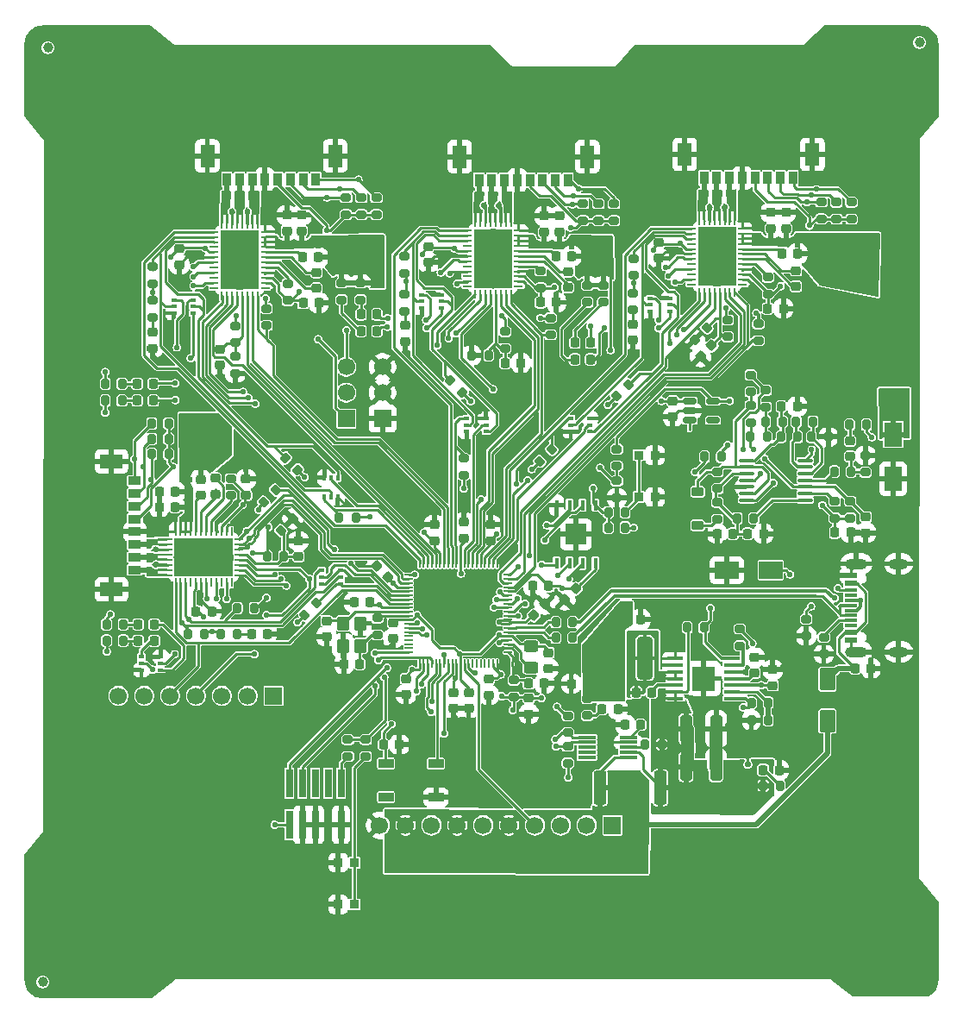
<source format=gtl>
%TF.GenerationSoftware,KiCad,Pcbnew,9.0.1*%
%TF.CreationDate,2025-09-15T20:31:38-05:00*%
%TF.ProjectId,motor_board,6d6f746f-725f-4626-9f61-72642e6b6963,1.2*%
%TF.SameCoordinates,Original*%
%TF.FileFunction,Copper,L1,Top*%
%TF.FilePolarity,Positive*%
%FSLAX46Y46*%
G04 Gerber Fmt 4.6, Leading zero omitted, Abs format (unit mm)*
G04 Created by KiCad (PCBNEW 9.0.1) date 2025-09-15 20:31:38*
%MOMM*%
%LPD*%
G01*
G04 APERTURE LIST*
G04 Aperture macros list*
%AMRoundRect*
0 Rectangle with rounded corners*
0 $1 Rounding radius*
0 $2 $3 $4 $5 $6 $7 $8 $9 X,Y pos of 4 corners*
0 Add a 4 corners polygon primitive as box body*
4,1,4,$2,$3,$4,$5,$6,$7,$8,$9,$2,$3,0*
0 Add four circle primitives for the rounded corners*
1,1,$1+$1,$2,$3*
1,1,$1+$1,$4,$5*
1,1,$1+$1,$6,$7*
1,1,$1+$1,$8,$9*
0 Add four rect primitives between the rounded corners*
20,1,$1+$1,$2,$3,$4,$5,0*
20,1,$1+$1,$4,$5,$6,$7,0*
20,1,$1+$1,$6,$7,$8,$9,0*
20,1,$1+$1,$8,$9,$2,$3,0*%
G04 Aperture macros list end*
%TA.AperFunction,SMDPad,CuDef*%
%ADD10R,1.600200X0.304800*%
%TD*%
%TA.AperFunction,SMDPad,CuDef*%
%ADD11R,2.310000X2.460000*%
%TD*%
%TA.AperFunction,SMDPad,CuDef*%
%ADD12RoundRect,0.225000X0.225000X0.250000X-0.225000X0.250000X-0.225000X-0.250000X0.225000X-0.250000X0*%
%TD*%
%TA.AperFunction,SMDPad,CuDef*%
%ADD13RoundRect,0.225000X-0.225000X-0.250000X0.225000X-0.250000X0.225000X0.250000X-0.225000X0.250000X0*%
%TD*%
%TA.AperFunction,SMDPad,CuDef*%
%ADD14RoundRect,0.200000X0.275000X-0.200000X0.275000X0.200000X-0.275000X0.200000X-0.275000X-0.200000X0*%
%TD*%
%TA.AperFunction,SMDPad,CuDef*%
%ADD15RoundRect,0.225000X0.250000X-0.225000X0.250000X0.225000X-0.250000X0.225000X-0.250000X-0.225000X0*%
%TD*%
%TA.AperFunction,ComponentPad*%
%ADD16C,5.600000*%
%TD*%
%TA.AperFunction,SMDPad,CuDef*%
%ADD17C,1.000000*%
%TD*%
%TA.AperFunction,SMDPad,CuDef*%
%ADD18RoundRect,0.200000X0.200000X0.275000X-0.200000X0.275000X-0.200000X-0.275000X0.200000X-0.275000X0*%
%TD*%
%TA.AperFunction,SMDPad,CuDef*%
%ADD19RoundRect,0.200000X-0.200000X-0.275000X0.200000X-0.275000X0.200000X0.275000X-0.200000X0.275000X0*%
%TD*%
%TA.AperFunction,SMDPad,CuDef*%
%ADD20RoundRect,0.250000X0.362500X1.425000X-0.362500X1.425000X-0.362500X-1.425000X0.362500X-1.425000X0*%
%TD*%
%TA.AperFunction,SMDPad,CuDef*%
%ADD21RoundRect,0.333000X0.417000X1.767000X-0.417000X1.767000X-0.417000X-1.767000X0.417000X-1.767000X0*%
%TD*%
%TA.AperFunction,SMDPad,CuDef*%
%ADD22RoundRect,0.250000X-0.325000X-1.100000X0.325000X-1.100000X0.325000X1.100000X-0.325000X1.100000X0*%
%TD*%
%TA.AperFunction,SMDPad,CuDef*%
%ADD23R,1.778000X0.330200*%
%TD*%
%TA.AperFunction,SMDPad,CuDef*%
%ADD24R,1.150000X0.600000*%
%TD*%
%TA.AperFunction,SMDPad,CuDef*%
%ADD25R,1.150000X0.300000*%
%TD*%
%TA.AperFunction,ComponentPad*%
%ADD26O,2.150000X1.050000*%
%TD*%
%TA.AperFunction,ComponentPad*%
%ADD27O,1.850000X1.050000*%
%TD*%
%TA.AperFunction,SMDPad,CuDef*%
%ADD28RoundRect,0.218750X0.218750X0.256250X-0.218750X0.256250X-0.218750X-0.256250X0.218750X-0.256250X0*%
%TD*%
%TA.AperFunction,SMDPad,CuDef*%
%ADD29RoundRect,0.225000X0.335876X0.017678X0.017678X0.335876X-0.335876X-0.017678X-0.017678X-0.335876X0*%
%TD*%
%TA.AperFunction,SMDPad,CuDef*%
%ADD30RoundRect,0.225000X-0.250000X0.225000X-0.250000X-0.225000X0.250000X-0.225000X0.250000X0.225000X0*%
%TD*%
%TA.AperFunction,SMDPad,CuDef*%
%ADD31RoundRect,0.200000X-0.275000X0.200000X-0.275000X-0.200000X0.275000X-0.200000X0.275000X0.200000X0*%
%TD*%
%TA.AperFunction,SMDPad,CuDef*%
%ADD32R,0.242473X0.906066*%
%TD*%
%TA.AperFunction,SMDPad,CuDef*%
%ADD33R,0.906066X0.242473*%
%TD*%
%TA.AperFunction,ComponentPad*%
%ADD34C,0.300000*%
%TD*%
%TA.AperFunction,SMDPad,CuDef*%
%ADD35R,5.800001X3.800000*%
%TD*%
%TA.AperFunction,SMDPad,CuDef*%
%ADD36RoundRect,0.150000X-0.512500X-0.150000X0.512500X-0.150000X0.512500X0.150000X-0.512500X0.150000X0*%
%TD*%
%TA.AperFunction,SMDPad,CuDef*%
%ADD37R,0.600000X0.400000*%
%TD*%
%TA.AperFunction,ComponentPad*%
%ADD38R,1.700000X1.700000*%
%TD*%
%TA.AperFunction,ComponentPad*%
%ADD39C,1.700000*%
%TD*%
%TA.AperFunction,SMDPad,CuDef*%
%ADD40RoundRect,0.168300X0.596700X-0.936700X0.596700X0.936700X-0.596700X0.936700X-0.596700X-0.936700X0*%
%TD*%
%TA.AperFunction,SMDPad,CuDef*%
%ADD41R,3.800000X5.800001*%
%TD*%
%TA.AperFunction,SMDPad,CuDef*%
%ADD42RoundRect,0.218750X0.256250X-0.218750X0.256250X0.218750X-0.256250X0.218750X-0.256250X-0.218750X0*%
%TD*%
%TA.AperFunction,SMDPad,CuDef*%
%ADD43RoundRect,0.200000X-0.053033X0.335876X-0.335876X0.053033X0.053033X-0.335876X0.335876X-0.053033X0*%
%TD*%
%TA.AperFunction,SMDPad,CuDef*%
%ADD44RoundRect,0.090000X-0.660000X-0.360000X0.660000X-0.360000X0.660000X0.360000X-0.660000X0.360000X0*%
%TD*%
%TA.AperFunction,SMDPad,CuDef*%
%ADD45R,0.740000X2.790000*%
%TD*%
%TA.AperFunction,SMDPad,CuDef*%
%ADD46RoundRect,0.250000X-0.450000X0.325000X-0.450000X-0.325000X0.450000X-0.325000X0.450000X0.325000X0*%
%TD*%
%TA.AperFunction,SMDPad,CuDef*%
%ADD47R,0.900000X0.900000*%
%TD*%
%TA.AperFunction,SMDPad,CuDef*%
%ADD48R,0.838200X1.295400*%
%TD*%
%TA.AperFunction,SMDPad,CuDef*%
%ADD49R,1.397000X2.260600*%
%TD*%
%TA.AperFunction,SMDPad,CuDef*%
%ADD50R,0.400000X0.600000*%
%TD*%
%TA.AperFunction,SMDPad,CuDef*%
%ADD51RoundRect,0.250000X-0.350000X0.450000X-0.350000X-0.450000X0.350000X-0.450000X0.350000X0.450000X0*%
%TD*%
%TA.AperFunction,SMDPad,CuDef*%
%ADD52RoundRect,0.200000X0.053033X-0.335876X0.335876X-0.053033X-0.053033X0.335876X-0.335876X0.053033X0*%
%TD*%
%TA.AperFunction,SMDPad,CuDef*%
%ADD53RoundRect,0.100000X0.637500X0.100000X-0.637500X0.100000X-0.637500X-0.100000X0.637500X-0.100000X0*%
%TD*%
%TA.AperFunction,SMDPad,CuDef*%
%ADD54R,0.450000X1.050000*%
%TD*%
%TA.AperFunction,SMDPad,CuDef*%
%ADD55R,2.100000X2.100000*%
%TD*%
%TA.AperFunction,SMDPad,CuDef*%
%ADD56RoundRect,0.225000X0.017678X-0.335876X0.335876X-0.017678X-0.017678X0.335876X-0.335876X0.017678X0*%
%TD*%
%TA.AperFunction,SMDPad,CuDef*%
%ADD57R,2.350000X1.700000*%
%TD*%
%TA.AperFunction,SMDPad,CuDef*%
%ADD58RoundRect,0.200000X0.335876X0.053033X0.053033X0.335876X-0.335876X-0.053033X-0.053033X-0.335876X0*%
%TD*%
%TA.AperFunction,SMDPad,CuDef*%
%ADD59R,1.700000X2.350000*%
%TD*%
%TA.AperFunction,SMDPad,CuDef*%
%ADD60RoundRect,0.225000X-0.375000X0.225000X-0.375000X-0.225000X0.375000X-0.225000X0.375000X0.225000X0*%
%TD*%
%TA.AperFunction,SMDPad,CuDef*%
%ADD61RoundRect,0.055000X-0.055000X-0.335000X0.055000X-0.335000X0.055000X0.335000X-0.055000X0.335000X0*%
%TD*%
%TA.AperFunction,SMDPad,CuDef*%
%ADD62RoundRect,0.055000X-0.335000X0.055000X-0.335000X-0.055000X0.335000X-0.055000X0.335000X0.055000X0*%
%TD*%
%TA.AperFunction,ComponentPad*%
%ADD63C,0.600000*%
%TD*%
%TA.AperFunction,SMDPad,CuDef*%
%ADD64R,1.133333X1.133333*%
%TD*%
%TA.AperFunction,SMDPad,CuDef*%
%ADD65R,1.295400X0.838200*%
%TD*%
%TA.AperFunction,SMDPad,CuDef*%
%ADD66R,2.260600X1.397000*%
%TD*%
%TA.AperFunction,SMDPad,CuDef*%
%ADD67RoundRect,0.225000X-0.017678X0.335876X-0.335876X0.017678X0.017678X-0.335876X0.335876X-0.017678X0*%
%TD*%
%TA.AperFunction,ViaPad*%
%ADD68C,0.584200*%
%TD*%
%TA.AperFunction,ViaPad*%
%ADD69C,0.600000*%
%TD*%
%TA.AperFunction,Conductor*%
%ADD70C,0.234950*%
%TD*%
%TA.AperFunction,Conductor*%
%ADD71C,0.271780*%
%TD*%
%TA.AperFunction,Conductor*%
%ADD72C,0.279400*%
%TD*%
%TA.AperFunction,Conductor*%
%ADD73C,0.220000*%
%TD*%
%TA.AperFunction,Conductor*%
%ADD74C,1.270000*%
%TD*%
%TA.AperFunction,Conductor*%
%ADD75C,0.271781*%
%TD*%
%TA.AperFunction,Conductor*%
%ADD76C,0.304800*%
%TD*%
%TA.AperFunction,Conductor*%
%ADD77C,0.313400*%
%TD*%
%TA.AperFunction,Conductor*%
%ADD78C,0.337947*%
%TD*%
%TA.AperFunction,Conductor*%
%ADD79C,0.508000*%
%TD*%
%TA.AperFunction,Conductor*%
%ADD80C,0.305000*%
%TD*%
%TA.AperFunction,Conductor*%
%ADD81C,0.293370*%
%TD*%
G04 APERTURE END LIST*
D10*
X168004604Y-118740034D03*
X168004604Y-118090021D03*
X168004604Y-117440012D03*
X168004604Y-116790000D03*
X168004604Y-116139988D03*
X168004604Y-115489979D03*
X168004604Y-114839966D03*
X162467404Y-114839966D03*
X162467404Y-115489979D03*
X162467404Y-116139988D03*
X162467404Y-116790000D03*
X162467404Y-117440012D03*
X162467404Y-118090021D03*
X162467404Y-118740034D03*
D11*
X165236004Y-116790000D03*
D12*
X159069100Y-110973900D03*
X157519100Y-110973900D03*
D13*
X152225000Y-117300000D03*
X153775000Y-117300000D03*
X158603600Y-118152400D03*
X160153600Y-118152400D03*
D14*
X168776600Y-113579900D03*
X168776600Y-111929900D03*
D15*
X170237100Y-116260400D03*
X170237100Y-114710400D03*
D16*
X105946000Y-57564100D03*
X103426000Y-143294000D03*
X183426100Y-143294100D03*
X179606000Y-57564000D03*
D17*
X100330000Y-146558000D03*
D13*
X180100000Y-115800000D03*
X181650000Y-115800000D03*
D18*
X171570100Y-119168400D03*
X169920100Y-119168400D03*
D15*
X172015100Y-117466900D03*
X172015100Y-115916900D03*
D19*
X163619100Y-111773900D03*
X165269100Y-111773900D03*
X169920100Y-120882900D03*
X171570100Y-120882900D03*
D20*
X160962500Y-127500000D03*
X155037500Y-127500000D03*
D21*
X159464100Y-114786900D03*
X155864100Y-114786900D03*
D22*
X163507004Y-121743000D03*
X166457004Y-121743000D03*
X163507004Y-125454900D03*
X166457004Y-125454900D03*
D18*
X161119100Y-123223900D03*
X159469100Y-123223900D03*
D23*
X157838800Y-124549901D03*
X157838800Y-124049899D03*
X157838800Y-123549900D03*
X157838800Y-123049901D03*
X157838800Y-122549899D03*
X153749400Y-122549899D03*
X153749400Y-123049901D03*
X153749400Y-123549900D03*
X153749400Y-124049899D03*
X153749400Y-124549901D03*
D13*
X157519100Y-121323900D03*
X159069100Y-121323900D03*
D24*
X179660000Y-113050000D03*
X179660000Y-112250000D03*
D25*
X179660000Y-111100000D03*
X179660000Y-110100000D03*
X179660000Y-109600000D03*
X179660000Y-108600000D03*
D24*
X179660000Y-107450000D03*
X179660000Y-106650000D03*
D25*
X179660000Y-108100000D03*
X179660000Y-109100000D03*
X179660000Y-110600000D03*
X179660000Y-111600000D03*
D26*
X180235000Y-114170000D03*
D27*
X184375000Y-114170000D03*
D26*
X180235000Y-105530000D03*
D27*
X184375000Y-105530000D03*
D28*
X154147500Y-83840000D03*
X152572500Y-83840000D03*
D29*
X134217108Y-106846908D03*
X133121092Y-105750892D03*
D13*
X125897132Y-79926933D03*
X127447132Y-79926933D03*
D30*
X140650000Y-118175000D03*
X140650000Y-119725000D03*
D15*
X115823592Y-98815914D03*
X115823592Y-97265914D03*
D14*
X158400000Y-77225000D03*
X158400000Y-75575000D03*
D13*
X125847132Y-75451933D03*
X127397132Y-75451933D03*
D31*
X122300000Y-80475000D03*
X122300000Y-82125000D03*
D19*
X150719100Y-112773900D03*
X152369100Y-112773900D03*
D18*
X181219100Y-91873900D03*
X179569100Y-91873900D03*
D31*
X124397132Y-78051933D03*
X124397132Y-79701933D03*
D17*
X186436000Y-54356000D03*
D30*
X160847132Y-74001933D03*
X160847132Y-75551933D03*
D15*
X141694100Y-102998900D03*
X141694100Y-101448900D03*
D18*
X116225000Y-112400000D03*
X114575000Y-112400000D03*
D32*
X118866637Y-102380330D03*
X118366638Y-102380330D03*
X117866636Y-102380330D03*
X117366637Y-102380330D03*
X116866638Y-102380330D03*
X116366637Y-102380330D03*
X115866637Y-102380330D03*
X115366636Y-102380330D03*
X114866637Y-102380330D03*
X114366638Y-102380330D03*
X113866636Y-102380330D03*
X113366637Y-102380330D03*
D33*
X112613604Y-103133364D03*
X112613604Y-103633363D03*
X112613604Y-104133362D03*
X112613604Y-104633363D03*
X112613604Y-105133363D03*
X112613604Y-105633364D03*
X112613604Y-106133363D03*
X112613604Y-106633362D03*
D32*
X113366637Y-107386396D03*
X113866636Y-107386396D03*
X114366638Y-107386396D03*
X114866637Y-107386396D03*
X115366636Y-107386396D03*
X115866637Y-107386396D03*
X116366637Y-107386396D03*
X116866638Y-107386396D03*
X117366637Y-107386396D03*
X117866636Y-107386396D03*
X118366638Y-107386396D03*
X118866637Y-107386396D03*
D33*
X119619670Y-106633362D03*
X119619670Y-106133363D03*
X119619670Y-105633364D03*
X119619670Y-105133363D03*
X119619670Y-104633363D03*
X119619670Y-104133362D03*
X119619670Y-103633363D03*
X119619670Y-103133364D03*
D34*
X117366637Y-103383363D03*
X116116637Y-103383363D03*
X114866637Y-103383363D03*
X118616637Y-104383363D03*
X117366637Y-104383363D03*
X116116637Y-104383363D03*
X114866637Y-104383363D03*
X113616637Y-104383363D03*
D35*
X116116637Y-104883363D03*
D34*
X118616637Y-105383363D03*
X117366637Y-105383363D03*
X116116637Y-105383363D03*
X114866637Y-105383363D03*
X113616637Y-105383363D03*
X117366637Y-106383363D03*
X116116637Y-106383363D03*
X114866637Y-106383363D03*
D14*
X166594100Y-98148900D03*
X166594100Y-96498900D03*
D13*
X111773592Y-98465914D03*
X113323592Y-98465914D03*
D36*
X163862500Y-89550000D03*
X163862500Y-90500000D03*
X163862500Y-91450000D03*
X166137500Y-91450000D03*
X166137500Y-89550000D03*
D31*
X119222132Y-85201933D03*
X119222132Y-86851933D03*
D19*
X150719100Y-111273900D03*
X152369100Y-111273900D03*
D37*
X110020000Y-114650000D03*
X110020000Y-115300000D03*
X110020000Y-115950000D03*
X111920000Y-115950000D03*
X111920000Y-115300000D03*
X111920000Y-114650000D03*
D15*
X125438605Y-104836395D03*
X125438605Y-103286395D03*
D19*
X117775000Y-112400000D03*
X119425000Y-112400000D03*
X106475000Y-87860000D03*
X108125000Y-87860000D03*
D18*
X170169100Y-101073900D03*
X168519100Y-101073900D03*
X112688605Y-93261395D03*
X111038605Y-93261395D03*
D14*
X177032000Y-114387000D03*
X177032000Y-112737000D03*
D30*
X125757132Y-71301933D03*
X125757132Y-72851933D03*
D38*
X122996637Y-118483363D03*
D39*
X120456637Y-118483363D03*
X117916637Y-118483363D03*
X115376637Y-118483363D03*
X112836637Y-118483363D03*
X110296637Y-118483363D03*
X107756637Y-118483363D03*
D14*
X176797132Y-71676933D03*
X176797132Y-70026933D03*
D19*
X169819100Y-93073900D03*
X171469100Y-93073900D03*
D31*
X170600000Y-81975000D03*
X170600000Y-83625000D03*
D19*
X172819100Y-93073900D03*
X174469100Y-93073900D03*
D40*
X177400000Y-116850000D03*
X177400000Y-120950000D03*
D30*
X113747132Y-74601933D03*
X113747132Y-76151933D03*
D12*
X132444100Y-109323900D03*
X130894100Y-109323900D03*
D31*
X156710000Y-94275000D03*
X156710000Y-95925000D03*
D33*
X147050165Y-78326933D03*
X147050165Y-77826934D03*
X147050165Y-77326932D03*
X147050165Y-76826933D03*
X147050165Y-76326934D03*
X147050165Y-75826933D03*
X147050165Y-75326933D03*
X147050165Y-74826932D03*
X147050165Y-74326933D03*
X147050165Y-73826934D03*
X147050165Y-73326932D03*
X147050165Y-72826933D03*
D32*
X146297131Y-72073900D03*
X145797132Y-72073900D03*
X145297133Y-72073900D03*
X144797132Y-72073900D03*
X144297132Y-72073900D03*
X143797131Y-72073900D03*
X143297132Y-72073900D03*
X142797133Y-72073900D03*
D33*
X142044099Y-72826933D03*
X142044099Y-73326932D03*
X142044099Y-73826934D03*
X142044099Y-74326933D03*
X142044099Y-74826932D03*
X142044099Y-75326933D03*
X142044099Y-75826933D03*
X142044099Y-76326934D03*
X142044099Y-76826933D03*
X142044099Y-77326932D03*
X142044099Y-77826934D03*
X142044099Y-78326933D03*
D32*
X142797133Y-79079966D03*
X143297132Y-79079966D03*
X143797131Y-79079966D03*
X144297132Y-79079966D03*
X144797132Y-79079966D03*
X145297133Y-79079966D03*
X145797132Y-79079966D03*
X146297131Y-79079966D03*
D34*
X146047132Y-76826933D03*
X146047132Y-75576933D03*
X146047132Y-74326933D03*
X145047132Y-78076933D03*
X145047132Y-76826933D03*
X145047132Y-75576933D03*
X145047132Y-74326933D03*
X145047132Y-73076933D03*
D41*
X144547132Y-75576933D03*
D34*
X144047132Y-78076933D03*
X144047132Y-76826933D03*
X144047132Y-75576933D03*
X144047132Y-74326933D03*
X144047132Y-73076933D03*
X143047132Y-76826933D03*
X143047132Y-75576933D03*
X143047132Y-74326933D03*
D31*
X158300000Y-78975000D03*
X158300000Y-80625000D03*
D30*
X173322132Y-71051933D03*
X173322132Y-72601933D03*
X128200000Y-111125000D03*
X128200000Y-112675000D03*
D19*
X175819100Y-93073900D03*
X177469100Y-93073900D03*
D12*
X174419100Y-90073900D03*
X172869100Y-90073900D03*
D18*
X157519100Y-100473900D03*
X155869100Y-100473900D03*
D15*
X144294100Y-103248900D03*
X144294100Y-101698900D03*
D13*
X111773592Y-99965914D03*
X113323592Y-99965914D03*
D15*
X138794100Y-103248900D03*
X138794100Y-101698900D03*
D31*
X169844100Y-89998900D03*
X169844100Y-91648900D03*
D28*
X111185000Y-89510000D03*
X109610000Y-89510000D03*
D31*
X178112850Y-99398900D03*
X178112850Y-101048900D03*
D19*
X122338605Y-104786395D03*
X123988605Y-104786395D03*
D42*
X111100000Y-84387500D03*
X111100000Y-82812500D03*
D30*
X135994100Y-116798900D03*
X135994100Y-118348900D03*
D12*
X131469100Y-115373900D03*
X129919100Y-115373900D03*
D14*
X130122132Y-71251933D03*
X130122132Y-69601933D03*
D18*
X121090000Y-109870000D03*
X119440000Y-109870000D03*
D12*
X171119100Y-102573900D03*
X169569100Y-102573900D03*
D30*
X134750000Y-111298900D03*
X134750000Y-112848900D03*
D19*
X106590000Y-113070000D03*
X108240000Y-113070000D03*
D31*
X119222132Y-82201933D03*
X119222132Y-83851933D03*
D43*
X165530495Y-82368570D03*
X164363769Y-83535296D03*
D44*
X134044100Y-125123900D03*
X134044100Y-128423900D03*
X138944100Y-128423900D03*
X138944100Y-125123900D03*
D13*
X166569100Y-102573900D03*
X168119100Y-102573900D03*
D30*
X179619100Y-93448900D03*
X179619100Y-94998900D03*
D18*
X131090000Y-100970000D03*
X129440000Y-100970000D03*
D13*
X150719100Y-75323900D03*
X152269100Y-75323900D03*
D37*
X139450000Y-80430000D03*
X139450000Y-79780000D03*
X139450000Y-79130000D03*
X137550000Y-79130000D03*
X137550000Y-79780000D03*
X137550000Y-80430000D03*
D42*
X135900000Y-83687500D03*
X135900000Y-82112500D03*
D13*
X149219100Y-79873900D03*
X150769100Y-79873900D03*
D18*
X112698592Y-94765914D03*
X111048592Y-94765914D03*
D13*
X172922132Y-75076933D03*
X174472132Y-75076933D03*
D31*
X181119100Y-94898900D03*
X181119100Y-96548900D03*
D30*
X162200000Y-89550000D03*
X162200000Y-91100000D03*
D14*
X175300000Y-112600000D03*
X175300000Y-110950000D03*
D45*
X124547500Y-131141400D03*
X124547500Y-127071400D03*
X125817500Y-131141400D03*
X125817500Y-127071400D03*
X127087500Y-131141400D03*
X127087500Y-127071400D03*
X128357500Y-127071400D03*
X129627500Y-131141400D03*
X129627500Y-127071400D03*
D46*
X148294100Y-113648900D03*
X148294100Y-115698900D03*
D14*
X146594100Y-118598900D03*
X146594100Y-116948900D03*
D31*
X149244100Y-76798900D03*
X149244100Y-78448900D03*
X153820000Y-78210000D03*
X153820000Y-79860000D03*
D28*
X111285000Y-113080000D03*
X109710000Y-113080000D03*
D47*
X158844100Y-94873900D03*
X158844100Y-98973900D03*
X160444100Y-94873900D03*
X160444100Y-98973900D03*
D48*
X151919100Y-67868100D03*
X150669100Y-67868100D03*
X149419100Y-67868100D03*
X148169100Y-67868100D03*
X146919100Y-67868100D03*
X145669100Y-67868100D03*
X144419100Y-67868100D03*
X143169100Y-67868100D03*
D49*
X141269099Y-65573210D03*
X153819101Y-65573210D03*
D13*
X171522132Y-80476933D03*
X173072132Y-80476933D03*
D28*
X133165000Y-82690000D03*
X131590000Y-82690000D03*
D14*
X154919100Y-71848900D03*
X154919100Y-70198900D03*
X118800000Y-98825000D03*
X118800000Y-97175000D03*
D18*
X144119100Y-85073900D03*
X142469100Y-85073900D03*
D14*
X131622132Y-71251933D03*
X131622132Y-69601933D03*
X179644100Y-101048900D03*
X179644100Y-99398900D03*
D13*
X148044100Y-117273900D03*
X149594100Y-117273900D03*
D18*
X179719100Y-96473900D03*
X178069100Y-96473900D03*
D12*
X179669100Y-102473900D03*
X178119100Y-102473900D03*
D17*
X100838000Y-54864000D03*
D18*
X112688605Y-91761395D03*
X111038605Y-91761395D03*
D19*
X174319100Y-91573900D03*
X175969100Y-91573900D03*
D30*
X148069100Y-118723900D03*
X148069100Y-120273900D03*
D14*
X133097132Y-71251933D03*
X133097132Y-69601933D03*
X132044100Y-124436400D03*
X132044100Y-122786400D03*
D31*
X156710000Y-97390000D03*
X156710000Y-99040000D03*
D14*
X135800000Y-77025000D03*
X135800000Y-75375000D03*
D30*
X124297132Y-71301933D03*
X124297132Y-72851933D03*
D31*
X171547132Y-77401933D03*
X171547132Y-79051933D03*
D50*
X129300000Y-97080000D03*
X128650000Y-97080000D03*
X128000000Y-97080000D03*
X128000000Y-98980000D03*
X128650000Y-98980000D03*
X129300000Y-98980000D03*
D31*
X153800000Y-118775000D03*
X153800000Y-120425000D03*
D19*
X106590000Y-111470000D03*
X108240000Y-111470000D03*
D38*
X133700000Y-91290000D03*
D39*
X133700000Y-88750000D03*
X133700000Y-86210000D03*
D30*
X171822132Y-71051933D03*
X171822132Y-72601933D03*
D37*
X161900000Y-80760000D03*
X161900000Y-80110000D03*
X161900000Y-79460000D03*
X160000000Y-79460000D03*
X160000000Y-80110000D03*
X160000000Y-80760000D03*
D19*
X171075000Y-127300000D03*
X172725000Y-127300000D03*
D37*
X154080000Y-92550000D03*
X154080000Y-91900000D03*
X154080000Y-91250000D03*
X152180000Y-91250000D03*
X152180000Y-91900000D03*
X152180000Y-92550000D03*
D31*
X169844100Y-86998900D03*
X169844100Y-88648900D03*
D18*
X166969100Y-95023900D03*
X165319100Y-95023900D03*
D37*
X115120000Y-80940000D03*
X115120000Y-80290000D03*
X115120000Y-79640000D03*
X113220000Y-79640000D03*
X113220000Y-80290000D03*
X113220000Y-80940000D03*
D12*
X150019100Y-107723900D03*
X148469100Y-107723900D03*
D51*
X129844100Y-111373900D03*
X129844100Y-113573900D03*
X131544100Y-113573900D03*
X131544100Y-111373900D03*
D28*
X133165000Y-81050000D03*
X131590000Y-81050000D03*
D31*
X150200000Y-81400000D03*
X150200000Y-83050000D03*
D37*
X127690000Y-106180000D03*
X127690000Y-106830000D03*
X127690000Y-107480000D03*
X129590000Y-107480000D03*
X129590000Y-106830000D03*
X129590000Y-106180000D03*
D30*
X127197132Y-76926933D03*
X127197132Y-78476933D03*
D52*
X156683274Y-89086726D03*
X157850000Y-87920000D03*
D53*
X175206600Y-99273900D03*
X175206600Y-98623900D03*
X175206600Y-97973900D03*
X175206600Y-97323900D03*
X175206600Y-96673900D03*
X175206600Y-96023900D03*
X175206600Y-95373900D03*
X169481600Y-95373900D03*
X169481600Y-96023900D03*
X169481600Y-96673900D03*
X169481600Y-97323900D03*
X169481600Y-97973900D03*
X169481600Y-98623900D03*
X169481600Y-99273900D03*
D30*
X142150000Y-118175000D03*
X142150000Y-119725000D03*
D54*
X154599100Y-99773900D03*
X153329100Y-99773900D03*
X152059100Y-99773900D03*
X150789100Y-99773900D03*
X150789100Y-105473900D03*
X152059100Y-105473900D03*
X153329100Y-105473900D03*
X154599100Y-105473900D03*
D55*
X152694100Y-102623900D03*
D13*
X133794100Y-123273900D03*
X135344100Y-123273900D03*
D14*
X133194100Y-112498900D03*
X133194100Y-110848900D03*
D30*
X117747132Y-84476933D03*
X117747132Y-86026933D03*
D48*
X174022132Y-67651933D03*
X172772132Y-67651933D03*
X171522132Y-67651933D03*
X170272132Y-67651933D03*
X169022132Y-67651933D03*
X167772132Y-67651933D03*
X166522132Y-67651933D03*
X165272132Y-67651933D03*
D49*
X163372131Y-65357043D03*
X175922133Y-65357043D03*
D33*
X169050165Y-78126933D03*
X169050165Y-77626934D03*
X169050165Y-77126932D03*
X169050165Y-76626933D03*
X169050165Y-76126934D03*
X169050165Y-75626933D03*
X169050165Y-75126933D03*
X169050165Y-74626932D03*
X169050165Y-74126933D03*
X169050165Y-73626934D03*
X169050165Y-73126932D03*
X169050165Y-72626933D03*
D32*
X168297131Y-71873900D03*
X167797132Y-71873900D03*
X167297133Y-71873900D03*
X166797132Y-71873900D03*
X166297132Y-71873900D03*
X165797131Y-71873900D03*
X165297132Y-71873900D03*
X164797133Y-71873900D03*
D33*
X164044099Y-72626933D03*
X164044099Y-73126932D03*
X164044099Y-73626934D03*
X164044099Y-74126933D03*
X164044099Y-74626932D03*
X164044099Y-75126933D03*
X164044099Y-75626933D03*
X164044099Y-76126934D03*
X164044099Y-76626933D03*
X164044099Y-77126932D03*
X164044099Y-77626934D03*
X164044099Y-78126933D03*
D32*
X164797133Y-78879966D03*
X165297132Y-78879966D03*
X165797131Y-78879966D03*
X166297132Y-78879966D03*
X166797132Y-78879966D03*
X167297133Y-78879966D03*
X167797132Y-78879966D03*
X168297131Y-78879966D03*
D34*
X168047132Y-76626933D03*
X168047132Y-75376933D03*
X168047132Y-74126933D03*
X167047132Y-77876933D03*
X167047132Y-76626933D03*
X167047132Y-75376933D03*
X167047132Y-74126933D03*
X167047132Y-72876933D03*
D41*
X166547132Y-75376933D03*
D34*
X166047132Y-77876933D03*
X166047132Y-76626933D03*
X166047132Y-75376933D03*
X166047132Y-74126933D03*
X166047132Y-72876933D03*
X165047132Y-76626933D03*
X165047132Y-75376933D03*
X165047132Y-74126933D03*
D56*
X148546092Y-110596908D03*
X149642108Y-109500892D03*
D31*
X155360000Y-78210000D03*
X155360000Y-79860000D03*
D47*
X130940425Y-138957500D03*
X130940425Y-134857500D03*
X129340425Y-138957500D03*
X129340425Y-134857500D03*
D57*
X171824861Y-106160000D03*
X167524861Y-106160000D03*
D28*
X156800000Y-119800000D03*
X155225000Y-119800000D03*
D58*
X125330000Y-96300000D03*
X124163274Y-95133274D03*
D37*
X143860000Y-92570000D03*
X143860000Y-91920000D03*
X143860000Y-91270000D03*
X141960000Y-91270000D03*
X141960000Y-91920000D03*
X141960000Y-92570000D03*
D19*
X106470000Y-89510000D03*
X108120000Y-89510000D03*
D14*
X111100000Y-78025000D03*
X111100000Y-76375000D03*
X179747132Y-71701933D03*
X179747132Y-70051933D03*
D13*
X115388605Y-110186395D03*
X116938605Y-110186395D03*
D59*
X183844100Y-92873900D03*
X183844100Y-97173900D03*
D13*
X145719100Y-85823900D03*
X147269100Y-85823900D03*
D31*
X131530000Y-77980000D03*
X131530000Y-79630000D03*
D30*
X149994100Y-114248900D03*
X149994100Y-115798900D03*
D58*
X141533363Y-88743363D03*
X140366637Y-87576637D03*
D19*
X171319100Y-91573900D03*
X172969100Y-91573900D03*
D28*
X111175000Y-87860000D03*
X109600000Y-87860000D03*
D30*
X151894100Y-76848900D03*
X151894100Y-78398900D03*
D14*
X141670000Y-96825000D03*
X141670000Y-95175000D03*
D28*
X172662500Y-125773900D03*
X171087500Y-125773900D03*
D38*
X130150000Y-91280000D03*
D39*
X130150000Y-88740000D03*
X130150000Y-86200000D03*
D30*
X181169100Y-100948900D03*
X181169100Y-102498900D03*
X138194100Y-74398900D03*
X138194100Y-75948900D03*
D33*
X122175165Y-78451933D03*
X122175165Y-77951934D03*
X122175165Y-77451932D03*
X122175165Y-76951933D03*
X122175165Y-76451934D03*
X122175165Y-75951933D03*
X122175165Y-75451933D03*
X122175165Y-74951932D03*
X122175165Y-74451933D03*
X122175165Y-73951934D03*
X122175165Y-73451932D03*
X122175165Y-72951933D03*
D32*
X121422131Y-72198900D03*
X120922132Y-72198900D03*
X120422133Y-72198900D03*
X119922132Y-72198900D03*
X119422132Y-72198900D03*
X118922131Y-72198900D03*
X118422132Y-72198900D03*
X117922133Y-72198900D03*
D33*
X117169099Y-72951933D03*
X117169099Y-73451932D03*
X117169099Y-73951934D03*
X117169099Y-74451933D03*
X117169099Y-74951932D03*
X117169099Y-75451933D03*
X117169099Y-75951933D03*
X117169099Y-76451934D03*
X117169099Y-76951933D03*
X117169099Y-77451932D03*
X117169099Y-77951934D03*
X117169099Y-78451933D03*
D32*
X117922133Y-79204966D03*
X118422132Y-79204966D03*
X118922131Y-79204966D03*
X119422132Y-79204966D03*
X119922132Y-79204966D03*
X120422133Y-79204966D03*
X120922132Y-79204966D03*
X121422131Y-79204966D03*
D34*
X121172132Y-76951933D03*
X121172132Y-75701933D03*
X121172132Y-74451933D03*
X120172132Y-78201933D03*
X120172132Y-76951933D03*
X120172132Y-75701933D03*
X120172132Y-74451933D03*
X120172132Y-73201933D03*
D41*
X119672132Y-75701933D03*
D34*
X119172132Y-78201933D03*
X119172132Y-76951933D03*
X119172132Y-75701933D03*
X119172132Y-74451933D03*
X119172132Y-73201933D03*
X118172132Y-76951933D03*
X118172132Y-75701933D03*
X118172132Y-74451933D03*
D42*
X158300000Y-83587500D03*
X158300000Y-82012500D03*
D30*
X174297132Y-76751933D03*
X174297132Y-78301933D03*
D31*
X167597132Y-81601933D03*
X167597132Y-83251933D03*
X166594100Y-99498900D03*
X166594100Y-101148900D03*
X171344100Y-88498900D03*
X171344100Y-90148900D03*
D14*
X178272132Y-71701933D03*
X178272132Y-70051933D03*
X153394100Y-71848900D03*
X153394100Y-70198900D03*
D30*
X144144100Y-116848900D03*
X144144100Y-118398900D03*
D15*
X117300000Y-98675000D03*
X117300000Y-97125000D03*
D31*
X135800000Y-79075000D03*
X135800000Y-80725000D03*
X129690000Y-77980000D03*
X129690000Y-79630000D03*
X151894100Y-123448900D03*
X151894100Y-125098900D03*
D19*
X155869100Y-101973900D03*
X157519100Y-101973900D03*
D31*
X111100000Y-79675000D03*
X111100000Y-81325000D03*
D60*
X164644100Y-98473900D03*
X164644100Y-101773900D03*
D30*
X149584100Y-71398900D03*
X149584100Y-72948900D03*
D52*
X126056637Y-110553363D03*
X127223363Y-109386637D03*
D15*
X120300000Y-98775000D03*
X120300000Y-97225000D03*
D28*
X154142500Y-85470000D03*
X152567500Y-85470000D03*
D61*
X144944100Y-105527400D03*
X144544100Y-105527400D03*
X144144100Y-105527400D03*
X143744100Y-105527400D03*
X143344100Y-105527400D03*
X142944100Y-105527400D03*
X142544100Y-105527400D03*
X142144100Y-105527400D03*
X141744100Y-105527400D03*
X141344100Y-105527400D03*
X140944100Y-105527400D03*
X140544100Y-105527400D03*
X140144100Y-105527400D03*
X139744100Y-105527400D03*
X139344100Y-105527400D03*
X138944100Y-105527400D03*
X138544100Y-105527400D03*
X138144100Y-105527400D03*
X137744100Y-105527400D03*
X137344100Y-105527400D03*
D62*
X136247600Y-106623900D03*
X136247600Y-107023900D03*
X136247600Y-107423900D03*
X136247600Y-107823900D03*
X136247600Y-108223900D03*
X136247600Y-108623900D03*
X136247600Y-109023900D03*
X136247600Y-109423900D03*
X136247600Y-109823900D03*
X136247600Y-110223900D03*
X136247600Y-110623900D03*
X136247600Y-111023900D03*
X136247600Y-111423900D03*
X136247600Y-111823900D03*
X136247600Y-112223900D03*
X136247600Y-112623900D03*
X136247600Y-113023900D03*
X136247600Y-113423900D03*
X136247600Y-113823900D03*
X136247600Y-114223900D03*
D61*
X137344100Y-115320400D03*
X137744100Y-115320400D03*
X138144100Y-115320400D03*
X138544100Y-115320400D03*
X138944100Y-115320400D03*
X139344100Y-115320400D03*
X139744100Y-115320400D03*
X140144100Y-115320400D03*
X140544100Y-115320400D03*
X140944100Y-115320400D03*
X141344100Y-115320400D03*
X141744100Y-115320400D03*
X142144100Y-115320400D03*
X142544100Y-115320400D03*
X142944100Y-115320400D03*
X143344100Y-115320400D03*
X143744100Y-115320400D03*
X144144100Y-115320400D03*
X144544100Y-115320400D03*
X144944100Y-115320400D03*
D62*
X146040600Y-114223900D03*
X146040600Y-113823900D03*
X146040600Y-113423900D03*
X146040600Y-113023900D03*
X146040600Y-112623900D03*
X146040600Y-112223900D03*
X146040600Y-111823900D03*
X146040600Y-111423900D03*
X146040600Y-111023900D03*
X146040600Y-110623900D03*
X146040600Y-110223900D03*
X146040600Y-109823900D03*
X146040600Y-109423900D03*
X146040600Y-109023900D03*
X146040600Y-108623900D03*
X146040600Y-108223900D03*
X146040600Y-107823900D03*
X146040600Y-107423900D03*
X146040600Y-107023900D03*
X146040600Y-106623900D03*
D63*
X142277433Y-109290567D03*
D64*
X142277433Y-109290567D03*
D63*
X141144100Y-109290567D03*
D64*
X141144100Y-109290567D03*
D63*
X140010767Y-109290567D03*
D64*
X140010767Y-109290567D03*
D63*
X142277433Y-110423900D03*
D64*
X142277433Y-110423900D03*
D63*
X141144100Y-110423900D03*
D64*
X141144100Y-110423900D03*
D63*
X140010767Y-110423900D03*
D64*
X140010767Y-110423900D03*
D63*
X142277433Y-111557233D03*
D64*
X142277433Y-111557233D03*
D63*
X141144100Y-111557233D03*
D64*
X141144100Y-111557233D03*
D63*
X140010767Y-111557233D03*
D64*
X140010767Y-111557233D03*
D31*
X145744100Y-82748900D03*
X145744100Y-84398900D03*
D52*
X122016637Y-99483363D03*
X123183363Y-98316637D03*
D65*
X109373592Y-97390914D03*
X109373592Y-98640914D03*
X109373592Y-99890914D03*
X109373592Y-101140914D03*
X109373592Y-102390914D03*
X109373592Y-103640914D03*
X109373592Y-104890914D03*
X109373592Y-106140914D03*
D66*
X107078702Y-108040915D03*
X107078702Y-95490913D03*
D52*
X123716637Y-102283363D03*
X124883363Y-101116637D03*
D67*
X152692108Y-107975892D03*
X151596092Y-109071908D03*
D48*
X127147132Y-67796133D03*
X125897132Y-67796133D03*
X124647132Y-67796133D03*
X123397132Y-67796133D03*
X122147132Y-67796133D03*
X120897132Y-67796133D03*
X119647132Y-67796133D03*
X118397132Y-67796133D03*
D49*
X116497131Y-65501243D03*
X129047133Y-65501243D03*
D52*
X149143274Y-95456726D03*
X150310000Y-94290000D03*
D30*
X151094100Y-71398900D03*
X151094100Y-72948900D03*
D28*
X111285000Y-111470000D03*
X109710000Y-111470000D03*
D14*
X130294100Y-124436400D03*
X130294100Y-122786400D03*
X151894100Y-122098900D03*
X151894100Y-120448900D03*
X156444100Y-71848900D03*
X156444100Y-70198900D03*
D28*
X122387500Y-112400000D03*
X120812500Y-112400000D03*
D67*
X166020140Y-84103925D03*
X164924124Y-85199941D03*
D38*
X156282000Y-131200000D03*
D39*
X153742000Y-131200000D03*
X151202000Y-131200000D03*
X148662000Y-131200000D03*
X146122000Y-131200000D03*
X143582000Y-131200000D03*
X141042000Y-131200000D03*
X138502000Y-131200000D03*
X135962000Y-131200000D03*
X133422000Y-131200000D03*
D68*
X182594100Y-126973900D03*
D69*
X124866587Y-93048519D03*
D68*
X167630000Y-88840000D03*
X152219100Y-79848900D03*
X141870000Y-93910000D03*
X139594100Y-66973900D03*
X122922132Y-71248900D03*
X155210000Y-90990000D03*
X156300000Y-121300000D03*
X172994100Y-115673900D03*
X162897132Y-85276933D03*
X172997132Y-79326933D03*
X174944100Y-104423900D03*
X125113605Y-108000000D03*
X158800000Y-92700000D03*
X160550000Y-78740000D03*
X137598100Y-137011900D03*
X123900000Y-86700000D03*
X130720000Y-107160000D03*
X169290000Y-116120000D03*
X153340000Y-84650000D03*
X147294100Y-86973900D03*
X169344100Y-100073900D03*
X129694100Y-116673900D03*
X147524100Y-141383900D03*
X167308776Y-103488576D03*
X157960000Y-95940000D03*
X177794100Y-64473900D03*
X129700000Y-109400000D03*
X168094100Y-97973900D03*
X128519120Y-91050000D03*
X162300000Y-100000000D03*
X118922131Y-70970869D03*
X114894100Y-64173900D03*
X161494100Y-64473900D03*
X116780000Y-80170000D03*
X150044100Y-139973900D03*
X114340000Y-81820000D03*
X112520000Y-81950000D03*
X167794100Y-122573900D03*
X160070000Y-86020000D03*
X155994100Y-64673900D03*
X160294100Y-110973900D03*
X141694100Y-120773900D03*
X158100000Y-119800000D03*
X137904100Y-144063900D03*
X172094100Y-101823900D03*
X161894100Y-98973900D03*
X136150000Y-84920000D03*
X154794100Y-103173900D03*
X156194100Y-123073900D03*
X137994100Y-77073900D03*
X117847132Y-87026933D03*
X138794100Y-100373900D03*
X139570000Y-94990000D03*
X119222132Y-88101933D03*
X172703675Y-94621915D03*
X177694100Y-65673900D03*
X135894100Y-119673900D03*
X172569100Y-85948900D03*
X150060000Y-91390000D03*
X138710000Y-79020000D03*
X119787408Y-101965828D03*
X139214100Y-145453900D03*
X162200000Y-92300000D03*
X165600000Y-92900000D03*
X111424980Y-102062309D03*
X152300000Y-116200000D03*
X171300000Y-114700000D03*
X174394100Y-88698900D03*
X168344100Y-99823900D03*
X150494100Y-110173900D03*
X175644100Y-90223900D03*
X155640000Y-85520000D03*
X148044100Y-69548900D03*
X143666577Y-70365643D03*
X175700000Y-115750000D03*
X170447132Y-77126933D03*
X182394100Y-102673900D03*
X125263605Y-107000000D03*
X112280000Y-112680000D03*
X128594100Y-79873900D03*
X165344100Y-102823900D03*
X131540000Y-99030000D03*
X126640000Y-105620000D03*
X169794100Y-121973900D03*
X179694100Y-103973900D03*
X167100000Y-87700000D03*
X107563605Y-93386395D03*
X127790425Y-136820000D03*
X144294100Y-100373900D03*
X120594100Y-123873900D03*
X125800000Y-101900000D03*
X131519100Y-105648900D03*
X126800000Y-112900000D03*
X180994100Y-93673900D03*
X119660000Y-107500000D03*
X131194100Y-65973900D03*
X115747132Y-75226933D03*
X169997132Y-78276933D03*
X130230000Y-99700000D03*
X128621575Y-131138400D03*
X113694100Y-77473900D03*
X147200000Y-125700000D03*
X123600000Y-112600000D03*
X120300000Y-96300000D03*
X114794100Y-66773900D03*
X167594100Y-121373900D03*
X140744100Y-141348900D03*
X123347132Y-77201933D03*
X169430000Y-107090000D03*
X132700000Y-79030000D03*
X149144100Y-127623900D03*
X164044100Y-118723900D03*
X111700000Y-85600000D03*
X177800000Y-81200000D03*
X175500000Y-117600000D03*
X126600000Y-102700000D03*
X122194100Y-66073900D03*
X155594100Y-137673900D03*
X175194100Y-105673900D03*
X160540000Y-84840000D03*
X177144100Y-91923900D03*
X148019100Y-71198900D03*
X160267771Y-92092648D03*
X163300000Y-79400000D03*
X165822132Y-70558733D03*
X144094100Y-119873900D03*
X146894100Y-66473900D03*
X115684967Y-108391828D03*
X170536575Y-104031425D03*
X126960000Y-97590000D03*
X139494100Y-64773900D03*
X155580000Y-94470000D03*
X151320000Y-93680000D03*
X117749736Y-101214769D03*
X111427415Y-104109276D03*
X178178734Y-86431675D03*
X147794100Y-78823900D03*
X158200000Y-84600000D03*
X173097132Y-81676933D03*
X161494100Y-66173900D03*
X137730000Y-95850000D03*
X155694100Y-66373900D03*
X174940000Y-109310000D03*
X162972132Y-74913333D03*
X147894100Y-121373900D03*
X143200000Y-90580000D03*
X139940000Y-84650000D03*
X127110000Y-104570000D03*
X151190000Y-92830000D03*
X146969100Y-115348900D03*
X169597132Y-71251933D03*
X140794100Y-120673900D03*
X178984707Y-97684707D03*
X137119100Y-91498900D03*
X171600000Y-110900000D03*
X106324980Y-109962309D03*
X122349980Y-109737309D03*
X148394100Y-139573900D03*
X126938605Y-103186395D03*
X154100000Y-95980000D03*
X177432000Y-106562000D03*
X148400000Y-92040000D03*
X143220000Y-97660000D03*
X111442517Y-105609278D03*
X128200000Y-113790425D03*
X163844100Y-104173900D03*
X159900000Y-106800000D03*
X172544100Y-103423900D03*
X150694100Y-87373900D03*
X166397132Y-85426933D03*
X162094100Y-94873900D03*
X112524980Y-101262309D03*
X176544100Y-102773900D03*
X167694100Y-123973900D03*
X153350000Y-90140000D03*
X162980000Y-88900000D03*
X131094100Y-64473900D03*
X170522132Y-72101933D03*
X148065279Y-77052721D03*
X174572132Y-72176933D03*
X166294100Y-118973900D03*
X151390000Y-90120000D03*
X164994100Y-124148900D03*
X133550000Y-113600000D03*
X152380000Y-88660000D03*
X173800000Y-125900000D03*
X107524980Y-109962309D03*
X164794100Y-119473900D03*
X129500000Y-136800000D03*
X133794100Y-111673900D03*
X150094100Y-141773900D03*
X169576700Y-125200900D03*
X121946968Y-122903032D03*
X120422132Y-70979965D03*
X106563605Y-93286395D03*
X142594100Y-128073900D03*
X158140000Y-85660000D03*
X149569100Y-70048900D03*
X125100000Y-94610000D03*
X143394100Y-86173900D03*
X122694100Y-69673900D03*
X158994100Y-109773900D03*
X141794100Y-100423900D03*
X127000000Y-85950000D03*
X180047132Y-84176933D03*
X140317426Y-75297392D03*
X150794100Y-117273900D03*
X151940000Y-80820000D03*
X145116577Y-70365643D03*
X123022132Y-79051933D03*
X138870000Y-86170000D03*
X141150000Y-79840000D03*
X160547132Y-76626933D03*
X175694100Y-84073900D03*
X167297132Y-70558733D03*
X183844100Y-99200000D03*
X152694100Y-109973900D03*
X151094100Y-115873900D03*
X137794100Y-102473900D03*
X145194100Y-111273900D03*
X158394100Y-101973900D03*
X150844100Y-119573900D03*
X140834525Y-116717233D03*
X149269100Y-118698900D03*
X134594100Y-121273900D03*
X141670000Y-98160000D03*
X125370000Y-111270000D03*
X144894100Y-102573900D03*
X145194100Y-113273900D03*
X132450000Y-100950000D03*
X134750000Y-107450000D03*
X155044100Y-118073900D03*
X148340000Y-96230000D03*
X157194100Y-118273900D03*
X151944100Y-126473900D03*
X146469100Y-119898900D03*
X133406600Y-109561400D03*
X151294100Y-107923900D03*
X169094046Y-119612900D03*
X173710000Y-106560000D03*
X136631050Y-115936950D03*
X145294100Y-116373900D03*
X123100000Y-131141400D03*
X145394100Y-118523900D03*
X137100000Y-111314325D03*
X132979424Y-117509224D03*
X134119100Y-115723900D03*
X137610324Y-111889676D03*
X117136375Y-94575914D03*
X156100000Y-84550000D03*
X178747132Y-75226933D03*
X106470000Y-90690000D03*
X176797132Y-75326933D03*
X155500000Y-76200000D03*
X184894100Y-88923900D03*
X177947132Y-76876933D03*
X161100000Y-89550000D03*
X155400000Y-74000000D03*
X155200000Y-75000000D03*
X130030000Y-75730000D03*
X181397132Y-77776933D03*
X167294100Y-127973900D03*
X131960000Y-75810000D03*
X132770000Y-74290000D03*
X180347132Y-76626933D03*
X180197132Y-78026933D03*
X153300000Y-74000000D03*
X184894100Y-90573900D03*
X114520724Y-93011782D03*
X179097132Y-77076933D03*
X106600000Y-114150000D03*
X106990000Y-110510000D03*
X154044100Y-76373900D03*
X106480000Y-86700000D03*
X115220724Y-93811782D03*
X183744100Y-89073900D03*
X179997132Y-75026933D03*
X165594100Y-128173900D03*
X115048592Y-91865914D03*
X184344100Y-89873900D03*
X178897132Y-73426933D03*
X183594100Y-90473900D03*
X154200000Y-74800000D03*
X163794100Y-128073900D03*
X181547132Y-75976933D03*
X177047132Y-73676933D03*
X116800000Y-93300000D03*
X181097132Y-73676933D03*
X166794100Y-129273900D03*
X115720724Y-91586782D03*
X114523592Y-94165914D03*
X117200000Y-91786782D03*
X154890000Y-77080000D03*
X162694100Y-128673900D03*
X164394100Y-129373900D03*
X130240000Y-73950000D03*
X131070000Y-76970000D03*
X131440000Y-74710000D03*
X132940000Y-76880000D03*
X178100000Y-108900000D03*
X180616000Y-109136000D03*
X170019100Y-113323900D03*
X170921710Y-117440012D03*
X175844100Y-94323900D03*
X176894100Y-99773900D03*
X175772000Y-109702000D03*
X178390000Y-107910000D03*
X170400000Y-80900000D03*
X167416300Y-80407765D03*
X162969100Y-74073900D03*
X158400000Y-78000000D03*
X160341657Y-74760553D03*
X141294100Y-114373900D03*
X137094100Y-110573900D03*
X141394100Y-106473900D03*
X145194100Y-112473900D03*
X150691754Y-122765244D03*
X138584525Y-119073900D03*
X138494100Y-120073900D03*
X150719100Y-123448900D03*
X133854424Y-116634224D03*
X138018200Y-112500000D03*
X145258501Y-108267989D03*
X154344100Y-98123900D03*
X164394100Y-96523900D03*
X165894100Y-109873900D03*
X142825000Y-116200000D03*
X181750000Y-93100000D03*
X146952075Y-108915925D03*
X149844100Y-101723900D03*
X150945327Y-106675127D03*
X147694100Y-109473900D03*
X144644100Y-109773900D03*
X149344100Y-105623900D03*
X144894100Y-109023900D03*
X149644100Y-103223900D03*
X151994100Y-107023900D03*
X146994100Y-110673900D03*
X170831599Y-96711399D03*
X169094100Y-94323900D03*
X172094100Y-97573900D03*
X167594100Y-93873900D03*
X170094100Y-94323900D03*
X171219100Y-95198900D03*
X167800000Y-89550000D03*
X175622132Y-72326933D03*
X172797132Y-78276933D03*
X149200000Y-81400000D03*
X137653674Y-75176273D03*
X140779424Y-74588576D03*
X136000000Y-77800000D03*
X145394100Y-81173900D03*
X150594100Y-78373900D03*
X152144100Y-72523900D03*
X112909575Y-75400000D03*
X119322132Y-81151933D03*
X111100000Y-78900000D03*
X116323966Y-74550099D03*
X122200000Y-79500000D03*
X128197132Y-72801933D03*
X125522132Y-78826933D03*
X120900000Y-104500000D03*
X121500000Y-100200000D03*
X122504031Y-101919863D03*
X117000000Y-112200000D03*
X116100000Y-110723814D03*
X137520834Y-117350000D03*
X137011259Y-118025995D03*
X139761754Y-122188246D03*
X121197132Y-89801933D03*
X132950000Y-114300000D03*
X161897132Y-83876933D03*
X139094100Y-84073900D03*
X124263605Y-107650489D03*
X113963605Y-111286395D03*
X113280000Y-114400000D03*
X148083774Y-104722068D03*
X146985233Y-105820608D03*
X163247132Y-82576933D03*
X123100000Y-106567964D03*
X130150000Y-82600000D03*
X139750000Y-114450000D03*
X140944100Y-82914325D03*
X119997132Y-88651933D03*
X111120000Y-115930000D03*
X114700000Y-111000000D03*
X120547132Y-89251933D03*
X123704030Y-107041289D03*
X162597132Y-83076933D03*
X127400000Y-83492358D03*
X133273676Y-114973676D03*
X140200000Y-83423900D03*
X154130000Y-82230000D03*
X160840000Y-81630000D03*
X134190000Y-81430000D03*
X137990000Y-81580000D03*
X120593845Y-103056154D03*
X120470487Y-103907816D03*
X136850000Y-106600000D03*
X121125000Y-114400000D03*
X122324980Y-110562309D03*
X126494166Y-107013950D03*
X113330000Y-87820000D03*
X113500000Y-84280000D03*
X147950000Y-97350000D03*
X144550000Y-88400000D03*
X128950000Y-104105475D03*
X130600000Y-105500000D03*
X120376497Y-102313826D03*
X162397132Y-77876933D03*
X175372132Y-70026933D03*
X175772132Y-69326933D03*
X161787557Y-77276933D03*
X161452607Y-76405985D03*
X176347132Y-68751933D03*
X152469100Y-69423900D03*
X140286176Y-77006824D03*
X152344100Y-70248900D03*
X141032961Y-78032961D03*
X139432960Y-76932960D03*
X152969100Y-68698900D03*
X115137300Y-77334296D03*
X129497132Y-68711308D03*
X115137300Y-76401652D03*
X131341332Y-67846133D03*
X128247132Y-69551933D03*
X115137301Y-78257412D03*
X117359967Y-108916828D03*
X110200142Y-96012309D03*
X109334967Y-95262309D03*
X116473592Y-108940914D03*
X118369542Y-108982253D03*
X110982149Y-97309491D03*
X113154080Y-96037309D03*
X119967874Y-99767874D03*
X155520000Y-82380000D03*
X160820000Y-82400000D03*
X134170000Y-82270000D03*
X138030000Y-82400000D03*
X113360000Y-89450000D03*
X114860000Y-85350000D03*
X146850000Y-97700000D03*
X143400000Y-99200000D03*
X126060000Y-97040000D03*
X155840000Y-89940000D03*
X122290000Y-108850000D03*
X155080000Y-96110000D03*
X142350000Y-89540000D03*
D70*
X148469100Y-108327884D02*
X149642108Y-109500892D01*
D71*
X183844100Y-99200000D02*
X183844100Y-97173900D01*
D70*
X131621092Y-105750892D02*
X131519100Y-105648900D01*
X135900000Y-84670000D02*
X136150000Y-84920000D01*
X115684967Y-108932757D02*
X116938605Y-110186395D01*
X123400000Y-112400000D02*
X123600000Y-112600000D01*
X114447132Y-75451933D02*
X117169099Y-75451933D01*
X130020000Y-99700000D02*
X129300000Y-98980000D01*
X114510000Y-79860000D02*
X114510000Y-81650000D01*
X147794100Y-78061649D02*
X147556351Y-77823900D01*
X146969100Y-115348900D02*
X146969100Y-115423900D01*
X115723592Y-108415914D02*
X115866637Y-108272869D01*
X133550000Y-113600000D02*
X134300000Y-113600000D01*
X130720000Y-107010000D02*
X130720000Y-107160000D01*
X113747132Y-76151933D02*
X114447132Y-75451933D01*
X165822640Y-70559241D02*
X165822640Y-71968677D01*
X167322642Y-70584243D02*
X167322642Y-71968677D01*
X130230000Y-99700000D02*
X130020000Y-99700000D01*
X118366638Y-101871110D02*
X118366638Y-102380330D01*
X165822132Y-70558733D02*
X165822640Y-70559241D01*
X145297133Y-72073900D02*
X145297133Y-70546199D01*
X136150000Y-84920000D02*
X136170000Y-84900000D01*
X123097132Y-76951933D02*
X123347132Y-77201933D01*
X115823592Y-108415914D02*
X115848592Y-108440914D01*
X169947132Y-76626933D02*
X169050165Y-76626933D01*
D72*
X179660000Y-106105000D02*
X180235000Y-105530000D01*
D70*
X147794100Y-78823900D02*
X147794100Y-78061649D01*
X127690000Y-107480000D02*
X128080000Y-107480000D01*
D71*
X129867000Y-131141400D02*
X128600000Y-131141400D01*
D70*
X123347132Y-77201933D02*
X123347132Y-77351933D01*
X139450000Y-79130000D02*
X138820000Y-79130000D01*
X143797131Y-72073900D02*
X143794100Y-72070869D01*
X135900000Y-83687500D02*
X135900000Y-84670000D01*
X129380000Y-106180000D02*
X129590000Y-106180000D01*
X118922131Y-70970869D02*
X118922131Y-72198900D01*
X162200000Y-91100000D02*
X162200000Y-92300000D01*
X162972132Y-74913333D02*
X163142516Y-74913333D01*
X170447132Y-77126933D02*
X169947132Y-76626933D01*
X163356116Y-75126933D02*
X164044099Y-75126933D01*
X148469100Y-107723900D02*
X148469100Y-108327884D01*
X123022132Y-78289681D02*
X123022132Y-79051933D01*
X169997132Y-78276933D02*
X169997132Y-78064681D01*
X120422132Y-70979965D02*
X120422132Y-72198899D01*
X138816067Y-75326933D02*
X142044099Y-75326933D01*
X148065279Y-77052721D02*
X147836457Y-76823899D01*
X147836457Y-76823899D02*
X146939490Y-76823899D01*
X111481142Y-105633364D02*
X112613604Y-105633364D01*
X134300000Y-113600000D02*
X134619100Y-113280900D01*
X134619100Y-113280900D02*
X134619100Y-112848900D01*
D72*
X179660000Y-113595000D02*
X180235000Y-114170000D01*
D70*
X119698592Y-101990914D02*
X119417500Y-101709822D01*
X115723592Y-108415914D02*
X115823592Y-108415914D01*
X122387500Y-112400000D02*
X123400000Y-112400000D01*
X117873592Y-101090914D02*
X117366637Y-101597869D01*
D72*
X179660000Y-113050000D02*
X179660000Y-113595000D01*
D70*
X111100000Y-84187500D02*
X111100000Y-85000000D01*
X115684967Y-108391828D02*
X115684967Y-108932757D01*
X146969100Y-115348900D02*
X146969100Y-114362401D01*
X117366637Y-101597869D02*
X117366637Y-102380330D01*
X114510000Y-81650000D02*
X114340000Y-81820000D01*
X140346967Y-75326933D02*
X142044099Y-75326933D01*
D73*
X146430599Y-113823900D02*
X146040600Y-113823900D01*
D71*
X158300000Y-84500000D02*
X158200000Y-84600000D01*
D74*
X166382004Y-125454900D02*
X166382004Y-121743000D01*
D70*
X129590000Y-106180000D02*
X129890000Y-106180000D01*
X136170000Y-84900000D02*
X136300000Y-84900000D01*
X145297133Y-70546199D02*
X145116577Y-70365643D01*
X138194100Y-75948900D02*
X138816067Y-75326933D01*
X111100000Y-85000000D02*
X111700000Y-85600000D01*
X114730000Y-79640000D02*
X114510000Y-79860000D01*
X161485732Y-74913333D02*
X162972132Y-74913333D01*
X111466040Y-104133362D02*
X112613604Y-104133362D01*
X147556351Y-77823900D02*
X146939490Y-77823900D01*
D71*
X158300000Y-83487500D02*
X158300000Y-84500000D01*
D70*
X128080000Y-107480000D02*
X129380000Y-106180000D01*
X115866637Y-108272869D02*
X115866637Y-107386396D01*
X143794100Y-70493166D02*
X143666577Y-70365643D01*
X162800000Y-90500000D02*
X162200000Y-91100000D01*
X138820000Y-79130000D02*
X138710000Y-79020000D01*
X129890000Y-106180000D02*
X130400000Y-106690000D01*
X122175165Y-76951933D02*
X123097132Y-76951933D01*
X169997132Y-78064681D02*
X169559385Y-77626934D01*
X115120000Y-79640000D02*
X114730000Y-79640000D01*
X143794100Y-72070869D02*
X143794100Y-70493166D01*
X140317426Y-75297392D02*
X140346967Y-75326933D01*
X130400000Y-106690000D02*
X130720000Y-107010000D01*
D71*
X129176100Y-131141400D02*
X125817500Y-131141400D01*
D70*
X111466040Y-104133362D02*
X111298592Y-103965914D01*
X120422132Y-72198899D02*
X120422133Y-72198900D01*
X123347132Y-77351933D02*
X123297132Y-77401933D01*
D72*
X179660000Y-106650000D02*
X179660000Y-106105000D01*
D70*
X119417500Y-101709822D02*
X118527926Y-101709822D01*
X122175165Y-77951934D02*
X122684385Y-77951934D01*
X167297132Y-70558733D02*
X167322642Y-70584243D01*
X133121092Y-105750892D02*
X131621092Y-105750892D01*
D73*
X146969100Y-114362401D02*
X146430599Y-113823900D01*
D70*
X122684385Y-77951934D02*
X123022132Y-78289681D01*
X118527926Y-101709822D02*
X118366638Y-101871110D01*
X163142516Y-74913333D02*
X163356116Y-75126933D01*
X162800000Y-90500000D02*
X163862500Y-90500000D01*
X160847132Y-75551933D02*
X161485732Y-74913333D01*
X169559385Y-77626934D02*
X169050165Y-77626934D01*
X138844100Y-103973900D02*
X138844100Y-103298900D01*
X148370000Y-96230000D02*
X148340000Y-96230000D01*
X148276670Y-106598900D02*
X148894100Y-106598900D01*
D73*
X144544100Y-115320400D02*
X144544100Y-115623900D01*
D70*
X137263050Y-115936950D02*
X137344100Y-115855900D01*
X125370000Y-111240000D02*
X125370000Y-111270000D01*
D75*
X169957600Y-119295400D02*
X169640100Y-119612900D01*
D73*
X143344100Y-105527400D02*
X143344100Y-104523900D01*
D70*
X146494100Y-111266751D02*
X146214416Y-111266751D01*
X133994100Y-125073900D02*
X133994100Y-123473900D01*
X157444100Y-101973900D02*
X158394100Y-101973900D01*
X134217108Y-106846908D02*
X134217108Y-106917108D01*
X141670000Y-96825000D02*
X141670000Y-98160000D01*
D73*
X136247600Y-107823900D02*
X135123900Y-107823900D01*
D70*
X148894100Y-106598900D02*
X150019100Y-107723900D01*
X147944100Y-118598900D02*
X148069100Y-118723900D01*
X149143274Y-95456726D02*
X148370000Y-96230000D01*
X151094100Y-107723900D02*
X150019100Y-107723900D01*
X154599100Y-106068900D02*
X153044100Y-107623900D01*
X146594100Y-118598900D02*
X147944100Y-118598900D01*
X171824861Y-106160000D02*
X173310000Y-106160000D01*
D73*
X144544100Y-115623900D02*
X144900100Y-115979900D01*
D71*
X151719100Y-120448900D02*
X150844100Y-119573900D01*
D70*
X146047267Y-111033900D02*
X145434100Y-111033900D01*
D73*
X146040600Y-111423900D02*
X145344100Y-111423900D01*
D75*
X169640100Y-119612900D02*
X169094046Y-119612900D01*
D70*
X139344100Y-104487234D02*
X139350767Y-104480567D01*
X151294100Y-107923900D02*
X152794100Y-107923900D01*
X144900100Y-115979900D02*
X145294100Y-116373900D01*
X146651670Y-108223900D02*
X148276670Y-106598900D01*
D73*
X144944100Y-115320400D02*
X144944100Y-115935900D01*
D70*
X140834525Y-116717233D02*
X140950767Y-116717233D01*
X133669100Y-109823900D02*
X133406600Y-109561400D01*
X143344100Y-104523900D02*
X144294100Y-103573900D01*
X136631050Y-115936950D02*
X137263050Y-115936950D01*
X144944100Y-115935900D02*
X144900100Y-115979900D01*
D73*
X136247600Y-109823900D02*
X133669100Y-109823900D01*
D70*
X133794100Y-123273900D02*
X133794100Y-122073900D01*
D71*
X124547500Y-131141400D02*
X123100000Y-131141400D01*
D73*
X139344100Y-105527400D02*
X139344100Y-104487234D01*
D70*
X135123900Y-107823900D02*
X134750000Y-107450000D01*
X148346092Y-110621908D02*
X147701249Y-111266751D01*
D73*
X146040600Y-113023900D02*
X145444100Y-113023900D01*
D70*
X147701249Y-111266751D02*
X146494100Y-111266751D01*
X134217108Y-106917108D02*
X134750000Y-107450000D01*
X146280118Y-111266751D02*
X146494100Y-111266751D01*
D76*
X168004604Y-118740034D02*
X169402234Y-118740034D01*
D70*
X131110000Y-100950000D02*
X131090000Y-100970000D01*
X146594100Y-118598900D02*
X145469100Y-118598900D01*
X173310000Y-106160000D02*
X173710000Y-106560000D01*
D73*
X140944100Y-115320400D02*
X140944100Y-116607658D01*
D70*
X154599100Y-105473900D02*
X154599100Y-105868900D01*
X145294100Y-116373900D02*
X144919100Y-116748900D01*
X145444100Y-113023900D02*
X145194100Y-113273900D01*
X140950767Y-116717233D02*
X140650000Y-117018000D01*
X140944100Y-116607658D02*
X140834525Y-116717233D01*
X133406600Y-109561400D02*
X132681600Y-109561400D01*
X133994100Y-123473900D02*
X133744100Y-123223900D01*
X145469100Y-118598900D02*
X145394100Y-118523900D01*
D71*
X151894100Y-120448900D02*
X151719100Y-120448900D01*
D76*
X169402234Y-118740034D02*
X169957600Y-119295400D01*
D70*
X126056637Y-110553363D02*
X125370000Y-111240000D01*
D73*
X146047267Y-111033900D02*
X146280118Y-111266751D01*
D70*
X146594100Y-118598900D02*
X146594100Y-119773900D01*
X144294100Y-103573900D02*
X144294100Y-103248900D01*
D71*
X151944100Y-125148900D02*
X151894100Y-125098900D01*
D70*
X138569100Y-103248900D02*
X137794100Y-102473900D01*
D73*
X146122969Y-111423900D02*
X146280118Y-111266751D01*
D70*
X139350767Y-104480567D02*
X138844100Y-103973900D01*
D71*
X123041400Y-131141400D02*
X123000000Y-131100000D01*
D70*
X148069100Y-118723900D02*
X149244100Y-118723900D01*
X149244100Y-118723900D02*
X149269100Y-118698900D01*
D73*
X137344100Y-115855900D02*
X137344100Y-115320400D01*
D70*
X144894100Y-102573900D02*
X144294100Y-103173900D01*
X145434100Y-111033900D02*
X145194100Y-111273900D01*
D71*
X151944100Y-126473900D02*
X151944100Y-125148900D01*
D70*
X146594100Y-119773900D02*
X146469100Y-119898900D01*
X138844100Y-103298900D02*
X138794100Y-103248900D01*
D71*
X123100000Y-131141400D02*
X123041400Y-131141400D01*
D70*
X140650000Y-117018000D02*
X140650000Y-118175000D01*
X133794100Y-122073900D02*
X134594100Y-121273900D01*
X152794100Y-107923900D02*
X152992108Y-107725892D01*
D73*
X146040600Y-108223900D02*
X146651670Y-108223900D01*
D70*
X132450000Y-100950000D02*
X131110000Y-100950000D01*
X151294100Y-107923900D02*
X151094100Y-107723900D01*
X136631050Y-115936950D02*
X135994100Y-116573900D01*
X132681600Y-109561400D02*
X132444100Y-109323900D01*
X144919100Y-116748900D02*
X144244100Y-116748900D01*
X154599100Y-105473900D02*
X154599100Y-106068900D01*
X137100000Y-111314325D02*
X136990425Y-111423900D01*
X132979424Y-117509224D02*
X132979424Y-118338576D01*
X132979424Y-118338576D02*
X125817500Y-125500500D01*
X125817500Y-125500500D02*
X125817500Y-127071400D01*
D73*
X136990425Y-111423900D02*
X136247600Y-111423900D01*
D70*
X137100000Y-111314325D02*
X136980425Y-111433900D01*
X134119100Y-115723900D02*
X134044100Y-115723900D01*
D73*
X137544548Y-111823900D02*
X136247600Y-111823900D01*
D70*
X134044100Y-115723900D02*
X124547500Y-125220500D01*
X124547500Y-125220500D02*
X124547500Y-127071400D01*
X137610324Y-111889676D02*
X137544548Y-111823900D01*
X130294100Y-124436400D02*
X129627500Y-125103000D01*
X129627500Y-125103000D02*
X129627500Y-126249800D01*
D71*
X161100000Y-89550000D02*
X162200000Y-89550000D01*
D70*
X163694100Y-117898375D02*
X163502454Y-118090021D01*
D71*
X159294100Y-125723900D02*
X160981600Y-127411400D01*
X162200000Y-89550000D02*
X163862500Y-89550000D01*
D70*
X163619100Y-111773900D02*
X163694100Y-111848900D01*
X106590000Y-110910000D02*
X106990000Y-110510000D01*
X106470000Y-89510000D02*
X106470000Y-90690000D01*
D71*
X156100000Y-74700000D02*
X155400000Y-74000000D01*
D70*
X106590000Y-114140000D02*
X106600000Y-114150000D01*
D71*
X156100000Y-84550000D02*
X156100000Y-74700000D01*
X157838800Y-124049899D02*
X158864678Y-124049899D01*
D70*
X106590000Y-111470000D02*
X106590000Y-110910000D01*
X106475000Y-86705000D02*
X106480000Y-86700000D01*
X163502454Y-118090021D02*
X162467404Y-118090021D01*
D71*
X159294100Y-124479321D02*
X159294100Y-125723900D01*
D70*
X163694100Y-111848900D02*
X163694100Y-117898375D01*
X106590000Y-113070000D02*
X106590000Y-114140000D01*
X106475000Y-87860000D02*
X106475000Y-86705000D01*
D74*
X163582004Y-125454900D02*
X163582004Y-121743000D01*
D71*
X158864678Y-124049899D02*
X159294100Y-124479321D01*
D77*
X180616000Y-109736000D02*
X180252000Y-110100000D01*
X156172332Y-108173900D02*
X153072332Y-111273900D01*
X178100000Y-108900000D02*
X178000000Y-108900000D01*
X180616000Y-109136000D02*
X180616000Y-109736000D01*
X176495805Y-108173900D02*
X156172332Y-108173900D01*
X178000000Y-108900000D02*
X177273900Y-108173900D01*
X153072332Y-111273900D02*
X152369100Y-111273900D01*
X180252000Y-110100000D02*
X179420000Y-110100000D01*
X180616000Y-109136000D02*
X180580000Y-109100000D01*
X177273900Y-108173900D02*
X176495805Y-108173900D01*
X180580000Y-109100000D02*
X179420000Y-109100000D01*
D72*
X176873900Y-108673900D02*
X178588300Y-110388300D01*
X176199037Y-108673900D02*
X176873900Y-108673900D01*
X178715600Y-110600000D02*
X178588300Y-110472700D01*
X179420000Y-110600000D02*
X178715600Y-110600000D01*
D77*
X156469100Y-108673900D02*
X152369100Y-112773900D01*
X179420000Y-109600000D02*
X178681600Y-109600000D01*
D72*
X178588300Y-110388300D02*
X178588300Y-110472700D01*
X178588300Y-110472700D02*
X178588300Y-110236000D01*
D77*
X176199037Y-108673900D02*
X156469100Y-108673900D01*
D72*
X178588300Y-110236000D02*
X178588300Y-109693300D01*
D77*
X178681600Y-109600000D02*
X178588300Y-109693300D01*
D71*
X179719100Y-95098900D02*
X179619100Y-94998900D01*
X181069100Y-96473900D02*
X179719100Y-96473900D01*
X179719100Y-96473900D02*
X179719100Y-95098900D01*
D70*
X179619100Y-91923900D02*
X179569100Y-91873900D01*
X179619100Y-93448900D02*
X179619100Y-91923900D01*
D76*
X160751488Y-117440012D02*
X160166100Y-118025400D01*
X162467404Y-117440012D02*
X160751488Y-117440012D01*
D73*
X130994100Y-110223900D02*
X136247600Y-110223900D01*
D70*
X129844100Y-111373900D02*
X130994100Y-110223900D01*
X128194100Y-111048900D02*
X129519100Y-111048900D01*
X129519100Y-111048900D02*
X129844100Y-111373900D01*
X133419100Y-110623900D02*
X133194100Y-110848900D01*
D73*
X136247600Y-110623900D02*
X133419100Y-110623900D01*
D76*
X170211600Y-116272900D02*
X169694500Y-116790000D01*
X169694500Y-116790000D02*
X168538004Y-116790000D01*
D72*
X172307094Y-117453894D02*
X170935592Y-117453894D01*
D70*
X170019100Y-113172400D02*
X170019100Y-113323900D01*
X170019100Y-113323900D02*
X170019100Y-113398900D01*
D76*
X170921710Y-117440012D02*
X168004604Y-117440012D01*
D70*
X168776600Y-111929900D02*
X170019100Y-113172400D01*
D71*
X159069100Y-121473900D02*
X157993101Y-122549899D01*
D70*
X133194100Y-112498900D02*
X132619100Y-112498900D01*
X131469100Y-115373900D02*
X131469100Y-113648900D01*
X132619100Y-112498900D02*
X131544100Y-113573900D01*
X131469100Y-113648900D02*
X131544100Y-113573900D01*
D71*
X178099100Y-101048900D02*
X179644100Y-101048900D01*
X175844100Y-94736400D02*
X175206600Y-95373900D01*
D70*
X178112850Y-101048900D02*
X178112850Y-100992650D01*
X178112850Y-100992650D02*
X176894100Y-99773900D01*
D71*
X175844100Y-94323900D02*
X175844100Y-94736400D01*
X178111600Y-102491400D02*
X178111600Y-101323900D01*
D70*
X178316000Y-107836000D02*
X178580000Y-108100000D01*
X178580000Y-108100000D02*
X179420000Y-108100000D01*
X175300000Y-110174000D02*
X175772000Y-109702000D01*
X175300000Y-110950000D02*
X175300000Y-110174000D01*
X178458050Y-111150000D02*
X177082000Y-112526050D01*
X178508050Y-111100000D02*
X178458050Y-111150000D01*
X179420000Y-111100000D02*
X178508050Y-111100000D01*
X166797132Y-81451933D02*
X166797132Y-82876933D01*
X166447132Y-81451933D02*
X165530495Y-82368570D01*
X167172132Y-83251933D02*
X166797132Y-82876933D01*
X166797132Y-78879966D02*
X166797132Y-81451933D01*
X166797132Y-82876933D02*
X166797132Y-83326933D01*
X166797132Y-81451933D02*
X166447132Y-81451933D01*
X167597132Y-83251933D02*
X167172132Y-83251933D01*
X166797132Y-83326933D02*
X166020140Y-84103925D01*
X163534879Y-74626932D02*
X164044099Y-74626932D01*
X160341657Y-74760553D02*
X160341657Y-74507408D01*
X167416300Y-81121101D02*
X167497132Y-81201933D01*
X160341657Y-74507408D02*
X160847132Y-74001933D01*
X158400000Y-78975000D02*
X158400000Y-78000000D01*
X163373591Y-74465644D02*
X163534879Y-74626932D01*
D71*
X162891067Y-74151933D02*
X161147132Y-74151933D01*
D78*
X170600000Y-81100000D02*
X170400000Y-80900000D01*
D70*
X158400000Y-77025000D02*
X158400000Y-78000000D01*
X162969100Y-74073900D02*
X163360844Y-74465644D01*
X167416300Y-80407765D02*
X167416300Y-81121101D01*
D78*
X170600000Y-81975000D02*
X170600000Y-81100000D01*
D70*
X163360844Y-74465644D02*
X163373591Y-74465644D01*
D71*
X162969100Y-74073900D02*
X162891067Y-74151933D01*
D70*
X169050165Y-75626933D02*
X171273442Y-75626933D01*
X171273442Y-75626933D02*
X173948442Y-78301933D01*
X173948442Y-78301933D02*
X174297132Y-78301933D01*
X136247600Y-111023900D02*
X136644100Y-111023900D01*
X141350767Y-105537400D02*
X141350767Y-106430567D01*
X149544100Y-113598900D02*
X150194100Y-114248900D01*
D73*
X141344100Y-116914357D02*
X141344100Y-115320400D01*
D70*
X142150000Y-117720257D02*
X141344100Y-116914357D01*
D72*
X140720200Y-113800000D02*
X139350000Y-113800000D01*
D70*
X141794100Y-103248900D02*
X141350767Y-103692233D01*
D72*
X139350000Y-113800000D02*
X138550000Y-113000000D01*
D70*
X141350767Y-106430567D02*
X141394100Y-106473900D01*
D73*
X146430599Y-112623900D02*
X147205599Y-113398900D01*
D70*
X141350767Y-103692233D02*
X141350767Y-105537400D01*
D72*
X137111654Y-110573900D02*
X137094100Y-110573900D01*
D70*
X141294100Y-114373900D02*
X141344100Y-114423900D01*
D72*
X138550000Y-113000000D02*
X138550000Y-112012246D01*
X143294100Y-114373900D02*
X145194100Y-112473900D01*
D70*
X141350767Y-114430567D02*
X141294100Y-114373900D01*
X148494100Y-113598900D02*
X149544100Y-113598900D01*
D72*
X141294100Y-114373900D02*
X143294100Y-114373900D01*
D73*
X136247600Y-111023900D02*
X135025000Y-111023900D01*
X146040600Y-112623900D02*
X146430599Y-112623900D01*
X136644100Y-111023900D02*
X137094100Y-110573900D01*
D72*
X138550000Y-112012246D02*
X137111654Y-110573900D01*
D70*
X147205599Y-113398900D02*
X148294100Y-113398900D01*
X142150000Y-118175000D02*
X142150000Y-117720257D01*
D72*
X141294100Y-114373900D02*
X140720200Y-113800000D01*
D70*
X135025000Y-111023900D02*
X134750000Y-111298900D01*
X145194100Y-112473900D02*
X145354100Y-112633900D01*
D73*
X146040600Y-112623900D02*
X145344100Y-112623900D01*
X141344100Y-114423900D02*
X141344100Y-115320400D01*
D70*
X146469100Y-114652400D02*
X146469100Y-115128252D01*
X146469100Y-115128252D02*
X146459525Y-115137827D01*
X146459525Y-115559973D02*
X146469100Y-115569548D01*
X146469100Y-115569548D02*
X146469100Y-116823900D01*
X146459525Y-115137827D02*
X146459525Y-115559973D01*
X147719100Y-116948900D02*
X148044100Y-117273900D01*
X146594100Y-116948900D02*
X147719100Y-116948900D01*
X146469100Y-116823900D02*
X146594100Y-116948900D01*
D73*
X146040600Y-114223900D02*
X146469100Y-114652400D01*
D71*
X169481600Y-96023900D02*
X170984240Y-96023900D01*
X169844100Y-89998900D02*
X168344100Y-91498900D01*
X170984240Y-96023900D02*
X171594100Y-96633760D01*
X164644100Y-98473900D02*
X164644100Y-97373900D01*
X168344100Y-91498900D02*
X168344100Y-96023900D01*
X167069100Y-96023900D02*
X166594100Y-96498900D01*
X169844100Y-88648900D02*
X169844100Y-89998900D01*
X164644100Y-97373900D02*
X165519100Y-96498900D01*
X168344100Y-96023900D02*
X167069100Y-96023900D01*
X166594100Y-96498900D02*
X165519100Y-96498900D01*
X171594100Y-97248899D02*
X170219099Y-98623900D01*
X169481600Y-96023900D02*
X168344100Y-96023900D01*
X170219099Y-98623900D02*
X169481600Y-98623900D01*
X171594100Y-96633760D02*
X171594100Y-97248899D01*
D73*
X139344100Y-116424166D02*
X139344100Y-115320400D01*
D71*
X150691754Y-122765244D02*
X151358098Y-122098900D01*
D70*
X138594100Y-117174166D02*
X139344100Y-116424166D01*
D71*
X138544100Y-117224166D02*
X138594100Y-117174166D01*
X151358098Y-122098900D02*
X151894100Y-122098900D01*
X153749400Y-122549899D02*
X152345099Y-122549899D01*
X152345099Y-122549899D02*
X151894100Y-122098900D01*
D70*
X138584525Y-119073900D02*
X138544100Y-119033475D01*
X138544100Y-119033475D02*
X138544100Y-117224166D01*
X138074950Y-118725050D02*
X138209150Y-118590850D01*
D71*
X151894100Y-123448900D02*
X150719100Y-123448900D01*
X153749400Y-123049901D02*
X152293099Y-123049901D01*
D70*
X138209150Y-117388950D02*
X138190734Y-117370534D01*
X138190734Y-117077798D02*
X138944100Y-116324432D01*
X138190734Y-117370534D02*
X138190734Y-117077798D01*
X138209150Y-118590850D02*
X138209150Y-117388950D01*
D71*
X150719100Y-123448900D02*
X150694100Y-123423900D01*
D70*
X138074950Y-119654750D02*
X138074950Y-118725050D01*
X138494100Y-120073900D02*
X138074950Y-119654750D01*
D71*
X152293099Y-123049901D02*
X151894100Y-123448900D01*
D73*
X138944100Y-116324432D02*
X138944100Y-115320400D01*
D71*
X165969100Y-101773900D02*
X166594100Y-101148900D01*
X164644100Y-101773900D02*
X165969100Y-101773900D01*
D70*
X139094100Y-117173900D02*
X139094100Y-124973900D01*
X140144100Y-116123900D02*
X139094100Y-117173900D01*
X139094100Y-124973900D02*
X138944100Y-125123900D01*
D73*
X140144100Y-115320400D02*
X140144100Y-116123900D01*
D79*
X177400000Y-124100000D02*
X170400000Y-131100000D01*
D71*
X156468099Y-124549901D02*
X155056600Y-125961400D01*
D79*
X170400000Y-131100000D02*
X158700000Y-131100000D01*
X177400000Y-120950000D02*
X177400000Y-124100000D01*
D71*
X157838800Y-124549901D02*
X156468099Y-124549901D01*
D73*
X146040600Y-113423900D02*
X146504290Y-113423900D01*
D70*
X147304050Y-114223660D02*
X147304050Y-114858850D01*
X148494100Y-115648900D02*
X148494100Y-115500538D01*
X147304050Y-114858850D02*
X148144100Y-115698900D01*
X148144100Y-115698900D02*
X148294100Y-115698900D01*
D73*
X146504290Y-113423900D02*
X147304050Y-114223660D01*
D70*
X130940425Y-125540075D02*
X132044100Y-124436400D01*
X130940425Y-134857500D02*
X130940425Y-125540075D01*
X130940425Y-134857500D02*
X130940425Y-138957500D01*
X131594100Y-124886400D02*
X132044100Y-124436400D01*
X133969100Y-116748900D02*
X133969100Y-120861400D01*
X138018200Y-112500000D02*
X137500000Y-112500000D01*
X133854424Y-116634224D02*
X133969100Y-116748900D01*
X130294100Y-122786400D02*
X132044100Y-122786400D01*
X133969100Y-120861400D02*
X132044100Y-122786400D01*
D73*
X137223900Y-112223900D02*
X136247600Y-112223900D01*
D70*
X137500000Y-112500000D02*
X137223900Y-112223900D01*
D79*
X171532600Y-120882900D02*
X171532600Y-119295400D01*
D71*
X170491721Y-118090021D02*
X171570100Y-119168400D01*
X168004604Y-118090021D02*
X170491721Y-118090021D01*
D76*
X169094100Y-113859900D02*
X169094100Y-115485400D01*
X169094100Y-115485400D02*
X169089521Y-115489979D01*
X168776600Y-113542400D02*
X169094100Y-113859900D01*
X169089521Y-115489979D02*
X168004604Y-115489979D01*
D71*
X159469100Y-123223900D02*
X159143100Y-123549900D01*
X159143100Y-123549900D02*
X157838800Y-123549900D01*
D73*
X145614412Y-108623900D02*
X145258501Y-108267989D01*
D70*
X155869100Y-100473900D02*
X155299100Y-100473900D01*
D73*
X146040600Y-108623900D02*
X145614412Y-108623900D01*
D70*
X155869100Y-101973900D02*
X155869100Y-100473900D01*
X155299100Y-100473900D02*
X154599100Y-99773900D01*
X154344100Y-98123900D02*
X154344100Y-99518900D01*
X154344100Y-99518900D02*
X154599100Y-99773900D01*
X158844100Y-94873900D02*
X158844100Y-98973900D01*
X158819100Y-99173900D02*
X157519100Y-100473900D01*
D76*
X168004604Y-114839966D02*
X167083392Y-114839966D01*
D71*
X166985166Y-114839966D02*
X167083392Y-114839966D01*
D70*
X165894100Y-109873900D02*
X165894100Y-111048900D01*
X165319100Y-95598900D02*
X164394100Y-96523900D01*
X165319100Y-95023900D02*
X165319100Y-95598900D01*
D71*
X165369100Y-113223900D02*
X166985166Y-114839966D01*
D70*
X165894100Y-111048900D02*
X165219100Y-111723900D01*
D71*
X165369100Y-113223900D02*
X165369100Y-111873900D01*
D70*
X181219100Y-92569100D02*
X181750000Y-93100000D01*
X142625000Y-116200000D02*
X142825000Y-116200000D01*
D73*
X142144100Y-115320400D02*
X142144100Y-115719100D01*
X142144100Y-115719100D02*
X142625000Y-116200000D01*
D70*
X181219100Y-91873900D02*
X181219100Y-92569100D01*
X178069100Y-96473900D02*
X177219100Y-97323900D01*
X177219100Y-97323900D02*
X175206600Y-97323900D01*
D71*
X175206600Y-98623900D02*
X176144100Y-98623900D01*
D70*
X177337850Y-98623900D02*
X176144100Y-98623900D01*
X178112850Y-99398900D02*
X177337850Y-98623900D01*
X152059100Y-100113950D02*
X152059100Y-99773900D01*
D73*
X146444100Y-109423900D02*
X146952075Y-108915925D01*
D70*
X150449150Y-101723900D02*
X152059100Y-100113950D01*
X149844100Y-101723900D02*
X150449150Y-101723900D01*
D73*
X146040600Y-109423900D02*
X146444100Y-109423900D01*
D70*
X146624100Y-110223900D02*
X146634100Y-110233900D01*
X150945327Y-106587673D02*
X152059100Y-105473900D01*
X150945327Y-106675127D02*
X150945327Y-106587673D01*
D73*
X146040600Y-110223900D02*
X146624100Y-110223900D01*
D70*
X147394100Y-109473900D02*
X146634100Y-110233900D01*
X147694100Y-109473900D02*
X147394100Y-109473900D01*
X144644100Y-109773900D02*
X144704100Y-109833900D01*
X149344100Y-105623900D02*
X150639100Y-105623900D01*
X150639100Y-105623900D02*
X150789100Y-105473900D01*
D73*
X146040600Y-109823900D02*
X144694100Y-109823900D01*
D70*
X144694100Y-109823900D02*
X144644100Y-109773900D01*
X144894100Y-109023900D02*
X144904100Y-109033900D01*
X149644100Y-103223900D02*
X149644100Y-103002640D01*
X152122840Y-100523900D02*
X152579100Y-100523900D01*
D73*
X144894100Y-109023900D02*
X146040600Y-109023900D01*
D70*
X152579100Y-100523900D02*
X153329100Y-99773900D01*
X149644100Y-103002640D02*
X152122840Y-100523900D01*
D73*
X146040600Y-110623900D02*
X146944100Y-110623900D01*
D70*
X151994100Y-107023900D02*
X151994100Y-106808900D01*
X151994100Y-106808900D02*
X153329100Y-105473900D01*
X146944100Y-110623900D02*
X146994100Y-110673900D01*
D71*
X175206600Y-99273900D02*
X171969100Y-99273900D01*
X171969100Y-99273900D02*
X170169100Y-101073900D01*
X170305194Y-90634790D02*
X170633210Y-90306774D01*
X170844100Y-96698899D02*
X170831600Y-96711399D01*
X170633210Y-90306774D02*
X170633210Y-89209790D01*
X170219099Y-97323900D02*
X169481600Y-97323900D01*
X170831599Y-96711399D02*
X170831599Y-96711400D01*
X169761226Y-90634790D02*
X170305194Y-90634790D01*
X170831599Y-96711400D02*
X170219099Y-97323900D01*
X170633210Y-89209790D02*
X171344100Y-88498900D01*
X169094100Y-94323900D02*
X169094100Y-91301916D01*
X170831600Y-96711399D02*
X170831599Y-96711399D01*
X169094100Y-91301916D02*
X169761226Y-90634790D01*
X169844100Y-86998900D02*
X171344100Y-88498900D01*
D70*
X146746020Y-111823900D02*
X146806910Y-111763010D01*
D73*
X146040600Y-111823900D02*
X146746020Y-111823900D01*
D71*
X150719100Y-111273900D02*
X150006599Y-111273900D01*
X149517489Y-111763010D02*
X146806910Y-111763010D01*
X150006599Y-111273900D02*
X149517489Y-111763010D01*
D73*
X146040600Y-112223900D02*
X146746020Y-112223900D01*
D71*
X150006599Y-112773900D02*
X149517489Y-112284790D01*
D70*
X146746020Y-112223900D02*
X146806910Y-112284790D01*
D71*
X150719100Y-112773900D02*
X150006599Y-112773900D01*
X149517489Y-112284790D02*
X146806910Y-112284790D01*
X169481600Y-99273900D02*
X170394100Y-99273900D01*
X167594100Y-93873900D02*
X166969100Y-94498900D01*
X166969100Y-94498900D02*
X166969100Y-95023900D01*
X170394100Y-99273900D02*
X172094100Y-97573900D01*
X168519100Y-102498900D02*
X168519100Y-101073900D01*
X166367710Y-98375290D02*
X166367710Y-99272510D01*
X168169100Y-101073900D02*
X166594100Y-99498900D01*
X168594100Y-102573900D02*
X168119100Y-102573900D01*
X168594100Y-102573900D02*
X168519100Y-102498900D01*
X169481600Y-96673900D02*
X168069100Y-96673900D01*
X168069100Y-96673900D02*
X166594100Y-98148900D01*
X168519100Y-101073900D02*
X168169100Y-101073900D01*
X169569100Y-102573900D02*
X168594100Y-102573900D01*
X179544100Y-99398900D02*
X178119100Y-97973900D01*
X169844100Y-91648900D02*
X169844100Y-93048900D01*
X175206600Y-97973900D02*
X173994100Y-97973900D01*
D70*
X161450000Y-88380000D02*
X164967500Y-88380000D01*
D71*
X175206600Y-97973900D02*
X178119100Y-97973900D01*
X169819100Y-94048900D02*
X170094100Y-94323900D01*
X173994100Y-97973900D02*
X171219100Y-95198900D01*
X166137500Y-89550000D02*
X167800000Y-89550000D01*
X169819100Y-93073900D02*
X169819100Y-94048900D01*
D70*
X164967500Y-88380000D02*
X166137500Y-89550000D01*
X179794100Y-99548900D02*
X179644100Y-99398900D01*
X156710000Y-93120000D02*
X161450000Y-88380000D01*
X156710000Y-94275000D02*
X156710000Y-93120000D01*
D71*
X181169100Y-100923900D02*
X179644100Y-99398900D01*
X172869100Y-90073900D02*
X172869100Y-91473900D01*
X170219099Y-95373900D02*
X171808209Y-93784790D01*
X171808209Y-93784790D02*
X172108210Y-93784790D01*
X169481600Y-95373900D02*
X170219099Y-95373900D01*
X172969100Y-91573900D02*
X172969100Y-92923900D01*
X172108210Y-93784790D02*
X172819100Y-93073900D01*
X171319100Y-91573900D02*
X171319100Y-92923900D01*
X171344100Y-90148900D02*
X171344100Y-91548900D01*
X173919100Y-95473899D02*
X174469101Y-96023900D01*
X173919100Y-95473899D02*
X173919100Y-93623900D01*
X173919100Y-93623900D02*
X174469100Y-93073900D01*
X174319100Y-91573900D02*
X174319100Y-92923900D01*
X174469101Y-96023900D02*
X175206600Y-96023900D01*
X176844100Y-95601690D02*
X175771890Y-96673900D01*
X176844100Y-94098900D02*
X176844100Y-95601690D01*
X175819100Y-93073900D02*
X176844100Y-94098900D01*
X175969100Y-91573900D02*
X175969100Y-92923900D01*
D70*
X172872132Y-76751933D02*
X171247132Y-75126933D01*
X171247132Y-75126933D02*
X169050165Y-75126933D01*
X174297132Y-76751933D02*
X172872132Y-76751933D01*
X175622132Y-72326933D02*
X175622132Y-71476933D01*
X171547132Y-79051933D02*
X171547132Y-80451933D01*
X179747132Y-71701933D02*
X176822132Y-71701933D01*
X174147132Y-70001933D02*
X171472132Y-70001933D01*
X171547132Y-79051933D02*
X172022132Y-79051933D01*
X169050165Y-77126932D02*
X169726483Y-77126932D01*
X170272132Y-68801933D02*
X170272132Y-67651933D01*
X171472132Y-70001933D02*
X170272132Y-68801933D01*
X171547132Y-78947581D02*
X171547132Y-79051933D01*
X176822132Y-71701933D02*
X176797132Y-71676933D01*
X171547132Y-80451933D02*
X171522132Y-80476933D01*
X175622132Y-71476933D02*
X174147132Y-70001933D01*
X176797132Y-71676933D02*
X176272132Y-71676933D01*
X169726483Y-77126932D02*
X171547132Y-78947581D01*
X172022132Y-79051933D02*
X172797132Y-78276933D01*
X176272132Y-71676933D02*
X175622132Y-72326933D01*
X172472131Y-74626932D02*
X169050165Y-74626932D01*
X172922132Y-75076933D02*
X172472131Y-74626932D01*
X144797132Y-79079966D02*
X144797132Y-83223900D01*
X145744100Y-85798900D02*
X145719100Y-85823900D01*
X144119100Y-84551932D02*
X144797132Y-83873900D01*
X145744100Y-84398900D02*
X145322132Y-84398900D01*
X144119100Y-85073900D02*
X144119100Y-84551932D01*
X144797132Y-83223900D02*
X144797132Y-83873900D01*
X145744100Y-84398900D02*
X145744100Y-85798900D01*
X145322132Y-84398900D02*
X144797132Y-83873900D01*
X144019100Y-84723900D02*
X144019100Y-84973900D01*
X149200000Y-81400000D02*
X150200000Y-81400000D01*
X141017780Y-74826932D02*
X140689748Y-74498900D01*
X145394100Y-81173900D02*
X145744100Y-81523900D01*
X142044099Y-74826932D02*
X141017780Y-74826932D01*
X135700000Y-77025000D02*
X136000000Y-77025000D01*
X136000000Y-77025000D02*
X136000000Y-77800000D01*
X145744100Y-81523900D02*
X145744100Y-82748900D01*
X136000000Y-77800000D02*
X136000000Y-79075000D01*
X140689748Y-74498900D02*
X138444100Y-74498900D01*
X137653674Y-74939326D02*
X138194100Y-74398900D01*
X137653674Y-75176273D02*
X137653674Y-74939326D01*
D72*
X179660000Y-112250000D02*
X180139700Y-112250000D01*
X180100000Y-115800000D02*
X178500000Y-114200000D01*
X179105600Y-112250000D02*
X179660000Y-112250000D01*
X181147800Y-111241900D02*
X181147800Y-108347800D01*
X180139700Y-112250000D02*
X181147800Y-111241900D01*
D79*
X180100000Y-115800000D02*
X178450000Y-115800000D01*
D72*
X181147800Y-108347800D02*
X180250000Y-107450000D01*
X180250000Y-107450000D02*
X179660000Y-107450000D01*
X178500000Y-114200000D02*
X178500000Y-112855600D01*
D79*
X178450000Y-115800000D02*
X177400000Y-116850000D01*
D72*
X178500000Y-112855600D02*
X179105600Y-112250000D01*
D70*
X147050165Y-75326933D02*
X149520823Y-75326933D01*
X151042790Y-76848900D02*
X151894100Y-76848900D01*
X149520823Y-75326933D02*
X151042790Y-76848900D01*
X151894100Y-78173900D02*
X149547133Y-75826933D01*
X151894100Y-78398900D02*
X151894100Y-78173900D01*
X149547133Y-75826933D02*
X147050165Y-75826933D01*
X147050165Y-74826932D02*
X150222132Y-74826932D01*
X150222132Y-74826932D02*
X150719100Y-75323900D01*
X152719100Y-72523900D02*
X153394100Y-71848900D01*
X150216513Y-69414325D02*
X152651088Y-71848900D01*
X154919100Y-71848900D02*
X156444100Y-71848900D01*
X149109525Y-69414325D02*
X148232749Y-68537549D01*
X147050165Y-77326932D02*
X147618842Y-77326932D01*
X147618842Y-77326932D02*
X148740810Y-78448900D01*
X150216513Y-69414325D02*
X149109525Y-69414325D01*
X153394100Y-71848900D02*
X154919100Y-71848900D01*
X152144100Y-72523900D02*
X152719100Y-72523900D01*
X149244100Y-79848900D02*
X149219100Y-79873900D01*
X150519100Y-78448900D02*
X150594100Y-78373900D01*
X152651088Y-71848900D02*
X153394100Y-71848900D01*
X149244100Y-78448900D02*
X150519100Y-78448900D01*
X148232749Y-68537549D02*
X148232749Y-67693100D01*
X149244100Y-78448900D02*
X149244100Y-79848900D01*
X148740810Y-78448900D02*
X149244100Y-78448900D01*
X119939607Y-83184458D02*
X119247132Y-83876933D01*
X119939607Y-80351933D02*
X119939607Y-83184458D01*
X119922132Y-79204966D02*
X119939607Y-79222441D01*
X118372132Y-83876933D02*
X117772132Y-84476933D01*
X119939607Y-79222441D02*
X119939607Y-80351933D01*
X119247132Y-83876933D02*
X118372132Y-83876933D01*
X119222132Y-83876933D02*
X119222132Y-85201933D01*
X116300800Y-74526933D02*
X113822132Y-74526933D01*
D71*
X122200000Y-79500000D02*
X122200000Y-80375000D01*
D80*
X113707642Y-74601933D02*
X112909575Y-75400000D01*
D81*
X113747132Y-74601933D02*
X113698067Y-74601933D01*
D70*
X111100000Y-78900000D02*
X111100000Y-78325000D01*
D81*
X113747132Y-74601933D02*
X113598067Y-74601933D01*
D70*
X111100000Y-79675000D02*
X111100000Y-78900000D01*
X119322132Y-81151933D02*
X119247132Y-81226933D01*
X116323966Y-74550099D02*
X116300800Y-74526933D01*
D71*
X122200000Y-80375000D02*
X122300000Y-80475000D01*
D70*
X116323966Y-74550099D02*
X116725799Y-74951932D01*
X113822132Y-74526933D02*
X113747132Y-74601933D01*
D80*
X113747132Y-74601933D02*
X113707642Y-74601933D01*
D70*
X119247132Y-81226933D02*
X119247132Y-82226933D01*
D80*
X111100000Y-78325000D02*
X111100000Y-78400000D01*
D70*
X116725799Y-74951932D02*
X117169099Y-74951932D01*
X126097132Y-78476933D02*
X127197132Y-78476933D01*
X123572132Y-75951933D02*
X126097132Y-78476933D01*
X122175165Y-75951933D02*
X123572132Y-75951933D01*
X124740144Y-75451933D02*
X126215144Y-76926933D01*
X122175165Y-75451933D02*
X124740144Y-75451933D01*
X126215144Y-76926933D02*
X127197132Y-76926933D01*
X125347131Y-74951932D02*
X125847132Y-75451933D01*
X122175165Y-74951932D02*
X125347131Y-74951932D01*
X126529657Y-70634458D02*
X128197132Y-72301933D01*
X124697132Y-79701933D02*
X124397132Y-79701933D01*
X123497132Y-78097132D02*
X123497132Y-78801933D01*
X125781857Y-70634458D02*
X126529657Y-70634458D01*
X128572132Y-72801933D02*
X130122132Y-71251933D01*
X123222132Y-67846133D02*
X123222132Y-68074733D01*
X125522132Y-78826933D02*
X125522132Y-78876933D01*
X124397132Y-79701933D02*
X125672132Y-79701933D01*
X122876483Y-77451932D02*
X122962182Y-77537631D01*
X128197132Y-72801933D02*
X128572132Y-72801933D01*
X122962182Y-77537631D02*
X122962182Y-77540673D01*
X123497132Y-78075623D02*
X123497132Y-78097132D01*
X128197132Y-72301933D02*
X128197132Y-72801933D01*
X122175165Y-77451932D02*
X122876483Y-77451932D01*
X125447132Y-78901933D02*
X125447132Y-78951933D01*
X125522132Y-78876933D02*
X124697132Y-79701933D01*
X125522132Y-78826933D02*
X125447132Y-78901933D01*
X123497132Y-78801933D02*
X124397132Y-79701933D01*
X122962182Y-77540673D02*
X123497132Y-78075623D01*
X130122132Y-71251933D02*
X133097132Y-71251933D01*
X123222132Y-68074733D02*
X125781857Y-70634458D01*
X125672132Y-79701933D02*
X125897132Y-79926933D01*
X123988605Y-102783363D02*
X123988605Y-102555331D01*
X123396130Y-105478870D02*
X124088605Y-104786395D01*
X125388605Y-104786395D02*
X125438605Y-104836395D01*
X124088605Y-104786395D02*
X125388605Y-104786395D01*
X119619670Y-104633363D02*
X120310573Y-104633363D01*
X120310573Y-104633363D02*
X121156080Y-105478870D01*
X121156080Y-105478870D02*
X123396130Y-105478870D01*
X123988605Y-102555331D02*
X123716637Y-102283363D01*
X123988605Y-104786395D02*
X123988605Y-102783363D01*
X115174392Y-108180340D02*
X115174392Y-109972182D01*
X121500000Y-100200000D02*
X121500000Y-100000000D01*
X115562581Y-110186395D02*
X116100000Y-110723814D01*
X121500000Y-100000000D02*
X122016637Y-99483363D01*
X117000000Y-112200000D02*
X117575000Y-112200000D01*
X115174392Y-109972182D02*
X115388605Y-110186395D01*
X122338605Y-102085289D02*
X122504031Y-101919863D01*
X115366636Y-107386396D02*
X115366636Y-107988096D01*
X115388605Y-110186395D02*
X115562581Y-110186395D01*
X120900000Y-104500000D02*
X122052210Y-104500000D01*
X122052210Y-104500000D02*
X122338605Y-104786395D01*
X115366636Y-107988096D02*
X115174392Y-108180340D01*
X117575000Y-112200000D02*
X117775000Y-112400000D01*
X117000000Y-112200000D02*
X116425000Y-112200000D01*
X122338605Y-104786395D02*
X122338605Y-102085289D01*
X116425000Y-112200000D02*
X116225000Y-112400000D01*
D73*
X138144100Y-115320400D02*
X138144100Y-116405900D01*
D70*
X137520834Y-117029166D02*
X137520834Y-117350000D01*
X138144100Y-116405900D02*
X137520834Y-117029166D01*
X143150000Y-117350000D02*
X143150000Y-125688000D01*
X143150000Y-125688000D02*
X148662000Y-131200000D01*
D73*
X141744100Y-115320400D02*
X141744100Y-115944100D01*
D70*
X141744100Y-115944100D02*
X143150000Y-117350000D01*
X137011259Y-118025995D02*
X137011259Y-116784116D01*
X137011259Y-116784116D02*
X137744100Y-116051275D01*
D73*
X137744100Y-116051275D02*
X137744100Y-115320400D01*
D70*
X140544100Y-116287010D02*
X139761754Y-117069356D01*
X139761754Y-117069356D02*
X139761754Y-122188246D01*
D73*
X140544100Y-115320400D02*
X140544100Y-116287010D01*
D72*
X161897132Y-83876933D02*
X161897132Y-83476933D01*
D70*
X118627337Y-89761508D02*
X116024807Y-87158978D01*
X121237557Y-89761508D02*
X118627337Y-89761508D01*
X121197132Y-89801933D02*
X121237557Y-89761508D01*
X132950000Y-114300000D02*
X133026100Y-114223900D01*
D72*
X164797133Y-79738301D02*
X164797133Y-78879966D01*
X139094100Y-82782999D02*
X139094100Y-84073900D01*
X161847132Y-83826933D02*
X161847132Y-82688302D01*
D70*
X116024807Y-81799258D02*
X117947132Y-79876933D01*
X124163980Y-107550864D02*
X121128074Y-107550864D01*
X117947132Y-79876933D02*
X117947132Y-79229965D01*
X116024807Y-87158978D02*
X116024807Y-81799258D01*
X124263605Y-107650489D02*
X124163980Y-107550864D01*
D73*
X133026100Y-114223900D02*
X136247600Y-114223900D01*
D70*
X117947132Y-79229965D02*
X117922133Y-79204966D01*
D72*
X142797133Y-79079966D02*
X139094100Y-82782999D01*
X161897132Y-83876933D02*
X161847132Y-83826933D01*
X161847132Y-82688302D02*
X164797133Y-79738301D01*
D70*
X121128074Y-107550864D02*
X120210572Y-106633362D01*
X120210572Y-106633362D02*
X119619670Y-106633362D01*
D73*
X144144100Y-104979578D02*
X146209150Y-102914528D01*
D70*
X146209150Y-102914528D02*
X146209150Y-96308850D01*
X157500000Y-85018000D02*
X157500000Y-75224065D01*
X157500000Y-75224065D02*
X160097132Y-72626933D01*
X160097132Y-72626933D02*
X164044099Y-72626933D01*
X146209150Y-96308850D02*
X157500000Y-85018000D01*
D73*
X144144100Y-105527400D02*
X144144100Y-104979578D01*
D70*
X168856117Y-81126933D02*
X167297133Y-79567949D01*
X168856117Y-83817948D02*
X168856117Y-81126933D01*
X161326153Y-86916983D02*
X165757082Y-86916983D01*
X167297133Y-79567949D02*
X167297133Y-78879966D01*
X147574200Y-100668936D02*
X161326153Y-86916983D01*
X165757082Y-86916983D02*
X168856117Y-83817948D01*
X147574200Y-106325800D02*
X147574200Y-100668936D01*
D73*
X146040600Y-107023900D02*
X146876100Y-107023900D01*
D70*
X146876100Y-107023900D02*
X147574200Y-106325800D01*
X166297132Y-78879966D02*
X166297132Y-80502868D01*
X161470000Y-86180000D02*
X147239250Y-100410750D01*
X145250000Y-107096425D02*
X145577475Y-107423900D01*
D73*
X145577475Y-107423900D02*
X146040600Y-107423900D01*
D70*
X145250000Y-106450000D02*
X145250000Y-107096425D01*
X147239250Y-100410750D02*
X147239250Y-104460750D01*
X166297132Y-80502868D02*
X161470000Y-85330000D01*
X161470000Y-85330000D02*
X161470000Y-86180000D01*
X147239250Y-104460750D02*
X145250000Y-106450000D01*
X114245549Y-111568339D02*
X113963605Y-111286395D01*
X127113539Y-108283540D02*
X123890000Y-111507079D01*
X129300000Y-106830000D02*
X127846460Y-108283540D01*
X113876212Y-111286395D02*
X113963605Y-111286395D01*
X114575000Y-112400000D02*
X114575000Y-111897790D01*
X114575000Y-111897790D02*
X113963605Y-111286395D01*
X123890000Y-111507079D02*
X123890000Y-111568339D01*
X111920000Y-115300000D02*
X112380000Y-115300000D01*
X113866636Y-111189426D02*
X113876212Y-111199002D01*
X107548274Y-118275000D02*
X107756637Y-118483363D01*
X112380000Y-115300000D02*
X113280000Y-114400000D01*
X123890000Y-111568339D02*
X114245549Y-111568339D01*
X113876212Y-111199002D02*
X113876212Y-111286395D01*
X113866636Y-107386396D02*
X113866636Y-111189426D01*
X127846460Y-108283540D02*
X127113539Y-108283540D01*
X129590000Y-106830000D02*
X129300000Y-106830000D01*
D73*
X146176100Y-106623900D02*
X146040600Y-106623900D01*
D70*
X167797132Y-79326933D02*
X169191067Y-80720868D01*
X148100000Y-100616827D02*
X148100000Y-104705842D01*
X169191067Y-80720868D02*
X169191067Y-83956689D01*
X167797132Y-78879966D02*
X167797132Y-79326933D01*
D73*
X146181941Y-106623900D02*
X146985233Y-105820608D01*
D70*
X161464894Y-87251933D02*
X148100000Y-100616827D01*
X148100000Y-104705842D02*
X148083774Y-104722068D01*
X165895823Y-87251933D02*
X161464894Y-87251933D01*
X169191067Y-83956689D02*
X165895823Y-87251933D01*
X146985233Y-105820608D02*
X146979392Y-105820608D01*
X122977050Y-106690914D02*
X121368124Y-106690914D01*
D72*
X143797131Y-80071909D02*
X143797131Y-79079966D01*
D70*
X130150000Y-82600000D02*
X130150000Y-86200000D01*
X165797131Y-80126934D02*
X165797131Y-78879966D01*
X123100000Y-106567964D02*
X122977050Y-106690914D01*
X116694707Y-82304358D02*
X118922131Y-80076934D01*
D72*
X140954715Y-82914325D02*
X143797131Y-80071909D01*
D70*
X163397132Y-82526933D02*
X165797131Y-80126934D01*
D73*
X139744100Y-115320400D02*
X139744100Y-114455900D01*
D70*
X118922131Y-80076934D02*
X118922131Y-79204966D01*
X118465144Y-88651933D02*
X116694707Y-86881496D01*
X119997132Y-88651933D02*
X118465144Y-88651933D01*
X116694707Y-86881496D02*
X116694707Y-82304358D01*
X121368124Y-106690914D02*
X120310574Y-105633364D01*
X139744100Y-114455900D02*
X139750000Y-114450000D01*
D72*
X140944100Y-82914325D02*
X140954715Y-82914325D01*
D70*
X120310574Y-105633364D02*
X119619670Y-105633364D01*
X119440000Y-109870000D02*
X118200000Y-111110000D01*
X110020000Y-115300000D02*
X110490000Y-115300000D01*
X114366638Y-110666638D02*
X114700000Y-111000000D01*
X118200000Y-111233389D02*
X114933389Y-111233389D01*
X123690000Y-111233389D02*
X118390000Y-111233389D01*
X114933389Y-111233389D02*
X114700000Y-111000000D01*
X118200000Y-111110000D02*
X118200000Y-111233389D01*
X127690000Y-106180000D02*
X127490000Y-106180000D01*
X118390000Y-111233389D02*
X118200000Y-111233389D01*
X127070000Y-107853389D02*
X123690000Y-111233389D01*
X110490000Y-115300000D02*
X111120000Y-115930000D01*
X127070000Y-106600000D02*
X127070000Y-107853389D01*
X127690000Y-106180000D02*
X127480000Y-106180000D01*
X114366638Y-107386396D02*
X114366638Y-110666638D01*
X127490000Y-106180000D02*
X127070000Y-106600000D01*
D78*
X170600000Y-83625000D02*
X170070690Y-83625000D01*
D70*
X161606117Y-87586883D02*
X166034563Y-87586883D01*
X166034563Y-87586883D02*
X169526017Y-84095429D01*
X156296583Y-92896417D02*
X161606117Y-87586883D01*
X169526017Y-80108852D02*
X168297131Y-78879966D01*
X169526017Y-84095429D02*
X169526017Y-80108852D01*
X148600000Y-100590517D02*
X156294100Y-92896417D01*
X148600000Y-105801880D02*
X148600000Y-100590517D01*
X156294100Y-92896417D02*
X156296583Y-92896417D01*
D73*
X146040600Y-107823900D02*
X146577980Y-107823900D01*
D78*
X170070690Y-83625000D02*
X169397845Y-84297845D01*
D70*
X146577980Y-107823900D02*
X148600000Y-105801880D01*
D72*
X143297132Y-79633636D02*
X143297132Y-79079966D01*
D70*
X118591453Y-89251933D02*
X116359757Y-87020237D01*
X129081525Y-90211525D02*
X129081525Y-85173883D01*
D72*
X165297132Y-79774854D02*
X165297132Y-78879966D01*
D70*
X120210573Y-106133363D02*
X119619670Y-106133363D01*
X123704030Y-107041289D02*
X123604405Y-107140914D01*
D72*
X162597132Y-82474854D02*
X165297132Y-79774854D01*
D70*
X130150000Y-91280000D02*
X129081525Y-90211525D01*
D72*
X140200000Y-82730768D02*
X143297132Y-79633636D01*
D70*
X129081525Y-85173883D02*
X127400000Y-83492358D01*
X121218124Y-107140914D02*
X120210573Y-106133363D01*
D72*
X162597132Y-83076933D02*
X162597132Y-82474854D01*
D70*
X116359757Y-87020237D02*
X116359757Y-82165618D01*
D73*
X138544100Y-115320400D02*
X138544100Y-114930401D01*
D70*
X118422132Y-80103243D02*
X118422132Y-79204966D01*
X120547132Y-89251933D02*
X118591453Y-89251933D01*
D73*
X138544100Y-114930401D02*
X138313699Y-114700000D01*
D70*
X133547352Y-114700000D02*
X133273676Y-114973676D01*
X116359757Y-82165618D02*
X118422132Y-80103243D01*
D72*
X140200000Y-83423900D02*
X140200000Y-82730768D01*
D70*
X123604405Y-107140914D02*
X121218124Y-107140914D01*
X138313699Y-114700000D02*
X133547352Y-114700000D01*
X143601625Y-103792685D02*
X142944100Y-104450210D01*
X148929050Y-83302786D02*
X148929050Y-90288950D01*
X142944100Y-104450210D02*
X142944100Y-105527400D01*
X148929050Y-90288950D02*
X144450000Y-94768000D01*
X143601625Y-100345727D02*
X143601625Y-103792685D01*
X145797132Y-80170868D02*
X148929050Y-83302786D01*
X145797132Y-79079966D02*
X145797132Y-80170868D01*
X144450000Y-99497352D02*
X143601625Y-100345727D01*
X144450000Y-94768000D02*
X144450000Y-99497352D01*
X160940000Y-81530000D02*
X160840000Y-81630000D01*
X160000000Y-79460000D02*
X160460000Y-79460000D01*
X154147500Y-82247500D02*
X154130000Y-82230000D01*
X160460000Y-79460000D02*
X160940000Y-79940000D01*
X160940000Y-79940000D02*
X160940000Y-81530000D01*
X154147500Y-83840000D02*
X154147500Y-82247500D01*
X152572500Y-83840000D02*
X152572500Y-82682500D01*
X155360000Y-79860000D02*
X152555000Y-82665000D01*
X152572500Y-82682500D02*
X152555000Y-82665000D01*
X133545000Y-81430000D02*
X133165000Y-81050000D01*
X134190000Y-81430000D02*
X133545000Y-81430000D01*
X137550000Y-79130000D02*
X137980000Y-79130000D01*
X138360000Y-81210000D02*
X137990000Y-81580000D01*
X137980000Y-79130000D02*
X138360000Y-79510000D01*
X138360000Y-79510000D02*
X138360000Y-81210000D01*
X137344100Y-105154100D02*
X133963900Y-101773900D01*
X133963900Y-101773900D02*
X129020408Y-101773900D01*
X110300000Y-85100000D02*
X110300000Y-75926683D01*
X111526746Y-86326746D02*
X110300000Y-85100000D01*
X129020408Y-101773900D02*
X113573254Y-86326746D01*
D73*
X137344100Y-105527400D02*
X137344100Y-105154100D01*
D70*
X110300000Y-75926683D02*
X113274750Y-72951933D01*
X113573254Y-86326746D02*
X111526746Y-86326746D01*
X113274750Y-72951933D02*
X117169099Y-72951933D01*
X121075000Y-102153140D02*
X123964070Y-99264070D01*
X135604050Y-106883850D02*
X135744100Y-107023900D01*
X127984150Y-102431834D02*
X127984150Y-103934150D01*
X120016637Y-103633363D02*
X121075000Y-102575000D01*
X119619670Y-103633363D02*
X120016637Y-103633363D01*
X127984150Y-103934150D02*
X128665050Y-104615050D01*
X121075000Y-102575000D02*
X121075000Y-102153140D01*
X135744100Y-107023900D02*
X136247600Y-107023900D01*
X135604050Y-106510159D02*
X135604050Y-106883850D01*
X133708941Y-104615050D02*
X135604050Y-106510159D01*
X123964070Y-99264070D02*
X124816387Y-99264070D01*
X124816387Y-99264070D02*
X127984150Y-102431834D01*
X128665050Y-104615050D02*
X133708941Y-104615050D01*
X131590000Y-81050000D02*
X131590000Y-79690000D01*
X131590000Y-79690000D02*
X131530000Y-79630000D01*
X135519100Y-107423900D02*
X135269100Y-107173900D01*
X121104420Y-103020686D02*
X121104420Y-103267642D01*
X124003246Y-99700000D02*
X121410950Y-102292296D01*
X120558377Y-103566729D02*
X120291178Y-103833928D01*
X135268100Y-106649315D02*
X133569785Y-104951000D01*
X124775795Y-99700000D02*
X124003246Y-99700000D01*
X127649200Y-104074306D02*
X127648200Y-104073305D01*
X127649200Y-104099200D02*
X127649200Y-104074306D01*
X135269100Y-107024006D02*
X135268100Y-107023005D01*
X120291178Y-103833928D02*
X120291178Y-103973074D01*
X128524895Y-104950000D02*
X128500000Y-104950000D01*
D73*
X136247600Y-107423900D02*
X135519100Y-107423900D01*
D70*
X119619670Y-103980330D02*
X119619670Y-104133362D01*
X120291178Y-103973074D02*
X119626926Y-103973074D01*
X121410950Y-102714156D02*
X121104420Y-103020686D01*
X133569785Y-104951000D02*
X128525894Y-104951000D01*
X135268100Y-107023005D02*
X135268100Y-106649315D01*
X128500000Y-104950000D02*
X127649200Y-104099200D01*
X135269100Y-107173900D02*
X135269100Y-107024006D01*
X128525894Y-104951000D02*
X128524895Y-104950000D01*
X121104420Y-103267642D02*
X120805333Y-103566729D01*
X121410950Y-102292296D02*
X121410950Y-102714156D01*
X127648200Y-104073305D02*
X127648200Y-102572405D01*
X120805333Y-103566729D02*
X120558377Y-103566729D01*
X119626926Y-103973074D02*
X119619670Y-103980330D01*
X127648200Y-102572405D02*
X124775795Y-99700000D01*
X134800000Y-75270618D02*
X137481668Y-72588950D01*
X137481668Y-72588950D02*
X138956531Y-72588950D01*
X134800000Y-84302181D02*
X134800000Y-75270618D01*
X140409150Y-89911330D02*
X136670410Y-86172590D01*
D73*
X140544100Y-105527400D02*
X140544100Y-103879579D01*
D70*
X136670410Y-86172590D02*
X134800000Y-84302181D01*
X142041066Y-72823900D02*
X142044099Y-72826933D01*
X139191481Y-72823900D02*
X142041066Y-72823900D01*
X140409150Y-103744629D02*
X140409150Y-89911330D01*
X140544100Y-103879579D02*
X140409150Y-103744629D01*
X138956531Y-72588950D02*
X139191481Y-72823900D01*
D73*
X138944100Y-104547590D02*
X138944100Y-105527400D01*
D70*
X120422133Y-86025623D02*
X138944100Y-104547590D01*
X120422133Y-79204966D02*
X120422133Y-86025623D01*
D71*
X126494166Y-107013950D02*
X126494166Y-107920606D01*
D73*
X136247600Y-106623900D02*
X136826100Y-106623900D01*
D70*
X125538605Y-106058389D02*
X121235599Y-106058389D01*
X120310573Y-105133363D02*
X119619670Y-105133363D01*
D71*
X123828377Y-110586395D02*
X122363605Y-110586395D01*
X121125000Y-114400000D02*
X119350000Y-114400000D01*
X126494166Y-107920606D02*
X123828377Y-110586395D01*
X119350000Y-114400000D02*
X115363605Y-118386395D01*
D70*
X136826100Y-106623900D02*
X136850000Y-106600000D01*
X126494166Y-107013950D02*
X125538605Y-106058389D01*
X121235599Y-106058389D02*
X120310573Y-105133363D01*
X108125000Y-87860000D02*
X109600000Y-87860000D01*
X114070000Y-79810000D02*
X113900000Y-79640000D01*
X114070000Y-81010000D02*
X114070000Y-79810000D01*
X111215000Y-87820000D02*
X111175000Y-87860000D01*
X113500000Y-84280000D02*
X113500000Y-81580000D01*
X113330000Y-87820000D02*
X111215000Y-87820000D01*
X113220000Y-79640000D02*
X113900000Y-79640000D01*
X113500000Y-81580000D02*
X114070000Y-81010000D01*
X115866637Y-100372869D02*
X117298592Y-98940914D01*
X117298592Y-98940914D02*
X117298592Y-98190914D01*
X115866637Y-102380330D02*
X115866637Y-100372869D01*
X116366637Y-100850115D02*
X116366637Y-102380330D01*
X118100000Y-99116752D02*
X116366637Y-100850115D01*
X117300000Y-97125000D02*
X118100000Y-97925000D01*
X118100000Y-97925000D02*
X118100000Y-99116752D01*
X128993800Y-93643800D02*
X120922132Y-85572132D01*
X120922132Y-85572132D02*
X120922132Y-79204966D01*
X133264000Y-93643800D02*
X128993800Y-93643800D01*
D73*
X139739250Y-105522550D02*
X139739250Y-100119050D01*
D70*
X139739250Y-100119050D02*
X133264000Y-93643800D01*
X146970648Y-98300000D02*
X147920648Y-97350000D01*
D73*
X144544100Y-105053269D02*
X146544100Y-103053269D01*
D70*
X144550000Y-88400000D02*
X141453675Y-85303675D01*
X146950000Y-98300000D02*
X146970648Y-98300000D01*
X146544100Y-98705900D02*
X146950000Y-98300000D01*
X141453675Y-85303675D02*
X141453675Y-82946325D01*
X141453675Y-82946325D02*
X144297132Y-80102868D01*
X147920648Y-97350000D02*
X147950000Y-97350000D01*
D73*
X144544100Y-105527400D02*
X144544100Y-105053269D01*
D70*
X146544100Y-103053269D02*
X146544100Y-98705900D01*
X144297132Y-80102868D02*
X144297132Y-79079966D01*
D73*
X136247600Y-108223900D02*
X134597590Y-108223900D01*
D70*
X124902210Y-98800000D02*
X123953034Y-98800000D01*
X123953034Y-98800000D02*
X119619670Y-103133364D01*
X123183363Y-98316637D02*
X124418847Y-98316637D01*
X128873900Y-104123900D02*
X128319100Y-103569100D01*
X132532165Y-106158475D02*
X134597590Y-108223900D01*
X124418847Y-98316637D02*
X124902210Y-98800000D01*
X131258475Y-106158475D02*
X132532165Y-106158475D01*
X128319100Y-102216890D02*
X124902210Y-98800000D01*
X128319100Y-103569100D02*
X128319100Y-102216890D01*
X130600000Y-105500000D02*
X131258475Y-106158475D01*
X121422131Y-82576931D02*
X121422131Y-81695868D01*
X133409150Y-93308850D02*
X129208850Y-93308850D01*
X129208850Y-93308850D02*
X122950000Y-87050000D01*
X122950000Y-84104800D02*
X122572600Y-83727400D01*
X121422131Y-79204966D02*
X121422131Y-81695868D01*
X140144100Y-103953270D02*
X140074200Y-103883370D01*
D71*
X122300000Y-83454800D02*
X122572600Y-83727400D01*
D70*
X122950000Y-87050000D02*
X122950000Y-84104800D01*
X122572600Y-83727400D02*
X121422131Y-82576931D01*
D73*
X140144100Y-105527400D02*
X140144100Y-103953270D01*
D70*
X140074200Y-103883370D02*
X140074200Y-99973900D01*
D71*
X122300000Y-82125000D02*
X122300000Y-83454800D01*
D70*
X140074200Y-99973900D02*
X133409150Y-93308850D01*
X115366636Y-102380330D02*
X115366636Y-99272870D01*
X115366636Y-99272870D02*
X115823592Y-98815914D01*
X117247132Y-85226933D02*
X118176192Y-85226933D01*
X117029657Y-85009458D02*
X117247132Y-85226933D01*
X119422132Y-79204966D02*
X119422132Y-80151933D01*
X138544100Y-104621280D02*
X138495410Y-104572590D01*
D73*
X138544100Y-105527400D02*
X138544100Y-104621280D01*
D70*
X117029657Y-82544408D02*
X117029657Y-85009458D01*
X118948159Y-85998900D02*
X119921720Y-85998900D01*
X118176192Y-85226933D02*
X118948159Y-85998900D01*
X119422132Y-80151933D02*
X117029657Y-82544408D01*
X119921720Y-85998900D02*
X136832910Y-102910090D01*
X138495410Y-104572590D02*
X136644100Y-102721280D01*
X149269100Y-90898900D02*
X149269100Y-82998900D01*
D73*
X143744100Y-104905888D02*
X145844100Y-102805888D01*
D70*
X145844100Y-96200210D02*
X149269100Y-92775210D01*
X145844100Y-102805888D02*
X145844100Y-96200210D01*
X149320200Y-83050000D02*
X148985100Y-82714900D01*
X148985100Y-82714900D02*
X146297131Y-80026931D01*
X149269100Y-82998900D02*
X148985100Y-82714900D01*
X149269100Y-92775210D02*
X149269100Y-90898900D01*
X146297131Y-80026931D02*
X146297131Y-79079966D01*
D73*
X143744100Y-105527400D02*
X143744100Y-104905888D01*
D70*
X150200000Y-83050000D02*
X149320200Y-83050000D01*
D73*
X136247600Y-109423900D02*
X134376088Y-109423900D01*
D70*
X129726100Y-108073900D02*
X124500000Y-113300000D01*
X114400000Y-113300000D02*
X115607678Y-113300000D01*
X115607678Y-115602322D02*
X115607678Y-113300000D01*
X133026088Y-108073900D02*
X129726100Y-108073900D01*
X134376088Y-109423900D02*
X133026088Y-108073900D01*
X113366637Y-107386396D02*
X113366637Y-112266637D01*
X112823605Y-118386395D02*
X115607678Y-115602322D01*
X124500000Y-113300000D02*
X124470000Y-113300000D01*
X113366637Y-112266637D02*
X114400000Y-113300000D01*
X115607678Y-113300000D02*
X124470000Y-113300000D01*
X148594100Y-89973900D02*
X148594100Y-83523900D01*
D73*
X142544100Y-105527400D02*
X142544100Y-104376520D01*
D70*
X143266675Y-103653945D02*
X143266675Y-100206987D01*
X148594100Y-83523900D02*
X145297133Y-80226933D01*
X144100000Y-99373662D02*
X144100000Y-94468000D01*
X143266675Y-100206987D02*
X144100000Y-99373662D01*
X145297133Y-80226933D02*
X145297133Y-79079966D01*
X142544100Y-104376520D02*
X143266675Y-103653945D01*
X144100000Y-94468000D02*
X148594100Y-89973900D01*
X175372132Y-70026933D02*
X174747132Y-70026933D01*
X176797132Y-70026933D02*
X175372132Y-70026933D01*
X172222132Y-69601933D02*
X171572132Y-68951933D01*
X174747132Y-70026933D02*
X174322132Y-69601933D01*
D72*
X164044099Y-77626934D02*
X163249210Y-77626934D01*
X163249210Y-77626934D02*
X162999211Y-77876933D01*
X162999211Y-77876933D02*
X162397132Y-77876933D01*
D70*
X171572132Y-68951933D02*
X171572132Y-67171133D01*
X174322132Y-69601933D02*
X172222132Y-69601933D01*
X172747132Y-67928683D02*
X172772132Y-67903683D01*
X172772132Y-67903683D02*
X172772132Y-67651933D01*
X175772132Y-69326933D02*
X174520823Y-69326933D01*
X172822132Y-67422883D02*
X172822132Y-67171133D01*
X178272132Y-70051933D02*
X177547132Y-69326933D01*
X173062182Y-69266983D02*
X172747132Y-68951933D01*
X177547132Y-69326933D02*
X175772132Y-69326933D01*
D72*
X161787557Y-77276933D02*
X162437557Y-76626933D01*
D70*
X174520823Y-69326933D02*
X174460873Y-69266983D01*
D72*
X162437557Y-76626933D02*
X164044099Y-76626933D01*
D70*
X172747132Y-68951933D02*
X172747132Y-67928683D01*
X174460873Y-69266983D02*
X173062182Y-69266983D01*
X174372132Y-68751933D02*
X174072132Y-68451933D01*
D72*
X163167411Y-75445133D02*
X163349211Y-75626933D01*
X162676853Y-75445133D02*
X163167411Y-75445133D01*
D70*
X174072132Y-68451933D02*
X174072132Y-67171133D01*
D72*
X161716001Y-76405985D02*
X162676853Y-75445133D01*
D70*
X176347132Y-68751933D02*
X174372132Y-68751933D01*
X179747132Y-70051933D02*
X178447132Y-68751933D01*
D72*
X161452607Y-76405985D02*
X161716001Y-76405985D01*
X163349211Y-75626933D02*
X164044099Y-75626933D01*
D70*
X178447132Y-68751933D02*
X176347132Y-68751933D01*
X154144100Y-69423900D02*
X154919100Y-70198900D01*
X140286176Y-77006824D02*
X140466067Y-76826933D01*
X152469100Y-69423900D02*
X154144100Y-69423900D01*
X152469100Y-69423900D02*
X151519100Y-69423900D01*
X150669100Y-68573900D02*
X150669100Y-67868100D01*
X151519100Y-69423900D02*
X150669100Y-68573900D01*
X140466067Y-76826933D02*
X142044099Y-76826933D01*
D72*
X141032961Y-78032961D02*
X141192020Y-77873901D01*
D70*
X151594100Y-70248900D02*
X149419100Y-68073900D01*
X149419100Y-68073900D02*
X149419100Y-67373900D01*
X152344100Y-70248900D02*
X152394100Y-70198900D01*
D72*
X141192020Y-77873901D02*
X141991067Y-77873901D01*
D70*
X152394100Y-70198900D02*
X153394100Y-70198900D01*
X152344100Y-70248900D02*
X151594100Y-70248900D01*
D72*
X140673821Y-75692100D02*
X141114379Y-75692100D01*
X141114379Y-75692100D02*
X141246179Y-75823900D01*
X141246179Y-75823900D02*
X141941067Y-75823900D01*
D70*
X152969100Y-68698900D02*
X155519541Y-68698900D01*
X156444100Y-69623459D02*
X156444100Y-70198900D01*
X152969100Y-68698900D02*
X152138300Y-67868100D01*
X155519541Y-68698900D02*
X156444100Y-69623459D01*
D72*
X139432960Y-76932960D02*
X140673821Y-75692100D01*
D70*
X152138300Y-67868100D02*
X151919100Y-67868100D01*
X130731507Y-68711308D02*
X131622132Y-69601933D01*
X126335557Y-68711308D02*
X125722132Y-68097883D01*
X115137300Y-77334296D02*
X115519663Y-76951933D01*
X115519663Y-76951933D02*
X117169099Y-76951933D01*
X125722132Y-68097883D02*
X125722132Y-67846133D01*
X129497132Y-68711308D02*
X130731507Y-68711308D01*
X129497132Y-68711308D02*
X126335557Y-68711308D01*
X131341332Y-67846133D02*
X133097132Y-69601933D01*
D72*
X117004239Y-75910558D02*
X117070615Y-75976934D01*
X115637945Y-75910558D02*
X117004239Y-75910558D01*
X115137300Y-76401652D02*
X115146851Y-76401652D01*
X115146851Y-76401652D02*
X115637945Y-75910558D01*
D70*
X131341332Y-67846133D02*
X126972132Y-67846133D01*
X130122132Y-69601933D02*
X128297132Y-69601933D01*
D72*
X115137301Y-78257412D02*
X115995249Y-78257412D01*
X116275726Y-77976935D02*
X117070615Y-77976935D01*
D70*
X128297132Y-69601933D02*
X128247132Y-69551933D01*
D72*
X115995249Y-78257412D02*
X116275726Y-77976935D01*
D70*
X124472132Y-68097883D02*
X124472132Y-67846133D01*
X128247132Y-69551933D02*
X125926182Y-69551933D01*
X125926182Y-69551933D02*
X124472132Y-68097883D01*
X117383167Y-108925489D02*
X117398592Y-108940914D01*
X110238767Y-94061233D02*
X110238767Y-96036395D01*
X117383167Y-107402926D02*
X117383167Y-108925489D01*
X110238767Y-98027489D02*
X109625342Y-98640914D01*
X110238767Y-96036395D02*
X110238767Y-98027489D01*
X117366637Y-107386396D02*
X117383167Y-107402926D01*
X111038605Y-93261395D02*
X110238767Y-94061233D01*
X109625342Y-98640914D02*
X109373592Y-98640914D01*
X109373592Y-93426408D02*
X109373592Y-95286395D01*
X116473592Y-108940914D02*
X116364017Y-108831339D01*
X109373592Y-95286395D02*
X109373592Y-97390914D01*
X116364017Y-108831339D02*
X116364017Y-107389016D01*
X111038605Y-91761395D02*
X109373592Y-93426408D01*
X116364017Y-107389016D02*
X116366637Y-107386396D01*
X118408167Y-109006339D02*
X118408167Y-107427925D01*
X110588605Y-98011395D02*
X110588605Y-98927651D01*
X111048592Y-94765914D02*
X111048592Y-97305759D01*
X111048592Y-97305759D02*
X111020774Y-97333577D01*
X111020774Y-97333577D02*
X111020774Y-97579226D01*
X110588605Y-98927651D02*
X109625342Y-99890914D01*
X118408167Y-107427925D02*
X118366638Y-107386396D01*
X118408167Y-109006339D02*
X118373592Y-109040914D01*
X109625342Y-99890914D02*
X109373592Y-99890914D01*
X111020774Y-97579226D02*
X110588605Y-98011395D01*
X113192705Y-96061395D02*
X112688605Y-95557295D01*
X119967874Y-99767874D02*
X120134967Y-99600781D01*
X113192705Y-96061395D02*
X113013605Y-96061395D01*
X120300000Y-98675000D02*
X118800000Y-97175000D01*
X110923555Y-98151445D02*
X110923555Y-99842701D01*
X120134967Y-98640033D02*
X120200000Y-98575000D01*
X119967874Y-99767874D02*
X117866636Y-101869113D01*
X113013605Y-96061395D02*
X110923555Y-98151445D01*
X109625342Y-101140914D02*
X109373592Y-101140914D01*
X112688605Y-95557295D02*
X112688605Y-91761395D01*
X110923555Y-99842701D02*
X109625342Y-101140914D01*
X120134967Y-99600781D02*
X120134967Y-98640033D01*
X120300000Y-98775000D02*
X120300000Y-98675000D01*
X117866636Y-101869113D02*
X117866636Y-102380330D01*
X171547132Y-77401933D02*
X170272132Y-76126933D01*
X170272132Y-76126933D02*
X169050166Y-76126933D01*
X169050166Y-76126933D02*
X169050165Y-76126934D01*
X148772134Y-76326934D02*
X149244100Y-76798900D01*
X147050165Y-76326934D02*
X148772134Y-76326934D01*
X122175165Y-76451934D02*
X123398443Y-76451934D01*
X123398443Y-76451934D02*
X124397132Y-77450623D01*
X124397132Y-77450623D02*
X124397132Y-78051933D01*
X118800000Y-99389506D02*
X118800000Y-98825000D01*
X116866638Y-101322868D02*
X118800000Y-99389506D01*
X116866638Y-102380330D02*
X116866638Y-101322868D01*
X166647132Y-67471133D02*
X166347132Y-67171133D01*
X165297132Y-71873900D02*
X165272132Y-71848900D01*
X167797132Y-71873900D02*
X167829184Y-71841848D01*
X167597132Y-67399733D02*
X167597132Y-67171133D01*
X167847132Y-67649733D02*
X167597132Y-67399733D01*
D71*
X153800000Y-120425000D02*
X154600000Y-120425000D01*
X154600000Y-120425000D02*
X155225000Y-119800000D01*
D70*
X109710000Y-111470000D02*
X108240000Y-111470000D01*
X111920000Y-115950000D02*
X113040000Y-115950000D01*
X113040000Y-115950000D02*
X114188154Y-114801846D01*
X114188154Y-113561845D02*
X112096309Y-111470000D01*
X114188154Y-114801846D02*
X114188154Y-113561845D01*
X112096309Y-111470000D02*
X111285000Y-111470000D01*
X151700000Y-85470000D02*
X151290000Y-85060000D01*
X152567500Y-85470000D02*
X151700000Y-85470000D01*
X153820000Y-79900000D02*
X153820000Y-79860000D01*
X151290000Y-85060000D02*
X151290000Y-82430000D01*
X151290000Y-82430000D02*
X153820000Y-79900000D01*
X161900000Y-80760000D02*
X161900000Y-81320000D01*
X154450000Y-85470000D02*
X154950000Y-84970000D01*
X161900000Y-81320000D02*
X160820000Y-82400000D01*
X154950000Y-82950000D02*
X154950000Y-84970000D01*
X155520000Y-82380000D02*
X154950000Y-82950000D01*
X154142500Y-85470000D02*
X154450000Y-85470000D01*
X139450000Y-80430000D02*
X139450000Y-80980000D01*
X134170000Y-82270000D02*
X133585000Y-82270000D01*
X133585000Y-82270000D02*
X133165000Y-82690000D01*
X139450000Y-80980000D02*
X138030000Y-82400000D01*
X129690000Y-80900000D02*
X129690000Y-79630000D01*
X131590000Y-82690000D02*
X131480000Y-82690000D01*
X131480000Y-82690000D02*
X129690000Y-80900000D01*
X108120000Y-89510000D02*
X109610000Y-89510000D01*
X115120000Y-80940000D02*
X115120000Y-85090000D01*
X113360000Y-89450000D02*
X111245000Y-89450000D01*
X111245000Y-89450000D02*
X111185000Y-89510000D01*
X115120000Y-85090000D02*
X114860000Y-85350000D01*
X135900000Y-80725000D02*
X135900000Y-82112500D01*
X158500000Y-80325000D02*
X158500000Y-80725000D01*
X158300000Y-81912500D02*
X158300000Y-80625000D01*
X111100000Y-81325000D02*
X111100000Y-82612500D01*
X120812500Y-112400000D02*
X119425000Y-112400000D01*
X171198900Y-125773900D02*
X172725000Y-127300000D01*
X171075000Y-125786400D02*
X171087500Y-125773900D01*
X171087500Y-125773900D02*
X171198900Y-125773900D01*
X163862500Y-91450000D02*
X163862500Y-92377500D01*
X163862500Y-92377500D02*
X163860000Y-92380000D01*
X108240000Y-113070000D02*
X109700000Y-113070000D01*
X109700000Y-113070000D02*
X109710000Y-113080000D01*
X110020000Y-114650000D02*
X110020000Y-114020000D01*
X110020000Y-114020000D02*
X110960000Y-113080000D01*
X110960000Y-113080000D02*
X111285000Y-113080000D01*
X152200000Y-91880000D02*
X152180000Y-91900000D01*
X159580000Y-80110000D02*
X159170000Y-79700000D01*
X158400000Y-75575000D02*
X158400000Y-74868386D01*
X163343398Y-72999508D02*
X160268878Y-72999508D01*
X159170000Y-79700000D02*
X159170000Y-85352525D01*
X152730000Y-91880000D02*
X152200000Y-91880000D01*
X163470822Y-73126932D02*
X163343398Y-72999508D01*
X152730000Y-91792525D02*
X152730000Y-91880000D01*
X159170000Y-74098386D02*
X160268878Y-72999508D01*
X160000000Y-80110000D02*
X159580000Y-80110000D01*
X158400000Y-74868386D02*
X159170000Y-74098386D01*
X164044099Y-73126932D02*
X163470822Y-73126932D01*
X159170000Y-79700000D02*
X159170000Y-74098386D01*
X159170000Y-85352525D02*
X152730000Y-91792525D01*
X142931725Y-103515204D02*
X142144100Y-104302829D01*
D73*
X142144100Y-104302829D02*
X142144100Y-105527400D01*
D70*
X142931725Y-99668275D02*
X142931725Y-103515204D01*
X150310000Y-92840000D02*
X150380000Y-92770000D01*
X150380000Y-92770000D02*
X151900000Y-91250000D01*
X143400000Y-99200000D02*
X142931725Y-99668275D01*
X146850000Y-96300000D02*
X150380000Y-92770000D01*
X146850000Y-97700000D02*
X146850000Y-96300000D01*
X151900000Y-91250000D02*
X152180000Y-91250000D01*
X150310000Y-94290000D02*
X150310000Y-92840000D01*
X164044099Y-73626934D02*
X163497133Y-73626934D01*
X154490000Y-92550000D02*
X154080000Y-92550000D01*
X163497133Y-73626934D02*
X163204657Y-73334458D01*
X160215000Y-86825000D02*
X154490000Y-92550000D01*
X160407619Y-73334458D02*
X159580000Y-74162077D01*
X161120000Y-82900000D02*
X161120000Y-85920000D01*
X162320000Y-78820000D02*
X162700000Y-79200000D01*
X158945000Y-86825000D02*
X160215000Y-86825000D01*
X157850000Y-87920000D02*
X158945000Y-86825000D01*
X162700000Y-81320000D02*
X161120000Y-82900000D01*
X163204657Y-73334458D02*
X160407619Y-73334458D01*
X162700000Y-79200000D02*
X162700000Y-80550000D01*
X162700000Y-80550000D02*
X162700000Y-81320000D01*
X159580000Y-74162077D02*
X159580000Y-76640000D01*
X161900000Y-80110000D02*
X162260000Y-80110000D01*
X161120000Y-85920000D02*
X160215000Y-86825000D01*
X161760000Y-78820000D02*
X162320000Y-78820000D01*
X162260000Y-80110000D02*
X162700000Y-80550000D01*
X159580000Y-76640000D02*
X161760000Y-78820000D01*
X154080000Y-91900000D02*
X153840000Y-91900000D01*
D73*
X144944100Y-105527400D02*
X144944100Y-105126958D01*
D70*
X146894100Y-103176958D02*
X146894100Y-99176922D01*
X153840000Y-91900000D02*
X153500000Y-92240000D01*
X153500000Y-92571022D02*
X146894100Y-99176922D01*
X153500000Y-92240000D02*
X153500000Y-92571022D01*
D73*
X144944100Y-105126958D02*
X146894100Y-103176958D01*
D70*
X140366637Y-87576637D02*
X139805000Y-87015000D01*
X144900000Y-91220000D02*
X144900000Y-90790000D01*
X136994525Y-77640000D02*
X136994525Y-74099165D01*
X144890000Y-91900000D02*
X144890000Y-91230000D01*
X137824525Y-78470000D02*
X136994525Y-77640000D01*
X140500000Y-80180000D02*
X140500000Y-79360000D01*
X139247134Y-73826934D02*
X142044099Y-73826934D01*
X138580000Y-84470000D02*
X138580000Y-82520000D01*
X137834840Y-73258850D02*
X138679050Y-73258850D01*
X144890000Y-91230000D02*
X144900000Y-91220000D01*
X138580000Y-82520000D02*
X140500000Y-80600000D01*
X139810000Y-85700000D02*
X138580000Y-84470000D01*
X144220000Y-92570000D02*
X144890000Y-91900000D01*
X139805000Y-87015000D02*
X139805000Y-85705000D01*
X138679050Y-73258850D02*
X139247134Y-73826934D01*
X144900000Y-90790000D02*
X139810000Y-85700000D01*
X140500000Y-80180000D02*
X140100000Y-79780000D01*
X139610000Y-78470000D02*
X137824525Y-78470000D01*
X139805000Y-85705000D02*
X139810000Y-85700000D01*
X143860000Y-92570000D02*
X144220000Y-92570000D01*
X140100000Y-79780000D02*
X139450000Y-79780000D01*
X140500000Y-79360000D02*
X139610000Y-78470000D01*
X140500000Y-80600000D02*
X140500000Y-80180000D01*
X136994525Y-74099165D02*
X137834840Y-73258850D01*
X137696100Y-72923900D02*
X138817791Y-72923900D01*
X138817791Y-72923900D02*
X139217791Y-73323900D01*
X136659575Y-85090001D02*
X136759787Y-85190213D01*
X136659575Y-73960425D02*
X137696100Y-72923900D01*
X142570000Y-91000425D02*
X136759787Y-85190213D01*
X142240000Y-91920000D02*
X142570000Y-91590000D01*
X136659575Y-79419575D02*
X136659575Y-73960425D01*
X139217791Y-73323900D02*
X142041067Y-73323900D01*
X136759787Y-85190213D02*
X136659575Y-85090000D01*
X137550000Y-79780000D02*
X137020000Y-79780000D01*
X142041067Y-73323900D02*
X142044099Y-73326932D01*
X142570000Y-91590000D02*
X142570000Y-91000425D01*
X141960000Y-91920000D02*
X142240000Y-91920000D01*
X137020000Y-79780000D02*
X136659575Y-79419575D01*
X135800000Y-74820000D02*
X136659575Y-73960425D01*
X136659575Y-79419575D02*
X136659575Y-85090001D01*
X135800000Y-75375000D02*
X135800000Y-74820000D01*
X141220000Y-91270000D02*
X140810000Y-91680000D01*
X140810000Y-93940000D02*
X140810000Y-91680000D01*
D73*
X140944100Y-105527400D02*
X140944100Y-103805888D01*
D70*
X140810000Y-103670000D02*
X140810000Y-93940000D01*
X141670000Y-95175000D02*
X141670000Y-94800000D01*
X141670000Y-94800000D02*
X140810000Y-93940000D01*
X140944100Y-103805888D02*
X140809106Y-103670894D01*
X141960000Y-91270000D02*
X141220000Y-91270000D01*
X140809106Y-103670894D02*
X140810000Y-103670000D01*
X142589250Y-92830750D02*
X142589250Y-103260738D01*
X143500000Y-91920000D02*
X142589250Y-92830750D01*
X142589250Y-103260738D02*
X141744100Y-104105888D01*
D73*
X141744100Y-104105888D02*
X141744100Y-105527400D01*
D70*
X143860000Y-91920000D02*
X143500000Y-91920000D01*
X128940000Y-100250000D02*
X128000000Y-99310000D01*
D73*
X137744100Y-105527400D02*
X137744100Y-104768661D01*
D70*
X137744100Y-104768661D02*
X133225439Y-100250000D01*
X129440000Y-100750000D02*
X128940000Y-100250000D01*
X129440000Y-100970000D02*
X129440000Y-100750000D01*
X133225439Y-100250000D02*
X128940000Y-100250000D01*
X128000000Y-99310000D02*
X128000000Y-98980000D01*
X133269129Y-99820000D02*
X133230000Y-99820000D01*
X131190000Y-99830000D02*
X133220000Y-99830000D01*
X138144100Y-104694971D02*
X133269129Y-99820000D01*
X133220000Y-99830000D02*
X133230000Y-99820000D01*
X128650000Y-97290000D02*
X131190000Y-99830000D01*
X128650000Y-97080000D02*
X128650000Y-97290000D01*
D73*
X138144100Y-104694971D02*
X138144100Y-105527400D01*
D70*
X129300000Y-97080000D02*
X129300000Y-96440000D01*
X116110000Y-79540000D02*
X115620000Y-79050000D01*
X115120000Y-80290000D02*
X115680000Y-80290000D01*
X116110000Y-81060000D02*
X115670000Y-81500000D01*
X123020000Y-93990000D02*
X122870000Y-93990000D01*
X112400000Y-74774065D02*
X113239607Y-73934458D01*
X116110000Y-80720000D02*
X116110000Y-79540000D01*
X122870000Y-93990000D02*
X122350000Y-93990000D01*
X115670000Y-81520000D02*
X115575000Y-81615000D01*
X115575000Y-81615000D02*
X115575000Y-87215000D01*
X113239607Y-73934458D02*
X117151623Y-73934458D01*
X115620000Y-79050000D02*
X113550000Y-79050000D01*
X116110000Y-80720000D02*
X116110000Y-81060000D01*
X129300000Y-96440000D02*
X126850000Y-93990000D01*
X122350000Y-93990000D02*
X115575000Y-87215000D01*
X112400000Y-74774065D02*
X112400000Y-77900000D01*
X124163274Y-95133274D02*
X123020000Y-93990000D01*
X113550000Y-79050000D02*
X112400000Y-77900000D01*
X117151623Y-73934458D02*
X117169099Y-73951934D01*
X115680000Y-80290000D02*
X116110000Y-80720000D01*
X126850000Y-93990000D02*
X122870000Y-93990000D01*
X115670000Y-81500000D02*
X115670000Y-81520000D01*
X125980198Y-98260000D02*
X128410000Y-98260000D01*
X128650000Y-98500000D02*
X128650000Y-98980000D01*
D71*
X111100000Y-75627831D02*
X111763915Y-74963915D01*
D70*
X125980198Y-98260000D02*
X111880000Y-84159802D01*
D71*
X111100000Y-76675000D02*
X111100000Y-75627831D01*
D70*
X111880000Y-75080000D02*
X111763915Y-74963915D01*
X117169099Y-73451932D02*
X113248442Y-73451932D01*
X128410000Y-98260000D02*
X128650000Y-98500000D01*
X112380000Y-80290000D02*
X111880000Y-79790000D01*
X113248442Y-73451932D02*
X111900000Y-74800374D01*
D71*
X111763915Y-74963915D02*
X111963916Y-74763915D01*
D70*
X111880000Y-79790000D02*
X111880000Y-75080000D01*
X113220000Y-80290000D02*
X112380000Y-80290000D01*
X111880000Y-84159802D02*
X111880000Y-79790000D01*
D73*
X136247600Y-109023900D02*
X134449778Y-109023900D01*
D70*
X129130000Y-107480000D02*
X129590000Y-107480000D01*
X129780000Y-107670000D02*
X129590000Y-107480000D01*
X133145878Y-107720000D02*
X129780000Y-107720000D01*
X127223363Y-109386637D02*
X129130000Y-107480000D01*
X129780000Y-107720000D02*
X129780000Y-107670000D01*
X133361038Y-107935159D02*
X133145878Y-107720000D01*
X134449778Y-109023900D02*
X133361038Y-107935159D01*
X128620000Y-105970000D02*
X128620000Y-106450000D01*
X128620000Y-106450000D02*
X128240000Y-106830000D01*
D73*
X136247600Y-108623900D02*
X134523900Y-108623900D01*
D70*
X128960000Y-105630000D02*
X128620000Y-105970000D01*
X132500000Y-106600000D02*
X130980000Y-106600000D01*
X130980000Y-106600000D02*
X130010000Y-105630000D01*
X128240000Y-106830000D02*
X127690000Y-106830000D01*
X130010000Y-105630000D02*
X128960000Y-105630000D01*
X134523900Y-108623900D02*
X132500000Y-106600000D01*
X155840000Y-89930000D02*
X155840000Y-89940000D01*
X121270000Y-109870000D02*
X122290000Y-108850000D01*
X125330000Y-96310000D02*
X126060000Y-97040000D01*
X142330000Y-89540000D02*
X142350000Y-89540000D01*
X156340000Y-97365000D02*
X156335000Y-97365000D01*
X121090000Y-109870000D02*
X121270000Y-109870000D01*
X125330000Y-96300000D02*
X125330000Y-96310000D01*
X156360000Y-97390000D02*
X155080000Y-96110000D01*
X156683274Y-89086726D02*
X155840000Y-89930000D01*
X141533363Y-88743363D02*
X142330000Y-89540000D01*
X156710000Y-97390000D02*
X156360000Y-97390000D01*
X156710000Y-95925000D02*
X156710000Y-97390000D01*
%TA.AperFunction,Conductor*%
G36*
X161520159Y-117762905D02*
G01*
X161545879Y-117807454D01*
X161536946Y-117858112D01*
X161534347Y-117862291D01*
X161523747Y-117878153D01*
X161523745Y-117878158D01*
X161514904Y-117922608D01*
X161514904Y-117937621D01*
X162392204Y-117937621D01*
X162440542Y-117955214D01*
X162466262Y-117999763D01*
X162467404Y-118012821D01*
X162467404Y-118090021D01*
X162544604Y-118090021D01*
X162592942Y-118107614D01*
X162618662Y-118152163D01*
X162619804Y-118165221D01*
X162619804Y-119044834D01*
X163282517Y-119044834D01*
X163326966Y-119035992D01*
X163326968Y-119035991D01*
X163377377Y-119002307D01*
X163411061Y-118951898D01*
X163411062Y-118951895D01*
X163416007Y-118927036D01*
X163442692Y-118883059D01*
X163491401Y-118866524D01*
X163539344Y-118885167D01*
X163559950Y-118914711D01*
X164036493Y-120153723D01*
X164037424Y-120205154D01*
X164005078Y-120245152D01*
X163954590Y-120255000D01*
X163954541Y-120254992D01*
X163863675Y-120240600D01*
X163761004Y-120240600D01*
X163761004Y-123245400D01*
X163863668Y-123245400D01*
X163863675Y-123245399D01*
X163957903Y-123230475D01*
X164071478Y-123172605D01*
X164139726Y-123104358D01*
X164186346Y-123082618D01*
X164236033Y-123095932D01*
X164265538Y-123138069D01*
X164268100Y-123157532D01*
X164268100Y-124040368D01*
X164250507Y-124088706D01*
X164205958Y-124114426D01*
X164155300Y-124105493D01*
X164139726Y-124093542D01*
X164071478Y-124025294D01*
X163957902Y-123967424D01*
X163957904Y-123967424D01*
X163863675Y-123952500D01*
X163761004Y-123952500D01*
X163761004Y-125200900D01*
X164234404Y-125200900D01*
X164234404Y-124894480D01*
X164251997Y-124846142D01*
X164296546Y-124820422D01*
X164308456Y-124819289D01*
X165517772Y-124801009D01*
X165566365Y-124817868D01*
X165592756Y-124862023D01*
X165594104Y-124876199D01*
X165594104Y-125532502D01*
X165624383Y-125684723D01*
X165624384Y-125684725D01*
X165683777Y-125828112D01*
X165716430Y-125876980D01*
X165729104Y-125918759D01*
X165729104Y-126586610D01*
X165744047Y-126680956D01*
X165774567Y-126740855D01*
X165801988Y-126794671D01*
X165892233Y-126884916D01*
X166005947Y-126942856D01*
X166005949Y-126942857D01*
X166100296Y-126957800D01*
X166100300Y-126957800D01*
X166813708Y-126957800D01*
X166813712Y-126957800D01*
X166908059Y-126942857D01*
X167021775Y-126884916D01*
X167112020Y-126794671D01*
X167169961Y-126680955D01*
X167184904Y-126586608D01*
X167184904Y-124849880D01*
X167202497Y-124801542D01*
X167247046Y-124775822D01*
X167258960Y-124774689D01*
X168234050Y-124759950D01*
X169220562Y-124745037D01*
X169269158Y-124761897D01*
X169295549Y-124806052D01*
X169287383Y-124856839D01*
X169274872Y-124873402D01*
X169220609Y-124927665D01*
X169162026Y-125029133D01*
X169143830Y-125097043D01*
X169131700Y-125142315D01*
X169131700Y-125259485D01*
X169149895Y-125327392D01*
X169162026Y-125372666D01*
X169220610Y-125474136D01*
X169303463Y-125556989D01*
X169404933Y-125615573D01*
X169404935Y-125615573D01*
X169404936Y-125615574D01*
X169518115Y-125645900D01*
X169518118Y-125645900D01*
X169635282Y-125645900D01*
X169635285Y-125645900D01*
X169748464Y-125615574D01*
X169849936Y-125556989D01*
X169932789Y-125474136D01*
X169991374Y-125372664D01*
X170021700Y-125259485D01*
X170021700Y-125142315D01*
X169991374Y-125029136D01*
X169991373Y-125029135D01*
X169991373Y-125029133D01*
X169932789Y-124927663D01*
X169867956Y-124862830D01*
X169846216Y-124816210D01*
X169859530Y-124766523D01*
X169901667Y-124737018D01*
X169919991Y-124734465D01*
X171934679Y-124704011D01*
X171949509Y-124705259D01*
X171978241Y-124710579D01*
X172025683Y-124719365D01*
X172053170Y-124730387D01*
X172111608Y-124768640D01*
X172132704Y-124789420D01*
X172153321Y-124819900D01*
X172171833Y-124847269D01*
X172183271Y-124874591D01*
X172198527Y-124950536D01*
X172200000Y-124965346D01*
X172200000Y-125204659D01*
X172182407Y-125252997D01*
X172177974Y-125257833D01*
X172137102Y-125298704D01*
X172082624Y-125410138D01*
X172072100Y-125482367D01*
X172072100Y-126065426D01*
X172073414Y-126074444D01*
X172062971Y-126124812D01*
X172022596Y-126156685D01*
X171971179Y-126155148D01*
X171945825Y-126138457D01*
X171699926Y-125892558D01*
X171678186Y-125845938D01*
X171677900Y-125839384D01*
X171677900Y-125482379D01*
X171677899Y-125482367D01*
X171667375Y-125410138D01*
X171649055Y-125372664D01*
X171612899Y-125298707D01*
X171612897Y-125298705D01*
X171612897Y-125298704D01*
X171525195Y-125211002D01*
X171413761Y-125156524D01*
X171341532Y-125146000D01*
X171341522Y-125146000D01*
X170833478Y-125146000D01*
X170833467Y-125146000D01*
X170761238Y-125156524D01*
X170649804Y-125211002D01*
X170562102Y-125298704D01*
X170507624Y-125410138D01*
X170497100Y-125482367D01*
X170497100Y-126065432D01*
X170507624Y-126137661D01*
X170562102Y-126249095D01*
X170649804Y-126336797D01*
X170649805Y-126336797D01*
X170649807Y-126336799D01*
X170747707Y-126384660D01*
X170761238Y-126391275D01*
X170833467Y-126401799D01*
X170833475Y-126401799D01*
X170833478Y-126401800D01*
X170833480Y-126401800D01*
X171341520Y-126401800D01*
X171341522Y-126401800D01*
X171341526Y-126401799D01*
X171341530Y-126401799D01*
X171394008Y-126394153D01*
X171444378Y-126404593D01*
X171458025Y-126415393D01*
X172150074Y-127107442D01*
X172171814Y-127154062D01*
X172172100Y-127160616D01*
X172172100Y-127608502D01*
X172182094Y-127677087D01*
X172192359Y-127698085D01*
X172200000Y-127731113D01*
X172200000Y-128179396D01*
X172198366Y-128194987D01*
X172181468Y-128274719D01*
X172168819Y-128303220D01*
X172121032Y-128369242D01*
X172110568Y-128380913D01*
X170178538Y-130128940D01*
X170167376Y-130137296D01*
X170105429Y-130175256D01*
X170079483Y-130185143D01*
X170007978Y-130198037D01*
X169994086Y-130199229D01*
X163760101Y-130153900D01*
X163760100Y-130153900D01*
X163759177Y-130153900D01*
X160338507Y-130153900D01*
X160323836Y-130152455D01*
X160292281Y-130146178D01*
X160248566Y-130137482D01*
X160221464Y-130126257D01*
X160163926Y-130087811D01*
X160143188Y-130067073D01*
X160104741Y-130009532D01*
X160093517Y-129982434D01*
X160078545Y-129907163D01*
X160077100Y-129892493D01*
X160077100Y-129098344D01*
X160094693Y-129050006D01*
X160139242Y-129024286D01*
X160189900Y-129033219D01*
X160219304Y-129064204D01*
X160270394Y-129164474D01*
X160360525Y-129254605D01*
X160474101Y-129312475D01*
X160474099Y-129312475D01*
X160568328Y-129327399D01*
X160568336Y-129327400D01*
X160708500Y-129327400D01*
X161216500Y-129327400D01*
X161356664Y-129327400D01*
X161356671Y-129327399D01*
X161450899Y-129312475D01*
X161564474Y-129254605D01*
X161654605Y-129164474D01*
X161712475Y-129050899D01*
X161727399Y-128956671D01*
X161727400Y-128956664D01*
X161727400Y-127754000D01*
X161216500Y-127754000D01*
X161216500Y-129327400D01*
X160708500Y-129327400D01*
X160708500Y-127608454D01*
X170522600Y-127608454D01*
X170532580Y-127676942D01*
X170584235Y-127782605D01*
X170667394Y-127865764D01*
X170773057Y-127917419D01*
X170773057Y-127917420D01*
X170821000Y-127924405D01*
X170821000Y-127924404D01*
X171329000Y-127924404D01*
X171376942Y-127917420D01*
X171376942Y-127917419D01*
X171482605Y-127865764D01*
X171565764Y-127782605D01*
X171617419Y-127676942D01*
X171627399Y-127608454D01*
X171627400Y-127608444D01*
X171627400Y-127554000D01*
X171329000Y-127554000D01*
X171329000Y-127924404D01*
X170821000Y-127924404D01*
X170821000Y-127554000D01*
X170522600Y-127554000D01*
X170522600Y-127608454D01*
X160708500Y-127608454D01*
X160708500Y-127246000D01*
X161216500Y-127246000D01*
X161727400Y-127246000D01*
X161727400Y-126991545D01*
X170522600Y-126991545D01*
X170522600Y-127046000D01*
X170821000Y-127046000D01*
X171329000Y-127046000D01*
X171627400Y-127046000D01*
X171627400Y-126991555D01*
X171627399Y-126991545D01*
X171617419Y-126923057D01*
X171565764Y-126817394D01*
X171482605Y-126734235D01*
X171376942Y-126682579D01*
X171329000Y-126675594D01*
X171329000Y-127046000D01*
X170821000Y-127046000D01*
X170821000Y-126675594D01*
X170773057Y-126682579D01*
X170667394Y-126734235D01*
X170584235Y-126817394D01*
X170532580Y-126923057D01*
X170522600Y-126991545D01*
X161727400Y-126991545D01*
X161727400Y-126586571D01*
X162779604Y-126586571D01*
X162794528Y-126680799D01*
X162852398Y-126794374D01*
X162942529Y-126884505D01*
X163056105Y-126942375D01*
X163056103Y-126942375D01*
X163150332Y-126957299D01*
X163150340Y-126957300D01*
X163253004Y-126957300D01*
X163761004Y-126957300D01*
X163863668Y-126957300D01*
X163863675Y-126957299D01*
X163957903Y-126942375D01*
X164071478Y-126884505D01*
X164161609Y-126794374D01*
X164219479Y-126680799D01*
X164234403Y-126586571D01*
X164234404Y-126586564D01*
X164234404Y-125708900D01*
X163761004Y-125708900D01*
X163761004Y-126957300D01*
X163253004Y-126957300D01*
X163253004Y-125708900D01*
X162779604Y-125708900D01*
X162779604Y-126586571D01*
X161727400Y-126586571D01*
X161727400Y-126043336D01*
X161727399Y-126043328D01*
X161712475Y-125949100D01*
X161654605Y-125835525D01*
X161564474Y-125745394D01*
X161564472Y-125745393D01*
X161563220Y-125744755D01*
X161563219Y-125744754D01*
X161450904Y-125687525D01*
X161450900Y-125687524D01*
X161356671Y-125672600D01*
X161216500Y-125672600D01*
X161216500Y-127246000D01*
X160708500Y-127246000D01*
X160708500Y-125672600D01*
X160568328Y-125672600D01*
X160474100Y-125687524D01*
X160360525Y-125745394D01*
X160270394Y-125835525D01*
X160219304Y-125935795D01*
X160181683Y-125970877D01*
X160130313Y-125973569D01*
X160089232Y-125942612D01*
X160077100Y-125901655D01*
X160077100Y-124323228D01*
X162779604Y-124323228D01*
X162779604Y-125200900D01*
X163253004Y-125200900D01*
X163253004Y-123952500D01*
X163150332Y-123952500D01*
X163056104Y-123967424D01*
X162942529Y-124025294D01*
X162852398Y-124115425D01*
X162794528Y-124229000D01*
X162779604Y-124323228D01*
X160077100Y-124323228D01*
X160077100Y-123532354D01*
X160566700Y-123532354D01*
X160576680Y-123600842D01*
X160628335Y-123706505D01*
X160711494Y-123789664D01*
X160817157Y-123841319D01*
X160817157Y-123841320D01*
X160865100Y-123848305D01*
X160865100Y-123848304D01*
X161373100Y-123848304D01*
X161421042Y-123841320D01*
X161421042Y-123841319D01*
X161526705Y-123789664D01*
X161609864Y-123706505D01*
X161661519Y-123600842D01*
X161671499Y-123532354D01*
X161671500Y-123532344D01*
X161671500Y-123477900D01*
X161373100Y-123477900D01*
X161373100Y-123848304D01*
X160865100Y-123848304D01*
X160865100Y-123477900D01*
X160566700Y-123477900D01*
X160566700Y-123532354D01*
X160077100Y-123532354D01*
X160077100Y-122915445D01*
X160566700Y-122915445D01*
X160566700Y-122969900D01*
X160865100Y-122969900D01*
X161373100Y-122969900D01*
X161671500Y-122969900D01*
X161671500Y-122915455D01*
X161671499Y-122915445D01*
X161665557Y-122874671D01*
X162779604Y-122874671D01*
X162794528Y-122968899D01*
X162852398Y-123082474D01*
X162942529Y-123172605D01*
X163056105Y-123230475D01*
X163056103Y-123230475D01*
X163150332Y-123245399D01*
X163150340Y-123245400D01*
X163253004Y-123245400D01*
X163253004Y-121997000D01*
X162779604Y-121997000D01*
X162779604Y-122874671D01*
X161665557Y-122874671D01*
X161661519Y-122846957D01*
X161609864Y-122741294D01*
X161526705Y-122658135D01*
X161421042Y-122606479D01*
X161373100Y-122599494D01*
X161373100Y-122969900D01*
X160865100Y-122969900D01*
X160865100Y-122599494D01*
X160817157Y-122606479D01*
X160711494Y-122658135D01*
X160628335Y-122741294D01*
X160576680Y-122846957D01*
X160566700Y-122915445D01*
X160077100Y-122915445D01*
X160077100Y-120611328D01*
X162779604Y-120611328D01*
X162779604Y-121489000D01*
X163253004Y-121489000D01*
X163253004Y-120240600D01*
X163150332Y-120240600D01*
X163056104Y-120255524D01*
X162942529Y-120313394D01*
X162852398Y-120403525D01*
X162794528Y-120517100D01*
X162779604Y-120611328D01*
X160077100Y-120611328D01*
X160077100Y-118907446D01*
X161514904Y-118907446D01*
X161523745Y-118951896D01*
X161523746Y-118951898D01*
X161557430Y-119002307D01*
X161607839Y-119035991D01*
X161607841Y-119035992D01*
X161652291Y-119044834D01*
X162315004Y-119044834D01*
X162315004Y-118892434D01*
X161514904Y-118892434D01*
X161514904Y-118907446D01*
X160077100Y-118907446D01*
X160077100Y-118855499D01*
X160094693Y-118807161D01*
X160139242Y-118781441D01*
X160152294Y-118780299D01*
X160414462Y-118780299D01*
X160487919Y-118769598D01*
X160601225Y-118714206D01*
X160690406Y-118625025D01*
X160745798Y-118511719D01*
X160751509Y-118472523D01*
X160756499Y-118438273D01*
X160756500Y-118438261D01*
X160756500Y-118257433D01*
X161514904Y-118257433D01*
X161523745Y-118301883D01*
X161523746Y-118301885D01*
X161557430Y-118352295D01*
X161557737Y-118352500D01*
X161558020Y-118352886D01*
X161562666Y-118357532D01*
X161561950Y-118358247D01*
X161588154Y-118393983D01*
X161584791Y-118445313D01*
X161562283Y-118472140D01*
X161562666Y-118472523D01*
X161558291Y-118476897D01*
X161557744Y-118477550D01*
X161557430Y-118477759D01*
X161523746Y-118528169D01*
X161523745Y-118528171D01*
X161514904Y-118572621D01*
X161514904Y-118587634D01*
X162315004Y-118587634D01*
X162315004Y-118242421D01*
X161514904Y-118242421D01*
X161514904Y-118257433D01*
X160756500Y-118257433D01*
X160756500Y-118211272D01*
X160756499Y-117897909D01*
X160762114Y-117882481D01*
X160763545Y-117866128D01*
X160772960Y-117852681D01*
X160774092Y-117849572D01*
X160778525Y-117844734D01*
X160855923Y-117767337D01*
X160902543Y-117745598D01*
X160909097Y-117745312D01*
X161471821Y-117745312D01*
X161520159Y-117762905D01*
G37*
%TD.AperFunction*%
%TA.AperFunction,Conductor*%
G36*
X159005076Y-125809493D02*
G01*
X159021398Y-125831751D01*
X159022526Y-125831100D01*
X159063009Y-125901219D01*
X159063013Y-125901225D01*
X159856703Y-126694914D01*
X159878443Y-126741534D01*
X159878729Y-126747920D01*
X159886598Y-130280218D01*
X159886588Y-130281608D01*
X159795305Y-135899710D01*
X159776929Y-135947755D01*
X159731968Y-135972748D01*
X159719900Y-135973688D01*
X133974985Y-135900214D01*
X133926698Y-135882482D01*
X133901105Y-135837861D01*
X133900000Y-135825014D01*
X133900000Y-132126983D01*
X133917593Y-132078645D01*
X133933414Y-132064461D01*
X134061312Y-131979004D01*
X134201004Y-131839312D01*
X134310759Y-131675051D01*
X134386359Y-131492535D01*
X134424900Y-131298777D01*
X134424900Y-131101270D01*
X134959600Y-131101270D01*
X134959600Y-131298729D01*
X134998121Y-131492385D01*
X134998122Y-131492388D01*
X135073684Y-131674811D01*
X135095429Y-131707357D01*
X135477841Y-131324946D01*
X135496075Y-131392993D01*
X135561901Y-131507007D01*
X135654993Y-131600099D01*
X135769007Y-131665925D01*
X135837050Y-131684157D01*
X135454640Y-132066567D01*
X135454640Y-132066568D01*
X135487187Y-132088315D01*
X135669611Y-132163877D01*
X135669614Y-132163878D01*
X135863270Y-132202400D01*
X136060730Y-132202400D01*
X136254385Y-132163878D01*
X136254388Y-132163877D01*
X136436816Y-132088313D01*
X136469358Y-132066569D01*
X136469359Y-132066568D01*
X136086948Y-131684157D01*
X136154993Y-131665925D01*
X136269007Y-131600099D01*
X136362099Y-131507007D01*
X136427925Y-131392993D01*
X136446157Y-131324948D01*
X136828568Y-131707359D01*
X136828569Y-131707358D01*
X136850313Y-131674816D01*
X136925877Y-131492388D01*
X136925878Y-131492385D01*
X136964400Y-131298729D01*
X136964400Y-131101270D01*
X136964390Y-131101222D01*
X137499100Y-131101222D01*
X137499100Y-131298777D01*
X137537641Y-131492537D01*
X137537642Y-131492538D01*
X137613240Y-131675049D01*
X137613241Y-131675051D01*
X137722996Y-131839312D01*
X137722997Y-131839313D01*
X137723000Y-131839317D01*
X137862682Y-131978999D01*
X137862685Y-131979001D01*
X137862688Y-131979004D01*
X138026949Y-132088759D01*
X138209461Y-132164357D01*
X138209462Y-132164358D01*
X138209463Y-132164358D01*
X138209465Y-132164359D01*
X138339218Y-132190168D01*
X138403222Y-132202900D01*
X138403223Y-132202900D01*
X138600778Y-132202900D01*
X138648889Y-132193329D01*
X138794535Y-132164359D01*
X138977051Y-132088759D01*
X139141312Y-131979004D01*
X139281004Y-131839312D01*
X139390759Y-131675051D01*
X139466359Y-131492535D01*
X139504900Y-131298777D01*
X139504900Y-131101270D01*
X140039600Y-131101270D01*
X140039600Y-131298729D01*
X140078121Y-131492385D01*
X140078122Y-131492388D01*
X140153684Y-131674811D01*
X140175429Y-131707357D01*
X140557841Y-131324946D01*
X140576075Y-131392993D01*
X140641901Y-131507007D01*
X140734993Y-131600099D01*
X140849007Y-131665925D01*
X140917050Y-131684157D01*
X140534640Y-132066567D01*
X140534640Y-132066568D01*
X140567187Y-132088315D01*
X140749611Y-132163877D01*
X140749614Y-132163878D01*
X140943270Y-132202400D01*
X141140730Y-132202400D01*
X141334385Y-132163878D01*
X141334388Y-132163877D01*
X141516816Y-132088313D01*
X141549358Y-132066569D01*
X141549359Y-132066568D01*
X141166948Y-131684157D01*
X141234993Y-131665925D01*
X141349007Y-131600099D01*
X141442099Y-131507007D01*
X141507925Y-131392993D01*
X141526157Y-131324948D01*
X141908568Y-131707359D01*
X141908569Y-131707358D01*
X141930313Y-131674816D01*
X142005877Y-131492388D01*
X142005878Y-131492385D01*
X142044400Y-131298729D01*
X142044400Y-131101270D01*
X142044390Y-131101222D01*
X142579100Y-131101222D01*
X142579100Y-131298777D01*
X142617641Y-131492537D01*
X142617642Y-131492538D01*
X142693240Y-131675049D01*
X142693241Y-131675051D01*
X142802996Y-131839312D01*
X142802997Y-131839313D01*
X142803000Y-131839317D01*
X142942682Y-131978999D01*
X142942685Y-131979001D01*
X142942688Y-131979004D01*
X143106949Y-132088759D01*
X143289461Y-132164357D01*
X143289462Y-132164358D01*
X143289463Y-132164358D01*
X143289465Y-132164359D01*
X143419218Y-132190168D01*
X143483222Y-132202900D01*
X143483223Y-132202900D01*
X143680778Y-132202900D01*
X143728889Y-132193329D01*
X143874535Y-132164359D01*
X144057051Y-132088759D01*
X144221312Y-131979004D01*
X144361004Y-131839312D01*
X144470759Y-131675051D01*
X144546359Y-131492535D01*
X144584900Y-131298777D01*
X144584900Y-131101270D01*
X145119600Y-131101270D01*
X145119600Y-131298729D01*
X145158121Y-131492385D01*
X145158122Y-131492388D01*
X145233684Y-131674811D01*
X145255429Y-131707357D01*
X145637841Y-131324946D01*
X145656075Y-131392993D01*
X145721901Y-131507007D01*
X145814993Y-131600099D01*
X145929007Y-131665925D01*
X145997050Y-131684157D01*
X145614640Y-132066567D01*
X145614640Y-132066568D01*
X145647187Y-132088315D01*
X145829611Y-132163877D01*
X145829614Y-132163878D01*
X146023270Y-132202400D01*
X146220730Y-132202400D01*
X146414385Y-132163878D01*
X146414388Y-132163877D01*
X146596816Y-132088313D01*
X146629358Y-132066569D01*
X146629359Y-132066568D01*
X146246948Y-131684157D01*
X146314993Y-131665925D01*
X146429007Y-131600099D01*
X146522099Y-131507007D01*
X146587925Y-131392993D01*
X146606157Y-131324948D01*
X146988568Y-131707359D01*
X146988569Y-131707358D01*
X147010313Y-131674816D01*
X147085877Y-131492388D01*
X147085878Y-131492385D01*
X147124400Y-131298729D01*
X147124400Y-131101270D01*
X147085878Y-130907614D01*
X147085877Y-130907611D01*
X147010315Y-130725187D01*
X146988568Y-130692640D01*
X146988567Y-130692640D01*
X146606157Y-131075050D01*
X146587925Y-131007007D01*
X146522099Y-130892993D01*
X146429007Y-130799901D01*
X146314993Y-130734075D01*
X146246947Y-130715841D01*
X146629358Y-130333429D01*
X146596811Y-130311684D01*
X146414388Y-130236122D01*
X146414385Y-130236121D01*
X146220730Y-130197600D01*
X146023270Y-130197600D01*
X145829614Y-130236121D01*
X145829611Y-130236122D01*
X145647182Y-130311687D01*
X145614640Y-130333430D01*
X145614640Y-130333431D01*
X145997051Y-130715842D01*
X145929007Y-130734075D01*
X145814993Y-130799901D01*
X145721901Y-130892993D01*
X145656075Y-131007007D01*
X145637842Y-131075051D01*
X145255431Y-130692640D01*
X145255430Y-130692640D01*
X145233687Y-130725182D01*
X145158122Y-130907611D01*
X145158121Y-130907614D01*
X145119600Y-131101270D01*
X144584900Y-131101270D01*
X144584900Y-131101223D01*
X144546359Y-130907465D01*
X144470759Y-130724949D01*
X144361004Y-130560688D01*
X144361001Y-130560685D01*
X144360999Y-130560682D01*
X144221318Y-130421001D01*
X144221314Y-130420998D01*
X144221312Y-130420996D01*
X144057051Y-130311241D01*
X144057049Y-130311240D01*
X143874538Y-130235642D01*
X143874537Y-130235641D01*
X143680778Y-130197100D01*
X143680777Y-130197100D01*
X143483223Y-130197100D01*
X143483222Y-130197100D01*
X143289462Y-130235641D01*
X143289461Y-130235642D01*
X143106950Y-130311240D01*
X142942682Y-130421000D01*
X142803000Y-130560682D01*
X142693240Y-130724950D01*
X142617642Y-130907461D01*
X142617641Y-130907462D01*
X142579100Y-131101222D01*
X142044390Y-131101222D01*
X142005878Y-130907614D01*
X142005877Y-130907611D01*
X141930315Y-130725187D01*
X141908568Y-130692640D01*
X141908567Y-130692640D01*
X141526157Y-131075050D01*
X141507925Y-131007007D01*
X141442099Y-130892993D01*
X141349007Y-130799901D01*
X141234993Y-130734075D01*
X141166947Y-130715841D01*
X141549358Y-130333429D01*
X141516811Y-130311684D01*
X141334388Y-130236122D01*
X141334385Y-130236121D01*
X141140730Y-130197600D01*
X140943270Y-130197600D01*
X140749614Y-130236121D01*
X140749611Y-130236122D01*
X140567182Y-130311687D01*
X140534640Y-130333430D01*
X140534640Y-130333431D01*
X140917051Y-130715842D01*
X140849007Y-130734075D01*
X140734993Y-130799901D01*
X140641901Y-130892993D01*
X140576075Y-131007007D01*
X140557842Y-131075051D01*
X140175431Y-130692640D01*
X140175430Y-130692640D01*
X140153687Y-130725182D01*
X140078122Y-130907611D01*
X140078121Y-130907614D01*
X140039600Y-131101270D01*
X139504900Y-131101270D01*
X139504900Y-131101223D01*
X139466359Y-130907465D01*
X139390759Y-130724949D01*
X139281004Y-130560688D01*
X139281001Y-130560685D01*
X139280999Y-130560682D01*
X139141318Y-130421001D01*
X139141314Y-130420998D01*
X139141312Y-130420996D01*
X138977051Y-130311241D01*
X138977049Y-130311240D01*
X138794538Y-130235642D01*
X138794537Y-130235641D01*
X138600778Y-130197100D01*
X138600777Y-130197100D01*
X138403223Y-130197100D01*
X138403222Y-130197100D01*
X138209462Y-130235641D01*
X138209461Y-130235642D01*
X138026950Y-130311240D01*
X137862682Y-130421000D01*
X137723000Y-130560682D01*
X137613240Y-130724950D01*
X137537642Y-130907461D01*
X137537641Y-130907462D01*
X137499100Y-131101222D01*
X136964390Y-131101222D01*
X136925878Y-130907614D01*
X136925877Y-130907611D01*
X136850315Y-130725187D01*
X136828568Y-130692640D01*
X136828567Y-130692640D01*
X136446157Y-131075050D01*
X136427925Y-131007007D01*
X136362099Y-130892993D01*
X136269007Y-130799901D01*
X136154993Y-130734075D01*
X136086947Y-130715841D01*
X136469358Y-130333429D01*
X136436811Y-130311684D01*
X136254388Y-130236122D01*
X136254385Y-130236121D01*
X136060730Y-130197600D01*
X135863270Y-130197600D01*
X135669614Y-130236121D01*
X135669611Y-130236122D01*
X135487182Y-130311687D01*
X135454640Y-130333430D01*
X135454640Y-130333431D01*
X135837051Y-130715842D01*
X135769007Y-130734075D01*
X135654993Y-130799901D01*
X135561901Y-130892993D01*
X135496075Y-131007007D01*
X135477842Y-131075051D01*
X135095431Y-130692640D01*
X135095430Y-130692640D01*
X135073687Y-130725182D01*
X134998122Y-130907611D01*
X134998121Y-130907614D01*
X134959600Y-131101270D01*
X134424900Y-131101270D01*
X134424900Y-131101223D01*
X134386359Y-130907465D01*
X134310759Y-130724949D01*
X134201004Y-130560688D01*
X134201001Y-130560685D01*
X134200999Y-130560682D01*
X134061313Y-130420996D01*
X134061311Y-130420995D01*
X133933421Y-130335541D01*
X133903004Y-130294058D01*
X133900000Y-130273015D01*
X133900000Y-129675569D01*
X133917593Y-129627231D01*
X133962142Y-129601511D01*
X133975564Y-129600370D01*
X146711656Y-129662802D01*
X146759903Y-129680631D01*
X146764458Y-129684826D01*
X147746889Y-130667257D01*
X147768629Y-130713877D01*
X147763191Y-130749208D01*
X147697643Y-130907457D01*
X147697641Y-130907462D01*
X147659100Y-131101222D01*
X147659100Y-131298777D01*
X147697641Y-131492537D01*
X147697642Y-131492538D01*
X147773240Y-131675049D01*
X147773241Y-131675051D01*
X147882996Y-131839312D01*
X147882997Y-131839313D01*
X147883000Y-131839317D01*
X148022682Y-131978999D01*
X148022685Y-131979001D01*
X148022688Y-131979004D01*
X148186949Y-132088759D01*
X148369461Y-132164357D01*
X148369462Y-132164358D01*
X148369463Y-132164358D01*
X148369465Y-132164359D01*
X148499218Y-132190168D01*
X148563222Y-132202900D01*
X148563223Y-132202900D01*
X148760778Y-132202900D01*
X148808889Y-132193329D01*
X148954535Y-132164359D01*
X149137051Y-132088759D01*
X149301312Y-131979004D01*
X149441004Y-131839312D01*
X149550759Y-131675051D01*
X149626359Y-131492535D01*
X149664900Y-131298777D01*
X149664900Y-131101223D01*
X149664900Y-131101222D01*
X150199100Y-131101222D01*
X150199100Y-131298777D01*
X150237641Y-131492537D01*
X150237642Y-131492538D01*
X150313240Y-131675049D01*
X150313241Y-131675051D01*
X150422996Y-131839312D01*
X150422997Y-131839313D01*
X150423000Y-131839317D01*
X150562682Y-131978999D01*
X150562685Y-131979001D01*
X150562688Y-131979004D01*
X150726949Y-132088759D01*
X150909461Y-132164357D01*
X150909462Y-132164358D01*
X150909463Y-132164358D01*
X150909465Y-132164359D01*
X151039218Y-132190168D01*
X151103222Y-132202900D01*
X151103223Y-132202900D01*
X151300778Y-132202900D01*
X151348889Y-132193329D01*
X151494535Y-132164359D01*
X151677051Y-132088759D01*
X151841312Y-131979004D01*
X151981004Y-131839312D01*
X152090759Y-131675051D01*
X152166359Y-131492535D01*
X152204900Y-131298777D01*
X152204900Y-131101223D01*
X152204900Y-131101222D01*
X152739100Y-131101222D01*
X152739100Y-131298777D01*
X152777641Y-131492537D01*
X152777642Y-131492538D01*
X152853240Y-131675049D01*
X152853241Y-131675051D01*
X152962996Y-131839312D01*
X152962997Y-131839313D01*
X152963000Y-131839317D01*
X153102682Y-131978999D01*
X153102685Y-131979001D01*
X153102688Y-131979004D01*
X153266949Y-132088759D01*
X153449461Y-132164357D01*
X153449462Y-132164358D01*
X153449463Y-132164358D01*
X153449465Y-132164359D01*
X153579218Y-132190168D01*
X153643222Y-132202900D01*
X153643223Y-132202900D01*
X153840778Y-132202900D01*
X153888889Y-132193329D01*
X154034535Y-132164359D01*
X154217051Y-132088759D01*
X154381312Y-131979004D01*
X154521004Y-131839312D01*
X154630759Y-131675051D01*
X154706359Y-131492535D01*
X154744900Y-131298777D01*
X154744900Y-131101223D01*
X154706359Y-130907465D01*
X154630759Y-130724949D01*
X154521004Y-130560688D01*
X154521001Y-130560685D01*
X154520999Y-130560682D01*
X154381318Y-130421001D01*
X154381314Y-130420998D01*
X154381312Y-130420996D01*
X154366329Y-130410985D01*
X154340575Y-130393776D01*
X154340574Y-130393776D01*
X154252522Y-130334942D01*
X155279100Y-130334942D01*
X155279100Y-132065055D01*
X155279101Y-132065057D01*
X155287972Y-132109659D01*
X155321764Y-132160232D01*
X155321765Y-132160232D01*
X155321766Y-132160234D01*
X155372342Y-132194028D01*
X155416943Y-132202900D01*
X157147056Y-132202899D01*
X157191658Y-132194028D01*
X157242234Y-132160234D01*
X157276028Y-132109658D01*
X157284900Y-132065057D01*
X157284899Y-130334944D01*
X157276028Y-130290342D01*
X157272384Y-130284889D01*
X157242235Y-130239767D01*
X157236780Y-130236122D01*
X157191658Y-130205972D01*
X157191656Y-130205971D01*
X157147057Y-130197100D01*
X155416944Y-130197100D01*
X155416942Y-130197101D01*
X155372340Y-130205972D01*
X155321767Y-130239764D01*
X155287972Y-130290342D01*
X155287971Y-130290343D01*
X155279100Y-130334942D01*
X154252522Y-130334942D01*
X154217051Y-130311241D01*
X154217049Y-130311240D01*
X154034538Y-130235642D01*
X154034537Y-130235641D01*
X153840778Y-130197100D01*
X153840777Y-130197100D01*
X153643223Y-130197100D01*
X153643222Y-130197100D01*
X153449462Y-130235641D01*
X153449461Y-130235642D01*
X153266950Y-130311240D01*
X153102682Y-130421000D01*
X152963000Y-130560682D01*
X152853240Y-130724950D01*
X152777642Y-130907461D01*
X152777641Y-130907462D01*
X152739100Y-131101222D01*
X152204900Y-131101222D01*
X152166359Y-130907465D01*
X152090759Y-130724949D01*
X151981004Y-130560688D01*
X151981001Y-130560685D01*
X151980999Y-130560682D01*
X151841317Y-130421000D01*
X151841313Y-130420997D01*
X151841312Y-130420996D01*
X151677051Y-130311241D01*
X151677049Y-130311240D01*
X151494538Y-130235642D01*
X151494537Y-130235641D01*
X151300778Y-130197100D01*
X151300777Y-130197100D01*
X151103223Y-130197100D01*
X151103222Y-130197100D01*
X150909462Y-130235641D01*
X150909461Y-130235642D01*
X150726950Y-130311240D01*
X150562682Y-130421000D01*
X150423000Y-130560682D01*
X150313240Y-130724950D01*
X150237642Y-130907461D01*
X150237641Y-130907462D01*
X150199100Y-131101222D01*
X149664900Y-131101222D01*
X149626359Y-130907465D01*
X149550759Y-130724949D01*
X149441004Y-130560688D01*
X149441001Y-130560685D01*
X149440999Y-130560682D01*
X149301317Y-130421000D01*
X149301313Y-130420997D01*
X149301312Y-130420996D01*
X149137051Y-130311241D01*
X149137049Y-130311240D01*
X148954538Y-130235642D01*
X148954537Y-130235641D01*
X148760778Y-130197100D01*
X148760777Y-130197100D01*
X148563223Y-130197100D01*
X148563222Y-130197100D01*
X148369462Y-130235641D01*
X148369457Y-130235643D01*
X148211208Y-130301191D01*
X148159817Y-130303434D01*
X148129257Y-130284889D01*
X147640358Y-129795990D01*
X147618618Y-129749370D01*
X147631932Y-129699683D01*
X147674069Y-129670178D01*
X147693899Y-129667617D01*
X154300000Y-129700000D01*
X154305267Y-129304884D01*
X154323503Y-129256787D01*
X154368390Y-129231663D01*
X154418925Y-129241270D01*
X154433634Y-129252714D01*
X154435525Y-129254605D01*
X154549101Y-129312475D01*
X154549099Y-129312475D01*
X154643328Y-129327399D01*
X154643336Y-129327400D01*
X154783500Y-129327400D01*
X155291500Y-129327400D01*
X155431664Y-129327400D01*
X155431671Y-129327399D01*
X155525899Y-129312475D01*
X155639474Y-129254605D01*
X155729605Y-129164474D01*
X155787475Y-129050899D01*
X155802399Y-128956671D01*
X155802400Y-128956664D01*
X155802400Y-127754000D01*
X155291500Y-127754000D01*
X155291500Y-129327400D01*
X154783500Y-129327400D01*
X154783500Y-127575200D01*
X154801093Y-127526862D01*
X154845642Y-127501142D01*
X154858700Y-127500000D01*
X155037500Y-127500000D01*
X155037500Y-127321200D01*
X155055093Y-127272862D01*
X155099642Y-127247142D01*
X155112700Y-127246000D01*
X155802400Y-127246000D01*
X155802400Y-126043336D01*
X155802399Y-126043328D01*
X155787475Y-125949100D01*
X155763089Y-125901240D01*
X155756820Y-125850184D01*
X155784836Y-125807043D01*
X155830093Y-125791900D01*
X158956738Y-125791900D01*
X159005076Y-125809493D01*
G37*
%TD.AperFunction*%
%TA.AperFunction,Conductor*%
G36*
X160592363Y-112057845D02*
G01*
X160613443Y-112062037D01*
X160667634Y-112072817D01*
X160694732Y-112084041D01*
X160752273Y-112122488D01*
X160753818Y-112124033D01*
X160754955Y-112124365D01*
X160773010Y-112143225D01*
X160811457Y-112200764D01*
X160822683Y-112227867D01*
X160837655Y-112303135D01*
X160839100Y-112317806D01*
X160839100Y-116028000D01*
X162453716Y-116028000D01*
X162466262Y-116049730D01*
X162467404Y-116062788D01*
X162467404Y-116139988D01*
X162544604Y-116139988D01*
X162592942Y-116157581D01*
X162618662Y-116202130D01*
X162619804Y-116215188D01*
X162619804Y-116714800D01*
X162602211Y-116763138D01*
X162557662Y-116788858D01*
X162544604Y-116790000D01*
X162467404Y-116790000D01*
X162467404Y-116867200D01*
X162449811Y-116915538D01*
X162405262Y-116941258D01*
X162392204Y-116942400D01*
X161514904Y-116942400D01*
X161514904Y-116957412D01*
X161523745Y-117001862D01*
X161523747Y-117001867D01*
X161534349Y-117017733D01*
X161546576Y-117067699D01*
X161523825Y-117113834D01*
X161476741Y-117134551D01*
X161471823Y-117134712D01*
X160711295Y-117134712D01*
X160640011Y-117153812D01*
X160633643Y-117155519D01*
X160564033Y-117195707D01*
X160564024Y-117195714D01*
X160257265Y-117502474D01*
X160210645Y-117524214D01*
X160204091Y-117524500D01*
X159892741Y-117524500D01*
X159892736Y-117524501D01*
X159819282Y-117535201D01*
X159819280Y-117535202D01*
X159705972Y-117590595D01*
X159616795Y-117679772D01*
X159561402Y-117793081D01*
X159561401Y-117793081D01*
X159550700Y-117866526D01*
X159550700Y-118125035D01*
X159533107Y-118173373D01*
X159523479Y-118182941D01*
X159329001Y-118344079D01*
X159280555Y-118361372D01*
X159232327Y-118343478D01*
X159227848Y-118339347D01*
X159206001Y-118317500D01*
X158001201Y-118317500D01*
X158001201Y-118438215D01*
X158011887Y-118511573D01*
X158011888Y-118511575D01*
X158062779Y-118615672D01*
X158063910Y-118626345D01*
X158069278Y-118635642D01*
X158066541Y-118651158D01*
X158068203Y-118666825D01*
X158062209Y-118675729D01*
X158060345Y-118686300D01*
X158048276Y-118696427D01*
X158039478Y-118709497D01*
X158028406Y-118713100D01*
X158020940Y-118719365D01*
X157995220Y-118723900D01*
X157925507Y-118723900D01*
X157910836Y-118722455D01*
X157879281Y-118716178D01*
X157835566Y-118707482D01*
X157808464Y-118696257D01*
X157750926Y-118657811D01*
X157730188Y-118637073D01*
X157691741Y-118579532D01*
X157680517Y-118552434D01*
X157665545Y-118477163D01*
X157664100Y-118462493D01*
X157664100Y-117866574D01*
X158001200Y-117866574D01*
X158001200Y-117987300D01*
X158438500Y-117987300D01*
X158768700Y-117987300D01*
X159205999Y-117987300D01*
X159205999Y-117866589D01*
X159205998Y-117866584D01*
X159195312Y-117793226D01*
X159195311Y-117793224D01*
X159139991Y-117680067D01*
X159050932Y-117591008D01*
X158937774Y-117535687D01*
X158864425Y-117525000D01*
X158768700Y-117525000D01*
X158768700Y-117987300D01*
X158438500Y-117987300D01*
X158438500Y-117525000D01*
X158342789Y-117525000D01*
X158342784Y-117525001D01*
X158269426Y-117535687D01*
X158269424Y-117535688D01*
X158156267Y-117591008D01*
X158067208Y-117680067D01*
X158011887Y-117793225D01*
X158001200Y-117866574D01*
X157664100Y-117866574D01*
X157664100Y-116600327D01*
X158561701Y-116600327D01*
X158567916Y-116658140D01*
X158616695Y-116788920D01*
X158616695Y-116788921D01*
X158700340Y-116900659D01*
X158812078Y-116984304D01*
X158942858Y-117033083D01*
X158942861Y-117033084D01*
X159000679Y-117039299D01*
X159299000Y-117039299D01*
X159629200Y-117039299D01*
X159927512Y-117039299D01*
X159927527Y-117039298D01*
X159985340Y-117033083D01*
X160116120Y-116984304D01*
X160116121Y-116984304D01*
X160227859Y-116900659D01*
X160311504Y-116788921D01*
X160311504Y-116788920D01*
X160360283Y-116658141D01*
X160360284Y-116658138D01*
X160366499Y-116600326D01*
X160366500Y-116600315D01*
X160366500Y-116307400D01*
X161514904Y-116307400D01*
X161523745Y-116351850D01*
X161523746Y-116351852D01*
X161557430Y-116402262D01*
X161557741Y-116402470D01*
X161558026Y-116402859D01*
X161562666Y-116407499D01*
X161561951Y-116408213D01*
X161588155Y-116443955D01*
X161584788Y-116495285D01*
X161562282Y-116522105D01*
X161562666Y-116522489D01*
X161558283Y-116526871D01*
X161557741Y-116527518D01*
X161557430Y-116527725D01*
X161523746Y-116578135D01*
X161523745Y-116578137D01*
X161514904Y-116622587D01*
X161514904Y-116637600D01*
X162315004Y-116637600D01*
X162315004Y-116292388D01*
X161514904Y-116292388D01*
X161514904Y-116307400D01*
X160366500Y-116307400D01*
X160366500Y-114952000D01*
X159629200Y-114952000D01*
X159629200Y-117039299D01*
X159299000Y-117039299D01*
X159299000Y-114952000D01*
X158561701Y-114952000D01*
X158561701Y-116600327D01*
X157664100Y-116600327D01*
X157664100Y-112973473D01*
X158561700Y-112973473D01*
X158561700Y-114621800D01*
X159299000Y-114621800D01*
X159629200Y-114621800D01*
X160366499Y-114621800D01*
X160366499Y-112973487D01*
X160366498Y-112973472D01*
X160360283Y-112915659D01*
X160311504Y-112784879D01*
X160311504Y-112784878D01*
X160227859Y-112673140D01*
X160116121Y-112589495D01*
X159985341Y-112540716D01*
X159985338Y-112540715D01*
X159927526Y-112534500D01*
X159629200Y-112534500D01*
X159629200Y-114621800D01*
X159299000Y-114621800D01*
X159299000Y-112534500D01*
X159000687Y-112534500D01*
X159000672Y-112534501D01*
X158942859Y-112540716D01*
X158812079Y-112589495D01*
X158812078Y-112589495D01*
X158700340Y-112673140D01*
X158616695Y-112784878D01*
X158616695Y-112784879D01*
X158567916Y-112915658D01*
X158567915Y-112915661D01*
X158561700Y-112973473D01*
X157664100Y-112973473D01*
X157664100Y-112317806D01*
X157665545Y-112303136D01*
X157666711Y-112297272D01*
X157680517Y-112227863D01*
X157691739Y-112200768D01*
X157730190Y-112143223D01*
X157750923Y-112122490D01*
X157808468Y-112084039D01*
X157835563Y-112072817D01*
X157893301Y-112061332D01*
X157910837Y-112057845D01*
X157925507Y-112056400D01*
X160577693Y-112056400D01*
X160592363Y-112057845D01*
G37*
%TD.AperFunction*%
%TA.AperFunction,Conductor*%
G36*
X165481323Y-67670840D02*
G01*
X165517287Y-67720340D01*
X165522132Y-67750933D01*
X165522132Y-68799632D01*
X165522133Y-68799633D01*
X165601096Y-68799633D01*
X165659287Y-68818540D01*
X165695251Y-68868040D01*
X165699925Y-68904447D01*
X165629288Y-70105248D01*
X165606996Y-70162228D01*
X165579962Y-70185169D01*
X165549139Y-70202965D01*
X165466364Y-70285741D01*
X165466360Y-70285746D01*
X165407833Y-70387118D01*
X165407831Y-70387122D01*
X165407831Y-70387124D01*
X165377532Y-70500200D01*
X165377532Y-70617266D01*
X165407831Y-70730342D01*
X165407832Y-70730343D01*
X165443442Y-70792022D01*
X165456163Y-70851870D01*
X165431276Y-70907766D01*
X165427709Y-70911525D01*
X165418368Y-70920866D01*
X165418368Y-71774900D01*
X165413523Y-71789811D01*
X165413523Y-71805493D01*
X165404306Y-71818178D01*
X165399461Y-71833091D01*
X165386775Y-71842307D01*
X165377559Y-71854993D01*
X165362646Y-71859838D01*
X165349961Y-71869055D01*
X165319368Y-71873900D01*
X165274896Y-71873900D01*
X165216705Y-71854993D01*
X165180741Y-71805493D01*
X165175896Y-71774900D01*
X165175896Y-70920868D01*
X165175895Y-70920867D01*
X165128071Y-70920867D01*
X165062362Y-70927931D01*
X165062256Y-70926943D01*
X165032010Y-70926943D01*
X165031904Y-70927931D01*
X164966194Y-70920867D01*
X164918370Y-70920867D01*
X164918369Y-70920868D01*
X164918369Y-71774900D01*
X164913524Y-71789811D01*
X164913524Y-71805493D01*
X164904307Y-71818178D01*
X164899462Y-71833091D01*
X164886776Y-71842307D01*
X164877560Y-71854993D01*
X164862647Y-71859838D01*
X164849962Y-71869055D01*
X164819369Y-71873900D01*
X164774897Y-71873900D01*
X164716706Y-71854993D01*
X164680742Y-71805493D01*
X164675897Y-71774900D01*
X164675897Y-70901151D01*
X164668601Y-70886832D01*
X164667425Y-70868428D01*
X164725691Y-68895708D01*
X164746308Y-68838103D01*
X164796848Y-68803616D01*
X164824648Y-68799633D01*
X165022131Y-68799633D01*
X165022132Y-68799632D01*
X165022132Y-67750933D01*
X165041039Y-67692742D01*
X165090539Y-67656778D01*
X165121132Y-67651933D01*
X165423132Y-67651933D01*
X165481323Y-67670840D01*
G37*
%TD.AperFunction*%
%TA.AperFunction,Conductor*%
G36*
X166731323Y-67670840D02*
G01*
X166767287Y-67720340D01*
X166772132Y-67750933D01*
X166772132Y-68799632D01*
X166772133Y-68799633D01*
X166958337Y-68799633D01*
X167016528Y-68818540D01*
X167052492Y-68868040D01*
X167057303Y-68901226D01*
X167024204Y-70164452D01*
X167003779Y-70222128D01*
X166995243Y-70231861D01*
X166941363Y-70285742D01*
X166882833Y-70387118D01*
X166882831Y-70387122D01*
X166882831Y-70387124D01*
X166852532Y-70500200D01*
X166852532Y-70617266D01*
X166882831Y-70730342D01*
X166882832Y-70730344D01*
X166882833Y-70730347D01*
X166927592Y-70807871D01*
X166940314Y-70867719D01*
X166918368Y-70917011D01*
X166918368Y-71774900D01*
X166913523Y-71789811D01*
X166913523Y-71805493D01*
X166904306Y-71818178D01*
X166899461Y-71833091D01*
X166886775Y-71842307D01*
X166877559Y-71854993D01*
X166862646Y-71859838D01*
X166849961Y-71869055D01*
X166819368Y-71873900D01*
X166774896Y-71873900D01*
X166716705Y-71854993D01*
X166680741Y-71805493D01*
X166675896Y-71774900D01*
X166675896Y-70920868D01*
X166675895Y-70920867D01*
X166628071Y-70920867D01*
X166562362Y-70927931D01*
X166562256Y-70926944D01*
X166532008Y-70926944D01*
X166531902Y-70927931D01*
X166466193Y-70920867D01*
X166418369Y-70920867D01*
X166418368Y-70920868D01*
X166418368Y-71774900D01*
X166413523Y-71789811D01*
X166413523Y-71805493D01*
X166404306Y-71818178D01*
X166399461Y-71833091D01*
X166386775Y-71842307D01*
X166377559Y-71854993D01*
X166362646Y-71859838D01*
X166349961Y-71869055D01*
X166319368Y-71873900D01*
X166274896Y-71873900D01*
X166216705Y-71854993D01*
X166180741Y-71805493D01*
X166175896Y-71774900D01*
X166175896Y-70899345D01*
X166170476Y-70888708D01*
X166180047Y-70828276D01*
X166182521Y-70823721D01*
X166236430Y-70730347D01*
X166236429Y-70730347D01*
X166236433Y-70730342D01*
X166266732Y-70617266D01*
X166266732Y-70500200D01*
X166236433Y-70387124D01*
X166236430Y-70387118D01*
X166177903Y-70285746D01*
X166177901Y-70285744D01*
X166177900Y-70285742D01*
X166095123Y-70202965D01*
X166095120Y-70202963D01*
X166086971Y-70198258D01*
X166046030Y-70152787D01*
X166037473Y-70112943D01*
X166032351Y-68899048D01*
X166051012Y-68840781D01*
X166100360Y-68804608D01*
X166131350Y-68799633D01*
X166272131Y-68799633D01*
X166272132Y-68799632D01*
X166272132Y-67750933D01*
X166291039Y-67692742D01*
X166340539Y-67656778D01*
X166371132Y-67651933D01*
X166673132Y-67651933D01*
X166731323Y-67670840D01*
G37*
%TD.AperFunction*%
%TA.AperFunction,Conductor*%
G36*
X121106323Y-67815040D02*
G01*
X121142287Y-67864540D01*
X121147132Y-67895133D01*
X121147132Y-68943832D01*
X121147133Y-68943833D01*
X121364056Y-68943833D01*
X121423602Y-68937431D01*
X121423609Y-68937429D01*
X121466507Y-68921430D01*
X121527636Y-68918810D01*
X121578631Y-68952620D01*
X121600013Y-69009948D01*
X121600100Y-69015031D01*
X121581783Y-71167282D01*
X121562382Y-71225309D01*
X121552791Y-71236442D01*
X121543367Y-71245866D01*
X121543367Y-72099900D01*
X121538522Y-72114811D01*
X121538522Y-72130493D01*
X121529305Y-72143178D01*
X121524460Y-72158091D01*
X121511774Y-72167307D01*
X121502558Y-72179993D01*
X121487645Y-72184838D01*
X121474960Y-72194055D01*
X121444367Y-72198900D01*
X121399895Y-72198900D01*
X121341704Y-72179993D01*
X121305740Y-72130493D01*
X121300895Y-72099900D01*
X121300895Y-71245868D01*
X121300894Y-71245867D01*
X121253070Y-71245867D01*
X121187361Y-71252931D01*
X121187255Y-71251943D01*
X121157009Y-71251943D01*
X121156903Y-71252931D01*
X121091193Y-71245867D01*
X121043369Y-71245867D01*
X121043368Y-71245868D01*
X121043368Y-72099900D01*
X121038523Y-72114811D01*
X121038523Y-72130493D01*
X121029306Y-72143178D01*
X121024461Y-72158091D01*
X121011775Y-72167307D01*
X121002559Y-72179993D01*
X120987646Y-72184838D01*
X120974961Y-72194055D01*
X120944368Y-72198900D01*
X120899896Y-72198900D01*
X120841705Y-72179993D01*
X120805741Y-72130493D01*
X120800896Y-72099900D01*
X120800896Y-71239653D01*
X120814160Y-71190153D01*
X120836430Y-71151579D01*
X120836429Y-71151579D01*
X120836433Y-71151574D01*
X120866732Y-71038498D01*
X120866732Y-70921432D01*
X120836433Y-70808356D01*
X120836430Y-70808350D01*
X120777903Y-70706978D01*
X120777901Y-70706976D01*
X120777900Y-70706974D01*
X120695123Y-70624197D01*
X120637373Y-70590855D01*
X120596433Y-70545386D01*
X120587981Y-70509698D01*
X120520397Y-69047404D01*
X120536597Y-68988402D01*
X120584384Y-68950191D01*
X120619291Y-68943833D01*
X120647131Y-68943833D01*
X120647132Y-68943832D01*
X120647132Y-67895133D01*
X120666039Y-67836942D01*
X120715539Y-67800978D01*
X120746132Y-67796133D01*
X121048132Y-67796133D01*
X121106323Y-67815040D01*
G37*
%TD.AperFunction*%
%TA.AperFunction,Conductor*%
G36*
X119856323Y-67815040D02*
G01*
X119892287Y-67864540D01*
X119897132Y-67895133D01*
X119897132Y-68943832D01*
X119897133Y-68943833D01*
X120085346Y-68943833D01*
X120143537Y-68962740D01*
X120179501Y-69012240D01*
X120184312Y-69045426D01*
X120143814Y-70591074D01*
X120123389Y-70648750D01*
X120114853Y-70658483D01*
X120066363Y-70706973D01*
X120007833Y-70808350D01*
X120007831Y-70808354D01*
X120007831Y-70808356D01*
X119977532Y-70921432D01*
X119977532Y-71038498D01*
X120007831Y-71151574D01*
X120007832Y-71151576D01*
X120007833Y-71151579D01*
X120030104Y-71190153D01*
X120043368Y-71239653D01*
X120043368Y-72099900D01*
X120038523Y-72114811D01*
X120038523Y-72130493D01*
X120029306Y-72143178D01*
X120024461Y-72158091D01*
X120011775Y-72167307D01*
X120002559Y-72179993D01*
X119987646Y-72184838D01*
X119974961Y-72194055D01*
X119944368Y-72198900D01*
X119899896Y-72198900D01*
X119841705Y-72179993D01*
X119805741Y-72130493D01*
X119800896Y-72099900D01*
X119800896Y-71245868D01*
X119800895Y-71245867D01*
X119753071Y-71245867D01*
X119687362Y-71252931D01*
X119687256Y-71251944D01*
X119657008Y-71251944D01*
X119656902Y-71252931D01*
X119591193Y-71245867D01*
X119543369Y-71245867D01*
X119543368Y-71245868D01*
X119543368Y-72099900D01*
X119538523Y-72114811D01*
X119538523Y-72130493D01*
X119529306Y-72143178D01*
X119524461Y-72158091D01*
X119511775Y-72167307D01*
X119502559Y-72179993D01*
X119487646Y-72184838D01*
X119474961Y-72194055D01*
X119444368Y-72198900D01*
X119399896Y-72198900D01*
X119341705Y-72179993D01*
X119305741Y-72130493D01*
X119300896Y-72099900D01*
X119300896Y-71230555D01*
X119314160Y-71181054D01*
X119336432Y-71142478D01*
X119366731Y-71029402D01*
X119366731Y-70912336D01*
X119336432Y-70799260D01*
X119283151Y-70706974D01*
X119277902Y-70697882D01*
X119277900Y-70697880D01*
X119277899Y-70697878D01*
X119195122Y-70615101D01*
X119195119Y-70615099D01*
X119190533Y-70610513D01*
X119192112Y-70608933D01*
X119163070Y-70566660D01*
X119159000Y-70538989D01*
X119152689Y-69043249D01*
X119171351Y-68984981D01*
X119220698Y-68948808D01*
X119251688Y-68943833D01*
X119397131Y-68943833D01*
X119397132Y-68943832D01*
X119397132Y-67895133D01*
X119416039Y-67836942D01*
X119465539Y-67800978D01*
X119496132Y-67796133D01*
X119798132Y-67796133D01*
X119856323Y-67815040D01*
G37*
%TD.AperFunction*%
%TA.AperFunction,Conductor*%
G36*
X159557469Y-118444615D02*
G01*
X159584197Y-118491581D01*
X159584483Y-118493389D01*
X159585634Y-118501291D01*
X159586083Y-118504373D01*
X159637751Y-118610061D01*
X159637754Y-118610065D01*
X159720934Y-118693245D01*
X159720937Y-118693247D01*
X159720938Y-118693248D01*
X159826628Y-118744917D01*
X159855347Y-118749101D01*
X159902932Y-118774712D01*
X159922922Y-118824918D01*
X159921757Y-118840992D01*
X159919201Y-118855489D01*
X159919200Y-118855502D01*
X159919200Y-122580161D01*
X159900718Y-122630941D01*
X159853918Y-122657961D01*
X159806814Y-122651760D01*
X159755171Y-122627679D01*
X159707477Y-122621400D01*
X159230724Y-122621400D01*
X159207812Y-122624416D01*
X159155055Y-122612716D01*
X159134264Y-122593435D01*
X159084987Y-122527610D01*
X159084983Y-122527606D01*
X158969895Y-122441452D01*
X158969891Y-122441449D01*
X158902264Y-122416225D01*
X158861145Y-122381161D01*
X158852391Y-122357618D01*
X158847902Y-122335051D01*
X158833830Y-122313991D01*
X158819722Y-122292877D01*
X158819720Y-122292876D01*
X158819720Y-122292875D01*
X158781601Y-122267404D01*
X158749648Y-122223824D01*
X158753183Y-122169901D01*
X158769631Y-122145858D01*
X158965951Y-121949538D01*
X159014927Y-121926700D01*
X159021812Y-121926399D01*
X159327547Y-121926399D01*
X159327552Y-121926399D01*
X159396072Y-121916417D01*
X159501762Y-121864748D01*
X159584948Y-121781562D01*
X159636617Y-121675872D01*
X159646600Y-121607353D01*
X159646599Y-121040448D01*
X159636617Y-120971928D01*
X159584948Y-120866238D01*
X159584945Y-120866234D01*
X159501765Y-120783054D01*
X159501759Y-120783050D01*
X159403413Y-120734972D01*
X159396072Y-120731383D01*
X159396074Y-120731383D01*
X159361812Y-120726391D01*
X159327553Y-120721400D01*
X159327551Y-120721400D01*
X158810652Y-120721400D01*
X158810645Y-120721401D01*
X158742126Y-120731383D01*
X158636438Y-120783051D01*
X158558042Y-120861447D01*
X158509066Y-120884284D01*
X158456868Y-120870298D01*
X158427191Y-120830433D01*
X158405648Y-120765417D01*
X158405647Y-120765415D01*
X158316673Y-120621168D01*
X158316671Y-120621165D01*
X158196834Y-120501328D01*
X158196831Y-120501326D01*
X158052584Y-120412352D01*
X157891705Y-120359043D01*
X157891706Y-120359043D01*
X157792411Y-120348900D01*
X157788361Y-120348900D01*
X157737581Y-120330418D01*
X157710561Y-120283618D01*
X157713371Y-120245051D01*
X157727443Y-120202583D01*
X157737500Y-120104138D01*
X157737500Y-120050000D01*
X156879000Y-120050000D01*
X156828220Y-120031518D01*
X156801200Y-119984718D01*
X156800000Y-119971000D01*
X156800000Y-119629000D01*
X156818482Y-119578220D01*
X156865282Y-119551200D01*
X156879000Y-119550000D01*
X157737499Y-119550000D01*
X157737499Y-119495860D01*
X157727443Y-119397421D01*
X157727441Y-119397411D01*
X157674593Y-119237924D01*
X157606581Y-119127661D01*
X157595653Y-119074739D01*
X157600083Y-119059728D01*
X157599956Y-119059691D01*
X157602545Y-119050873D01*
X157621233Y-118987231D01*
X157626600Y-118949900D01*
X157626600Y-118909030D01*
X157645082Y-118858250D01*
X157691882Y-118831230D01*
X157742841Y-118839359D01*
X157748043Y-118842140D01*
X157775145Y-118853365D01*
X157804760Y-118862348D01*
X157804762Y-118862348D01*
X157804764Y-118862349D01*
X157809294Y-118863250D01*
X157880030Y-118877321D01*
X157880041Y-118877322D01*
X157880043Y-118877323D01*
X157880055Y-118877325D01*
X157884537Y-118877989D01*
X157895359Y-118879595D01*
X157910030Y-118881040D01*
X157925507Y-118881800D01*
X157925525Y-118881800D01*
X157995227Y-118881800D01*
X158013368Y-118880212D01*
X158022638Y-118879401D01*
X158048358Y-118874866D01*
X158048362Y-118874866D01*
X158063723Y-118867702D01*
X158067939Y-118866288D01*
X158068043Y-118866290D01*
X158068624Y-118866062D01*
X158077266Y-118863249D01*
X158077267Y-118863250D01*
X158088339Y-118859647D01*
X158108830Y-118851352D01*
X158114478Y-118846431D01*
X158117960Y-118843570D01*
X158121720Y-118840655D01*
X158122439Y-118840321D01*
X158129905Y-118834056D01*
X158129904Y-118834055D01*
X158161814Y-118807282D01*
X158161818Y-118807278D01*
X158161841Y-118807259D01*
X158181303Y-118787797D01*
X158181673Y-118787002D01*
X158182293Y-118786382D01*
X158185266Y-118782137D01*
X158186014Y-118782661D01*
X158219882Y-118748789D01*
X158270509Y-118744356D01*
X158270557Y-118744032D01*
X158271930Y-118744232D01*
X158273715Y-118744076D01*
X158276605Y-118744909D01*
X158276620Y-118744913D01*
X158276628Y-118744917D01*
X158345147Y-118754900D01*
X158862052Y-118754899D01*
X158930572Y-118744917D01*
X159036262Y-118693248D01*
X159119448Y-118610062D01*
X159146641Y-118554437D01*
X159185548Y-118516935D01*
X159238534Y-118512955D01*
X159252171Y-118516700D01*
X159333638Y-118510082D01*
X159382084Y-118492789D01*
X159429744Y-118465666D01*
X159455913Y-118443982D01*
X159506804Y-118425818D01*
X159557469Y-118444615D01*
G37*
%TD.AperFunction*%
%TA.AperFunction,Conductor*%
G36*
X144727968Y-113361106D02*
G01*
X144741845Y-113359892D01*
X144753255Y-113367881D01*
X144766711Y-113371487D01*
X144774701Y-113382898D01*
X144786111Y-113390887D01*
X144797707Y-113415752D01*
X144803095Y-113435860D01*
X144803095Y-113435861D01*
X144858337Y-113531543D01*
X144936456Y-113609662D01*
X144936458Y-113609663D01*
X144936459Y-113609664D01*
X144984370Y-113637325D01*
X145030771Y-113664115D01*
X145032140Y-113664905D01*
X145138859Y-113693500D01*
X145138861Y-113693500D01*
X145249339Y-113693500D01*
X145249341Y-113693500D01*
X145356060Y-113664905D01*
X145451741Y-113609664D01*
X145456650Y-113604754D01*
X145505624Y-113581914D01*
X145557823Y-113595897D01*
X145567598Y-113605898D01*
X145568523Y-113604974D01*
X145574022Y-113610473D01*
X145634390Y-113650810D01*
X145634392Y-113650811D01*
X145687627Y-113661400D01*
X145984155Y-113661399D01*
X145984165Y-113661400D01*
X145993358Y-113661400D01*
X146373192Y-113661400D01*
X146423972Y-113679882D01*
X146429053Y-113684539D01*
X147035936Y-114291422D01*
X147058774Y-114340398D01*
X147059075Y-114347283D01*
X147059075Y-114907580D01*
X147073300Y-114941921D01*
X147073300Y-114941922D01*
X147096368Y-114997614D01*
X147096370Y-114997617D01*
X147096371Y-114997618D01*
X147443461Y-115344708D01*
X147466299Y-115393684D01*
X147466600Y-115400569D01*
X147466600Y-116059721D01*
X147466601Y-116059728D01*
X147477291Y-116133105D01*
X147532624Y-116246290D01*
X147532627Y-116246294D01*
X147621705Y-116335372D01*
X147621709Y-116335375D01*
X147621710Y-116335376D01*
X147669782Y-116358877D01*
X147734893Y-116390708D01*
X147734894Y-116390708D01*
X147734896Y-116390709D01*
X147808273Y-116401400D01*
X148775572Y-116401399D01*
X148826352Y-116419881D01*
X148853372Y-116466681D01*
X148843988Y-116519899D01*
X148831434Y-116536260D01*
X148796525Y-116571168D01*
X148707552Y-116715415D01*
X148686008Y-116780434D01*
X148652491Y-116822823D01*
X148599568Y-116833751D01*
X148555157Y-116811446D01*
X148476765Y-116733054D01*
X148476759Y-116733050D01*
X148417182Y-116703925D01*
X148371072Y-116681383D01*
X148371074Y-116681383D01*
X148336812Y-116676391D01*
X148302553Y-116671400D01*
X148302551Y-116671400D01*
X147785652Y-116671400D01*
X147785645Y-116671401D01*
X147717126Y-116681383D01*
X147717124Y-116681384D01*
X147687437Y-116695898D01*
X147652740Y-116703925D01*
X147259813Y-116703925D01*
X147209033Y-116685443D01*
X147188215Y-116658312D01*
X147169529Y-116618241D01*
X147141511Y-116558156D01*
X147141510Y-116558155D01*
X147141508Y-116558152D01*
X147059847Y-116476491D01*
X147059844Y-116476489D01*
X146955172Y-116427679D01*
X146907477Y-116421400D01*
X146907475Y-116421400D01*
X146793075Y-116421400D01*
X146742295Y-116402918D01*
X146715275Y-116356118D01*
X146714075Y-116342400D01*
X146714075Y-115520819D01*
X146710514Y-115512223D01*
X146704500Y-115481990D01*
X146704500Y-115215809D01*
X146710515Y-115185574D01*
X146710692Y-115185148D01*
X146714075Y-115176980D01*
X146714075Y-114603672D01*
X146714074Y-114603669D01*
X146676781Y-114513636D01*
X146676776Y-114513629D01*
X146607870Y-114444723D01*
X146607863Y-114444718D01*
X146604337Y-114443258D01*
X146602422Y-114441978D01*
X146601182Y-114441870D01*
X146578708Y-114426133D01*
X146569932Y-114417357D01*
X146547094Y-114368381D01*
X146548311Y-114346084D01*
X146558100Y-114296873D01*
X146558099Y-114150928D01*
X146547511Y-114097692D01*
X146507175Y-114037325D01*
X146507174Y-114037324D01*
X146446809Y-113996989D01*
X146393573Y-113986400D01*
X146087843Y-113986400D01*
X146087842Y-113986400D01*
X145993358Y-113986400D01*
X145993356Y-113986400D01*
X145687631Y-113986400D01*
X145634393Y-113996988D01*
X145634391Y-113996989D01*
X145574024Y-114037325D01*
X145533689Y-114097690D01*
X145523100Y-114150928D01*
X145523100Y-114296868D01*
X145533688Y-114350105D01*
X145533689Y-114350108D01*
X145574025Y-114410475D01*
X145634390Y-114450810D01*
X145634392Y-114450811D01*
X145687627Y-114461400D01*
X145909500Y-114461399D01*
X145960280Y-114479881D01*
X145965361Y-114484537D01*
X146200986Y-114720161D01*
X146223824Y-114769138D01*
X146224125Y-114776023D01*
X146224125Y-115050269D01*
X146218111Y-115080502D01*
X146214550Y-115089098D01*
X146214550Y-115608701D01*
X146218110Y-115617295D01*
X146224125Y-115647530D01*
X146224125Y-116381502D01*
X146205643Y-116432282D01*
X146178513Y-116453100D01*
X146128354Y-116476490D01*
X146128352Y-116476491D01*
X146046691Y-116558152D01*
X146046689Y-116558155D01*
X145997879Y-116662826D01*
X145997879Y-116662828D01*
X145991600Y-116710522D01*
X145991600Y-117187275D01*
X145991601Y-117187281D01*
X145997877Y-117234968D01*
X145997878Y-117234972D01*
X146046689Y-117339644D01*
X146046691Y-117339647D01*
X146128352Y-117421308D01*
X146128355Y-117421310D01*
X146128356Y-117421311D01*
X146233029Y-117470121D01*
X146280725Y-117476400D01*
X146907474Y-117476399D01*
X146907475Y-117476399D01*
X146907478Y-117476398D01*
X146912965Y-117475676D01*
X146955168Y-117470122D01*
X146955172Y-117470121D01*
X146995166Y-117451471D01*
X147059844Y-117421311D01*
X147141511Y-117339644D01*
X147188215Y-117239488D01*
X147190769Y-117236933D01*
X147191397Y-117233375D01*
X147209614Y-117218088D01*
X147226426Y-117201277D01*
X147230806Y-117200305D01*
X147232793Y-117198639D01*
X147259813Y-117193875D01*
X147387600Y-117193875D01*
X147438380Y-117212357D01*
X147465400Y-117259157D01*
X147466600Y-117272875D01*
X147466600Y-117557346D01*
X147466601Y-117557354D01*
X147476583Y-117625873D01*
X147528251Y-117731561D01*
X147528254Y-117731565D01*
X147611434Y-117814745D01*
X147611437Y-117814747D01*
X147611438Y-117814748D01*
X147717126Y-117866416D01*
X147717128Y-117866417D01*
X147785647Y-117876400D01*
X148302552Y-117876399D01*
X148371072Y-117866417D01*
X148476762Y-117814748D01*
X148555157Y-117736352D01*
X148604132Y-117713515D01*
X148656330Y-117727501D01*
X148686008Y-117767365D01*
X148707552Y-117832384D01*
X148796526Y-117976631D01*
X148796528Y-117976634D01*
X148916365Y-118096471D01*
X148916368Y-118096473D01*
X149060615Y-118185447D01*
X149064786Y-118187392D01*
X149063885Y-118189323D01*
X149100193Y-118218034D01*
X149111118Y-118270957D01*
X149085470Y-118318522D01*
X149072453Y-118327921D01*
X149011456Y-118363137D01*
X148933337Y-118441257D01*
X148930185Y-118445365D01*
X148928686Y-118444215D01*
X148892999Y-118474161D01*
X148865979Y-118478925D01*
X148741887Y-118478925D01*
X148691107Y-118460443D01*
X148664087Y-118413643D01*
X148663718Y-118411352D01*
X148661617Y-118396928D01*
X148609948Y-118291238D01*
X148609945Y-118291234D01*
X148526765Y-118208054D01*
X148526759Y-118208050D01*
X148465085Y-118177900D01*
X148421072Y-118156383D01*
X148421074Y-118156383D01*
X148386812Y-118151391D01*
X148352553Y-118146400D01*
X148352551Y-118146400D01*
X147785652Y-118146400D01*
X147785645Y-118146401D01*
X147717126Y-118156383D01*
X147611438Y-118208051D01*
X147611434Y-118208054D01*
X147528254Y-118291234D01*
X147528250Y-118291240D01*
X147519265Y-118309621D01*
X147480359Y-118347124D01*
X147448292Y-118353925D01*
X147259813Y-118353925D01*
X147209033Y-118335443D01*
X147188215Y-118308312D01*
X147155779Y-118238754D01*
X147141511Y-118208156D01*
X147141510Y-118208155D01*
X147141508Y-118208152D01*
X147059847Y-118126491D01*
X147059844Y-118126489D01*
X146955172Y-118077679D01*
X146907477Y-118071400D01*
X146280724Y-118071400D01*
X146280718Y-118071401D01*
X146233031Y-118077677D01*
X146233027Y-118077678D01*
X146128355Y-118126489D01*
X146128352Y-118126491D01*
X146046691Y-118208152D01*
X146046689Y-118208155D01*
X145999985Y-118308312D01*
X145997430Y-118310866D01*
X145996803Y-118314425D01*
X145978585Y-118329711D01*
X145961774Y-118346523D01*
X145957393Y-118347494D01*
X145955407Y-118349161D01*
X145928387Y-118353925D01*
X145826089Y-118353925D01*
X145775309Y-118335443D01*
X145757673Y-118314425D01*
X145729862Y-118266256D01*
X145651743Y-118188137D01*
X145556061Y-118132895D01*
X145556057Y-118132894D01*
X145449343Y-118104300D01*
X145449341Y-118104300D01*
X145338859Y-118104300D01*
X145338856Y-118104300D01*
X145232142Y-118132894D01*
X145232136Y-118132896D01*
X145231777Y-118133104D01*
X145231530Y-118133147D01*
X145227355Y-118134877D01*
X145226971Y-118133950D01*
X145178557Y-118142479D01*
X145131762Y-118115451D01*
X145113697Y-118072708D01*
X145108956Y-118026299D01*
X145108954Y-118026288D01*
X145055647Y-117865415D01*
X144966673Y-117721168D01*
X144966671Y-117721165D01*
X144846834Y-117601328D01*
X144846831Y-117601326D01*
X144702584Y-117512352D01*
X144637565Y-117490808D01*
X144595176Y-117457291D01*
X144584248Y-117404369D01*
X144606551Y-117359958D01*
X144684948Y-117281562D01*
X144736617Y-117175872D01*
X144746600Y-117107353D01*
X144746600Y-117072875D01*
X144765082Y-117022095D01*
X144811882Y-116995075D01*
X144825600Y-116993875D01*
X144967828Y-116993875D01*
X145036007Y-116965634D01*
X145057868Y-116956579D01*
X145197807Y-116816638D01*
X145246783Y-116793801D01*
X145253669Y-116793500D01*
X145349339Y-116793500D01*
X145349341Y-116793500D01*
X145456060Y-116764905D01*
X145551741Y-116709664D01*
X145629864Y-116631541D01*
X145685105Y-116535860D01*
X145713700Y-116429141D01*
X145713700Y-116318659D01*
X145685105Y-116211940D01*
X145678446Y-116200407D01*
X145657924Y-116164861D01*
X145629864Y-116116259D01*
X145629863Y-116116258D01*
X145629862Y-116116256D01*
X145551743Y-116038137D01*
X145456061Y-115982895D01*
X145456057Y-115982894D01*
X145349343Y-115954300D01*
X145349341Y-115954300D01*
X145267260Y-115954300D01*
X145258569Y-115951136D01*
X145249388Y-115952252D01*
X145233876Y-115942149D01*
X145216480Y-115935818D01*
X145210679Y-115927042D01*
X145204106Y-115922761D01*
X145196279Y-115905254D01*
X145191682Y-115898299D01*
X145189074Y-115889728D01*
X145189074Y-115887172D01*
X145186141Y-115880091D01*
X145185022Y-115876413D01*
X145185266Y-115871851D01*
X145181600Y-115853414D01*
X145181600Y-115263965D01*
X145181599Y-115263955D01*
X145181599Y-114967431D01*
X145181599Y-114967428D01*
X145171011Y-114914192D01*
X145130675Y-114853825D01*
X145125810Y-114850574D01*
X145070309Y-114813489D01*
X145047403Y-114808933D01*
X145017073Y-114802900D01*
X145017071Y-114802900D01*
X144871131Y-114802900D01*
X144817893Y-114813488D01*
X144817892Y-114813489D01*
X144787989Y-114833469D01*
X144735498Y-114846312D01*
X144700210Y-114833468D01*
X144670309Y-114813489D01*
X144670310Y-114813489D01*
X144633286Y-114806125D01*
X144617073Y-114802900D01*
X144617071Y-114802900D01*
X144471131Y-114802900D01*
X144417893Y-114813488D01*
X144417892Y-114813489D01*
X144387989Y-114833469D01*
X144335498Y-114846312D01*
X144300210Y-114833468D01*
X144270309Y-114813489D01*
X144270310Y-114813489D01*
X144233286Y-114806125D01*
X144217073Y-114802900D01*
X144217071Y-114802900D01*
X144071131Y-114802900D01*
X144017893Y-114813488D01*
X144017892Y-114813489D01*
X143987989Y-114833469D01*
X143935498Y-114846312D01*
X143900210Y-114833468D01*
X143870309Y-114813489D01*
X143870310Y-114813489D01*
X143833286Y-114806125D01*
X143817073Y-114802900D01*
X143817071Y-114802900D01*
X143671131Y-114802900D01*
X143617893Y-114813488D01*
X143617892Y-114813489D01*
X143587989Y-114833469D01*
X143535498Y-114846312D01*
X143500210Y-114833468D01*
X143470309Y-114813489D01*
X143470310Y-114813489D01*
X143433286Y-114806125D01*
X143417073Y-114802900D01*
X143417071Y-114802900D01*
X143271131Y-114802900D01*
X143217893Y-114813488D01*
X143217892Y-114813489D01*
X143187989Y-114833469D01*
X143135498Y-114846312D01*
X143100210Y-114833468D01*
X143070309Y-114813489D01*
X143070310Y-114813489D01*
X143033286Y-114806125D01*
X143017073Y-114802900D01*
X143017071Y-114802900D01*
X142871131Y-114802900D01*
X142817893Y-114813488D01*
X142817892Y-114813489D01*
X142787989Y-114833469D01*
X142735498Y-114846312D01*
X142700210Y-114833468D01*
X142670309Y-114813489D01*
X142670310Y-114813489D01*
X142633286Y-114806125D01*
X142617073Y-114802900D01*
X142617071Y-114802900D01*
X142471131Y-114802900D01*
X142417893Y-114813488D01*
X142417892Y-114813489D01*
X142387989Y-114833469D01*
X142335498Y-114846312D01*
X142300210Y-114833468D01*
X142270309Y-114813489D01*
X142270310Y-114813489D01*
X142233286Y-114806125D01*
X142217073Y-114802900D01*
X142217071Y-114802900D01*
X142071131Y-114802900D01*
X142017893Y-114813488D01*
X142017892Y-114813489D01*
X141987989Y-114833469D01*
X141935498Y-114846312D01*
X141900210Y-114833468D01*
X141870309Y-114813489D01*
X141870310Y-114813489D01*
X141833286Y-114806125D01*
X141817073Y-114802900D01*
X141817071Y-114802900D01*
X141671120Y-114802900D01*
X141668335Y-114803175D01*
X141667266Y-114802900D01*
X141667248Y-114802901D01*
X141667247Y-114802896D01*
X141615990Y-114789754D01*
X141584517Y-114745825D01*
X141581600Y-114724555D01*
X141581600Y-114720100D01*
X141600082Y-114669320D01*
X141646882Y-114642300D01*
X141660600Y-114641100D01*
X143347247Y-114641100D01*
X143347249Y-114641100D01*
X143445457Y-114600421D01*
X144665539Y-113380338D01*
X144678160Y-113374453D01*
X144688011Y-113364602D01*
X144701889Y-113363387D01*
X144714514Y-113357501D01*
X144727968Y-113361106D01*
G37*
%TD.AperFunction*%
%TA.AperFunction,Conductor*%
G36*
X119204797Y-92308230D02*
G01*
X119220407Y-92320346D01*
X128881636Y-101981576D01*
X128881639Y-101981578D01*
X128881641Y-101981580D01*
X128971680Y-102018875D01*
X129069136Y-102018875D01*
X133829706Y-102018875D01*
X133880486Y-102037357D01*
X133885567Y-102042014D01*
X137083461Y-105239908D01*
X137106299Y-105288884D01*
X137106600Y-105295769D01*
X137106600Y-105880368D01*
X137117188Y-105933606D01*
X137117189Y-105933608D01*
X137157525Y-105993975D01*
X137217890Y-106034310D01*
X137217892Y-106034311D01*
X137271127Y-106044900D01*
X137417072Y-106044899D01*
X137470308Y-106034311D01*
X137500211Y-106014330D01*
X137552698Y-106001486D01*
X137587989Y-106014331D01*
X137617891Y-106034310D01*
X137617892Y-106034311D01*
X137671127Y-106044900D01*
X137817072Y-106044899D01*
X137870308Y-106034311D01*
X137900211Y-106014330D01*
X137952698Y-106001486D01*
X137987989Y-106014331D01*
X138017891Y-106034310D01*
X138017892Y-106034311D01*
X138071127Y-106044900D01*
X138217072Y-106044899D01*
X138270308Y-106034311D01*
X138300211Y-106014330D01*
X138352698Y-106001486D01*
X138387989Y-106014331D01*
X138417891Y-106034310D01*
X138417892Y-106034311D01*
X138471127Y-106044900D01*
X138617072Y-106044899D01*
X138670308Y-106034311D01*
X138700211Y-106014330D01*
X138752698Y-106001486D01*
X138787989Y-106014331D01*
X138817891Y-106034310D01*
X138817892Y-106034311D01*
X138871127Y-106044900D01*
X139017072Y-106044899D01*
X139070308Y-106034311D01*
X139100211Y-106014330D01*
X139152698Y-106001486D01*
X139187989Y-106014331D01*
X139217891Y-106034310D01*
X139217892Y-106034311D01*
X139271127Y-106044900D01*
X139417072Y-106044899D01*
X139470308Y-106034311D01*
X139500211Y-106014330D01*
X139552698Y-106001486D01*
X139587989Y-106014331D01*
X139617891Y-106034310D01*
X139617892Y-106034311D01*
X139671127Y-106044900D01*
X139817072Y-106044899D01*
X139870308Y-106034311D01*
X139900211Y-106014330D01*
X139952698Y-106001486D01*
X139987989Y-106014331D01*
X140017891Y-106034310D01*
X140017892Y-106034311D01*
X140071127Y-106044900D01*
X140217072Y-106044899D01*
X140270308Y-106034311D01*
X140300211Y-106014330D01*
X140352698Y-106001486D01*
X140387989Y-106014331D01*
X140417891Y-106034310D01*
X140417892Y-106034311D01*
X140471127Y-106044900D01*
X140617072Y-106044899D01*
X140670308Y-106034311D01*
X140700211Y-106014330D01*
X140752698Y-106001486D01*
X140787989Y-106014331D01*
X140817891Y-106034310D01*
X140817892Y-106034311D01*
X140871127Y-106044900D01*
X141017072Y-106044899D01*
X141017073Y-106044898D01*
X141019037Y-106044705D01*
X141019794Y-106044899D01*
X141020952Y-106044899D01*
X141020952Y-106045195D01*
X141042465Y-106050705D01*
X141066292Y-106054907D01*
X141068324Y-106057328D01*
X141071386Y-106058113D01*
X141085476Y-106077769D01*
X141101028Y-106096303D01*
X141101767Y-106100496D01*
X141102869Y-106102033D01*
X141105792Y-106123323D01*
X141105792Y-106136080D01*
X141087310Y-106186860D01*
X141082653Y-106191941D01*
X141058337Y-106216256D01*
X141003095Y-106311938D01*
X141003094Y-106311942D01*
X140974500Y-106418656D01*
X140974500Y-106529143D01*
X141003094Y-106635857D01*
X141003095Y-106635861D01*
X141058337Y-106731543D01*
X141136456Y-106809662D01*
X141136458Y-106809663D01*
X141136459Y-106809664D01*
X141232140Y-106864905D01*
X141338859Y-106893500D01*
X141338861Y-106893500D01*
X141449339Y-106893500D01*
X141449341Y-106893500D01*
X141556060Y-106864905D01*
X141651741Y-106809664D01*
X141729864Y-106731541D01*
X141785105Y-106635860D01*
X141813700Y-106529141D01*
X141813700Y-106418659D01*
X141785105Y-106311940D01*
X141784171Y-106310323D01*
X141745082Y-106242618D01*
X141729864Y-106216259D01*
X141729863Y-106216258D01*
X141729862Y-106216256D01*
X141693366Y-106179760D01*
X141670528Y-106130784D01*
X141684514Y-106078586D01*
X141728780Y-106047591D01*
X141749223Y-106044899D01*
X141817072Y-106044899D01*
X141870308Y-106034311D01*
X141900211Y-106014330D01*
X141952698Y-106001486D01*
X141987989Y-106014331D01*
X142017891Y-106034310D01*
X142017892Y-106034311D01*
X142071127Y-106044900D01*
X142217072Y-106044899D01*
X142270308Y-106034311D01*
X142300211Y-106014330D01*
X142352698Y-106001486D01*
X142387989Y-106014331D01*
X142417891Y-106034310D01*
X142417892Y-106034311D01*
X142471127Y-106044900D01*
X142617072Y-106044899D01*
X142670308Y-106034311D01*
X142700211Y-106014330D01*
X142752698Y-106001486D01*
X142787989Y-106014331D01*
X142817891Y-106034310D01*
X142817892Y-106034311D01*
X142871127Y-106044900D01*
X143017072Y-106044899D01*
X143070308Y-106034311D01*
X143100211Y-106014330D01*
X143152698Y-106001486D01*
X143187989Y-106014331D01*
X143217891Y-106034310D01*
X143217892Y-106034311D01*
X143271127Y-106044900D01*
X143417072Y-106044899D01*
X143470308Y-106034311D01*
X143500211Y-106014330D01*
X143552698Y-106001486D01*
X143587989Y-106014331D01*
X143617891Y-106034310D01*
X143617892Y-106034311D01*
X143671127Y-106044900D01*
X143817072Y-106044899D01*
X143870308Y-106034311D01*
X143900211Y-106014330D01*
X143952698Y-106001486D01*
X143987989Y-106014331D01*
X144017891Y-106034310D01*
X144017892Y-106034311D01*
X144071127Y-106044900D01*
X144217072Y-106044899D01*
X144270308Y-106034311D01*
X144300211Y-106014330D01*
X144352698Y-106001486D01*
X144387989Y-106014331D01*
X144417891Y-106034310D01*
X144417892Y-106034311D01*
X144471127Y-106044900D01*
X144617072Y-106044899D01*
X144670308Y-106034311D01*
X144700211Y-106014330D01*
X144752698Y-106001486D01*
X144787989Y-106014331D01*
X144817891Y-106034310D01*
X144817892Y-106034311D01*
X144871127Y-106044900D01*
X145017072Y-106044899D01*
X145070308Y-106034311D01*
X145130675Y-105993975D01*
X145171011Y-105933608D01*
X145181600Y-105880373D01*
X145181600Y-105527598D01*
X145181600Y-105258056D01*
X145200082Y-105207276D01*
X145204739Y-105202195D01*
X146859414Y-103547520D01*
X146908390Y-103524682D01*
X146960588Y-103538668D01*
X146991583Y-103582934D01*
X146994275Y-103603381D01*
X146994275Y-104326556D01*
X146975793Y-104377336D01*
X146971136Y-104382417D01*
X145042323Y-106311229D01*
X145042318Y-106311236D01*
X145039199Y-106318768D01*
X145005025Y-106401269D01*
X145005025Y-106401272D01*
X145005025Y-107145153D01*
X145021887Y-107185861D01*
X145024578Y-107192356D01*
X145024578Y-107192358D01*
X145024579Y-107192358D01*
X145024579Y-107192359D01*
X145042321Y-107235193D01*
X145438708Y-107631580D01*
X145478710Y-107648149D01*
X145518551Y-107684656D01*
X145527361Y-107725431D01*
X145527055Y-107731041D01*
X145523100Y-107750927D01*
X145523100Y-107803671D01*
X145522983Y-107805827D01*
X145513168Y-107828818D01*
X145504618Y-107852311D01*
X145502656Y-107853443D01*
X145501767Y-107855527D01*
X145479462Y-107866834D01*
X145457818Y-107879331D01*
X145455051Y-107879210D01*
X145453568Y-107879962D01*
X145449255Y-107878957D01*
X145423654Y-107877839D01*
X145313744Y-107848389D01*
X145313742Y-107848389D01*
X145203260Y-107848389D01*
X145203257Y-107848389D01*
X145096543Y-107876983D01*
X145096539Y-107876984D01*
X145000857Y-107932226D01*
X144922738Y-108010345D01*
X144867496Y-108106027D01*
X144867495Y-108106031D01*
X144838901Y-108212745D01*
X144838901Y-108323232D01*
X144867495Y-108429946D01*
X144867498Y-108429954D01*
X144899907Y-108486089D01*
X144909291Y-108539307D01*
X144882271Y-108586106D01*
X144841809Y-108603911D01*
X144838861Y-108604299D01*
X144732142Y-108632894D01*
X144732138Y-108632895D01*
X144636456Y-108688137D01*
X144558337Y-108766256D01*
X144503095Y-108861938D01*
X144503094Y-108861942D01*
X144474500Y-108968656D01*
X144474500Y-109079143D01*
X144503094Y-109185857D01*
X144503095Y-109185861D01*
X144547327Y-109262473D01*
X144556711Y-109315691D01*
X144529691Y-109362491D01*
X144499359Y-109378281D01*
X144482139Y-109382895D01*
X144482138Y-109382895D01*
X144386456Y-109438137D01*
X144308337Y-109516256D01*
X144253095Y-109611938D01*
X144253094Y-109611942D01*
X144224500Y-109718656D01*
X144224500Y-109829143D01*
X144253094Y-109935857D01*
X144253095Y-109935861D01*
X144308337Y-110031543D01*
X144386456Y-110109662D01*
X144386458Y-110109663D01*
X144386459Y-110109664D01*
X144482140Y-110164905D01*
X144588859Y-110193500D01*
X144588861Y-110193500D01*
X144699339Y-110193500D01*
X144699341Y-110193500D01*
X144806060Y-110164905D01*
X144901741Y-110109664D01*
X144926865Y-110084540D01*
X144975840Y-110061701D01*
X144982727Y-110061400D01*
X145444755Y-110061400D01*
X145495535Y-110079882D01*
X145522555Y-110126682D01*
X145523374Y-110148148D01*
X145523100Y-110150927D01*
X145523100Y-110296868D01*
X145533688Y-110350106D01*
X145533689Y-110350108D01*
X145553668Y-110380009D01*
X145566512Y-110432500D01*
X145553669Y-110467788D01*
X145533689Y-110497690D01*
X145529170Y-110520409D01*
X145523782Y-110547501D01*
X145523100Y-110550928D01*
X145523100Y-110696872D01*
X145523481Y-110700729D01*
X145521650Y-110700909D01*
X145514406Y-110747933D01*
X145473772Y-110783558D01*
X145445150Y-110788925D01*
X145385372Y-110788925D01*
X145323156Y-110814696D01*
X145323155Y-110814695D01*
X145295330Y-110826221D01*
X145290391Y-110831161D01*
X145241415Y-110853999D01*
X145234530Y-110854300D01*
X145138856Y-110854300D01*
X145032142Y-110882894D01*
X145032138Y-110882895D01*
X144936456Y-110938137D01*
X144858337Y-111016256D01*
X144803095Y-111111938D01*
X144803094Y-111111942D01*
X144774500Y-111218656D01*
X144774500Y-111329143D01*
X144803094Y-111435857D01*
X144803095Y-111435861D01*
X144858337Y-111531543D01*
X144936456Y-111609662D01*
X144936458Y-111609663D01*
X144936459Y-111609664D01*
X144982248Y-111636100D01*
X145012794Y-111653736D01*
X145032140Y-111664905D01*
X145138859Y-111693500D01*
X145138861Y-111693500D01*
X145249339Y-111693500D01*
X145249341Y-111693500D01*
X145324004Y-111673494D01*
X145359095Y-111664092D01*
X145379541Y-111661400D01*
X145444755Y-111661400D01*
X145495535Y-111679882D01*
X145522555Y-111726682D01*
X145523374Y-111748148D01*
X145523100Y-111750927D01*
X145523100Y-111896868D01*
X145533688Y-111950106D01*
X145533689Y-111950108D01*
X145553668Y-111980009D01*
X145554947Y-111985236D01*
X145558834Y-111988957D01*
X145561246Y-112010980D01*
X145566512Y-112032500D01*
X145564276Y-112038642D01*
X145564718Y-112042675D01*
X145553669Y-112067788D01*
X145532483Y-112099496D01*
X145488903Y-112131451D01*
X145434980Y-112127917D01*
X145427296Y-112124023D01*
X145425392Y-112122924D01*
X145397791Y-112106988D01*
X145356061Y-112082895D01*
X145356057Y-112082894D01*
X145249343Y-112054300D01*
X145249341Y-112054300D01*
X145138859Y-112054300D01*
X145138856Y-112054300D01*
X145032142Y-112082894D01*
X145032138Y-112082895D01*
X144936456Y-112138137D01*
X144858337Y-112216256D01*
X144803095Y-112311938D01*
X144803094Y-112311942D01*
X144774500Y-112418656D01*
X144774500Y-112482900D01*
X144756018Y-112533680D01*
X144751361Y-112538761D01*
X143206561Y-114083561D01*
X143157585Y-114106399D01*
X143150700Y-114106700D01*
X141653027Y-114106700D01*
X141602247Y-114088218D01*
X141597176Y-114083571D01*
X141551741Y-114038136D01*
X141531616Y-114026517D01*
X141456061Y-113982895D01*
X141456057Y-113982894D01*
X141349343Y-113954300D01*
X141349341Y-113954300D01*
X141285100Y-113954300D01*
X141234320Y-113935818D01*
X141229249Y-113931171D01*
X140871557Y-113573479D01*
X140773349Y-113532800D01*
X140773347Y-113532800D01*
X139493400Y-113532800D01*
X139442620Y-113514318D01*
X139437539Y-113509661D01*
X138840339Y-112912461D01*
X138817501Y-112863485D01*
X138817200Y-112856600D01*
X138817200Y-111959098D01*
X138817200Y-111959097D01*
X138776521Y-111860889D01*
X138701357Y-111785725D01*
X137536839Y-110621207D01*
X137514001Y-110572231D01*
X137513700Y-110565346D01*
X137513700Y-110518660D01*
X137513699Y-110518656D01*
X137513672Y-110518555D01*
X137485105Y-110411940D01*
X137429864Y-110316259D01*
X137429863Y-110316258D01*
X137429862Y-110316256D01*
X137351743Y-110238137D01*
X137256061Y-110182895D01*
X137256057Y-110182894D01*
X137149343Y-110154300D01*
X137149341Y-110154300D01*
X137038859Y-110154300D01*
X137038856Y-110154300D01*
X136932142Y-110182894D01*
X136932134Y-110182897D01*
X136883174Y-110211164D01*
X136829956Y-110220548D01*
X136783157Y-110193528D01*
X136769480Y-110169878D01*
X136765099Y-110157897D01*
X136765099Y-110150928D01*
X136754511Y-110097692D01*
X136729272Y-110059920D01*
X136726022Y-110051030D01*
X136725994Y-110032904D01*
X136721687Y-110015300D01*
X136725950Y-110003584D01*
X136725941Y-109996991D01*
X136730205Y-109991892D01*
X136734530Y-109980011D01*
X136754511Y-109950108D01*
X136765100Y-109896873D01*
X136765099Y-109750928D01*
X136754511Y-109697692D01*
X136734530Y-109667789D01*
X136721687Y-109615300D01*
X136734530Y-109580011D01*
X136754511Y-109550108D01*
X136765100Y-109496873D01*
X136765099Y-109350928D01*
X136754511Y-109297692D01*
X136734530Y-109267789D01*
X136721687Y-109215300D01*
X136734530Y-109180011D01*
X136754511Y-109150108D01*
X136765100Y-109096873D01*
X136765099Y-108950928D01*
X136754511Y-108897692D01*
X136734530Y-108867789D01*
X136721687Y-108815300D01*
X136734530Y-108780011D01*
X136754511Y-108750108D01*
X136765100Y-108696873D01*
X136765099Y-108550928D01*
X136754511Y-108497692D01*
X136734530Y-108467789D01*
X136721687Y-108415300D01*
X136734530Y-108380011D01*
X136754511Y-108350108D01*
X136765100Y-108296873D01*
X136765099Y-108150928D01*
X136754511Y-108097692D01*
X136734530Y-108067789D01*
X136721687Y-108015300D01*
X136734530Y-107980011D01*
X136754511Y-107950108D01*
X136765100Y-107896873D01*
X136765099Y-107750928D01*
X136754511Y-107697692D01*
X136734530Y-107667789D01*
X136721687Y-107615300D01*
X136734530Y-107580011D01*
X136754511Y-107550108D01*
X136765100Y-107496873D01*
X136765099Y-107350928D01*
X136754511Y-107297692D01*
X136734530Y-107267789D01*
X136721687Y-107215300D01*
X136725657Y-107197787D01*
X136728966Y-107188338D01*
X136754511Y-107150108D01*
X136765100Y-107096873D01*
X136765099Y-107085165D01*
X136769540Y-107072487D01*
X136778658Y-107061347D01*
X136783582Y-107047820D01*
X136795241Y-107041088D01*
X136803769Y-107030671D01*
X136817913Y-107027998D01*
X136830382Y-107020800D01*
X136844100Y-107019600D01*
X136905239Y-107019600D01*
X136905241Y-107019600D01*
X137011960Y-106991005D01*
X137107641Y-106935764D01*
X137185764Y-106857641D01*
X137241005Y-106761960D01*
X137269600Y-106655241D01*
X137269600Y-106544759D01*
X137241005Y-106438040D01*
X137229815Y-106418659D01*
X137217304Y-106396989D01*
X137185764Y-106342359D01*
X137185763Y-106342358D01*
X137185762Y-106342356D01*
X137107643Y-106264237D01*
X137011961Y-106208995D01*
X137011957Y-106208994D01*
X136905243Y-106180400D01*
X136905241Y-106180400D01*
X136794759Y-106180400D01*
X136794756Y-106180400D01*
X136688042Y-106208994D01*
X136688038Y-106208995D01*
X136592356Y-106264237D01*
X136514237Y-106342356D01*
X136511613Y-106346902D01*
X136470215Y-106381637D01*
X136443198Y-106386400D01*
X135894629Y-106386400D01*
X135879411Y-106389427D01*
X135855113Y-106385685D01*
X135830618Y-106383543D01*
X135827635Y-106381454D01*
X135826001Y-106381203D01*
X135808143Y-106367806D01*
X135775780Y-106335443D01*
X135742817Y-106302480D01*
X133847709Y-104407371D01*
X133821164Y-104396376D01*
X133821163Y-104396375D01*
X133821162Y-104396375D01*
X133757669Y-104370075D01*
X129416457Y-104370075D01*
X129365677Y-104351593D01*
X129338657Y-104304793D01*
X129340149Y-104270628D01*
X129343026Y-104259891D01*
X129369600Y-104160716D01*
X129369600Y-104050234D01*
X129341005Y-103943515D01*
X129285764Y-103847834D01*
X129285763Y-103847833D01*
X129285762Y-103847831D01*
X129207643Y-103769712D01*
X129111961Y-103714470D01*
X129111957Y-103714469D01*
X129005243Y-103685875D01*
X129005241Y-103685875D01*
X128894759Y-103685875D01*
X128870678Y-103692327D01*
X128850136Y-103697831D01*
X128796302Y-103693119D01*
X128773830Y-103677383D01*
X128587214Y-103490767D01*
X128564376Y-103441791D01*
X128564075Y-103434906D01*
X128564075Y-102168161D01*
X128536202Y-102100872D01*
X128536201Y-102100870D01*
X128532371Y-102091624D01*
X128526779Y-102078122D01*
X125040978Y-98592321D01*
X124557615Y-98108958D01*
X124529537Y-98097328D01*
X124529536Y-98097327D01*
X124529535Y-98097327D01*
X124467575Y-98071662D01*
X123717108Y-98071662D01*
X123666328Y-98053180D01*
X123661247Y-98048524D01*
X123334771Y-97722049D01*
X123334766Y-97722045D01*
X123296608Y-97692763D01*
X123296606Y-97692762D01*
X123188077Y-97653261D01*
X123072583Y-97653261D01*
X122964051Y-97692763D01*
X122964049Y-97692765D01*
X122925891Y-97722045D01*
X122925890Y-97722046D01*
X122588775Y-98059162D01*
X122588771Y-98059167D01*
X122559489Y-98097325D01*
X122559488Y-98097328D01*
X122519987Y-98205857D01*
X122519987Y-98321351D01*
X122555034Y-98417643D01*
X122559489Y-98429882D01*
X122559491Y-98429884D01*
X122588771Y-98468042D01*
X122588780Y-98468052D01*
X123031946Y-98911217D01*
X123031959Y-98911228D01*
X123068557Y-98939313D01*
X123070120Y-98940512D01*
X123178649Y-98980013D01*
X123235852Y-98980013D01*
X123286632Y-98998495D01*
X123313652Y-99045295D01*
X123304268Y-99098513D01*
X123291713Y-99114874D01*
X122814874Y-99591712D01*
X122765898Y-99614550D01*
X122713700Y-99600564D01*
X122682705Y-99556298D01*
X122680013Y-99535851D01*
X122680013Y-99478649D01*
X122677743Y-99472413D01*
X122640512Y-99370120D01*
X122633745Y-99361302D01*
X122611228Y-99331957D01*
X122611219Y-99331947D01*
X122168053Y-98888782D01*
X122168040Y-98888771D01*
X122129882Y-98859489D01*
X122129880Y-98859488D01*
X122021351Y-98819987D01*
X121905857Y-98819987D01*
X121797325Y-98859489D01*
X121797323Y-98859491D01*
X121759165Y-98888771D01*
X121759164Y-98888772D01*
X121422049Y-99225888D01*
X121422045Y-99225893D01*
X121392763Y-99264051D01*
X121363550Y-99344314D01*
X121353261Y-99372583D01*
X121353261Y-99488077D01*
X121392762Y-99596606D01*
X121392763Y-99596608D01*
X121392765Y-99596611D01*
X121421870Y-99634540D01*
X121426559Y-99649411D01*
X121435504Y-99662186D01*
X121434436Y-99674391D01*
X121438121Y-99686078D01*
X121432153Y-99700486D01*
X121430794Y-99716020D01*
X121418370Y-99733761D01*
X121417442Y-99736004D01*
X121415057Y-99738494D01*
X121360278Y-99793273D01*
X121341998Y-99805495D01*
X121342524Y-99806406D01*
X121242356Y-99864237D01*
X121164237Y-99942356D01*
X121108995Y-100038038D01*
X121108994Y-100038042D01*
X121080400Y-100144756D01*
X121080400Y-100255243D01*
X121108994Y-100361957D01*
X121108995Y-100361961D01*
X121164237Y-100457643D01*
X121242356Y-100535762D01*
X121242358Y-100535763D01*
X121242359Y-100535764D01*
X121338040Y-100591005D01*
X121444759Y-100619600D01*
X121444761Y-100619600D01*
X121555239Y-100619600D01*
X121555241Y-100619600D01*
X121587026Y-100611083D01*
X121640860Y-100615793D01*
X121679071Y-100654004D01*
X121683781Y-100707838D01*
X121663334Y-100743252D01*
X120527574Y-101879011D01*
X120478598Y-101901849D01*
X120451269Y-101899459D01*
X120431738Y-101894226D01*
X120321256Y-101894226D01*
X120321253Y-101894226D01*
X120214539Y-101922820D01*
X120214535Y-101922821D01*
X120118853Y-101978063D01*
X120040734Y-102056182D01*
X119985492Y-102151864D01*
X119985491Y-102151868D01*
X119956897Y-102258582D01*
X119956897Y-102369067D01*
X119962130Y-102388598D01*
X119957418Y-102442431D01*
X119941682Y-102464903D01*
X119751312Y-102655275D01*
X119602691Y-102803896D01*
X119553714Y-102826734D01*
X119501517Y-102812748D01*
X119472810Y-102775642D01*
X119459993Y-102741279D01*
X119459987Y-102741268D01*
X119373827Y-102626173D01*
X119258732Y-102540013D01*
X119258723Y-102540008D01*
X119166766Y-102505710D01*
X119125647Y-102470647D01*
X119115374Y-102431691D01*
X119115374Y-101914740D01*
X119114682Y-101911263D01*
X119107976Y-101877549D01*
X119079796Y-101835375D01*
X119051615Y-101816544D01*
X119037621Y-101807194D01*
X119015056Y-101802706D01*
X118968857Y-101774671D01*
X118956450Y-101752831D01*
X118931230Y-101685213D01*
X118931224Y-101685202D01*
X118845066Y-101570109D01*
X118727623Y-101482192D01*
X118698047Y-101436964D01*
X118704463Y-101383307D01*
X118719100Y-101363094D01*
X119871581Y-100210612D01*
X119920557Y-100187775D01*
X119927442Y-100187474D01*
X120023113Y-100187474D01*
X120023115Y-100187474D01*
X120129834Y-100158879D01*
X120225515Y-100103638D01*
X120303638Y-100025515D01*
X120358879Y-99929834D01*
X120387474Y-99823115D01*
X120387474Y-99712633D01*
X120380711Y-99687396D01*
X120379538Y-99651536D01*
X120379940Y-99649512D01*
X120379942Y-99649509D01*
X120379942Y-99431499D01*
X120398424Y-99380719D01*
X120445224Y-99353699D01*
X120458942Y-99352499D01*
X120583447Y-99352499D01*
X120583452Y-99352499D01*
X120651972Y-99342517D01*
X120757662Y-99290848D01*
X120840848Y-99207662D01*
X120892517Y-99101972D01*
X120902500Y-99033453D01*
X120902499Y-98516548D01*
X120892517Y-98448028D01*
X120840848Y-98342338D01*
X120840845Y-98342334D01*
X120762453Y-98263942D01*
X120739615Y-98214966D01*
X120753601Y-98162768D01*
X120793466Y-98133090D01*
X120858487Y-98111545D01*
X121002731Y-98022573D01*
X121002734Y-98022571D01*
X121122571Y-97902734D01*
X121122573Y-97902731D01*
X121211547Y-97758484D01*
X121264856Y-97597606D01*
X121275000Y-97498310D01*
X121275000Y-97475000D01*
X120379000Y-97475000D01*
X120328220Y-97456518D01*
X120301200Y-97409718D01*
X120300000Y-97396000D01*
X120300000Y-97225000D01*
X120129000Y-97225000D01*
X120078220Y-97206518D01*
X120051200Y-97159718D01*
X120050000Y-97146000D01*
X120050000Y-96975000D01*
X120550000Y-96975000D01*
X121274999Y-96975000D01*
X121274999Y-96951688D01*
X121264856Y-96852398D01*
X121264854Y-96852388D01*
X121211547Y-96691515D01*
X121122573Y-96547268D01*
X121122571Y-96547265D01*
X121002734Y-96427428D01*
X121002731Y-96427426D01*
X120858484Y-96338452D01*
X120697605Y-96285143D01*
X120697606Y-96285143D01*
X120598311Y-96275000D01*
X120550000Y-96275000D01*
X120550000Y-96975000D01*
X120050000Y-96975000D01*
X120050000Y-96274999D01*
X120001689Y-96275000D01*
X119902398Y-96285143D01*
X119902388Y-96285145D01*
X119741515Y-96338452D01*
X119597268Y-96427426D01*
X119597265Y-96427428D01*
X119477429Y-96547264D01*
X119389866Y-96689224D01*
X119347477Y-96722740D01*
X119293460Y-96721168D01*
X119266767Y-96703611D01*
X119265747Y-96702591D01*
X119265744Y-96702589D01*
X119161072Y-96653779D01*
X119113377Y-96647500D01*
X118486624Y-96647500D01*
X118486618Y-96647501D01*
X118438931Y-96653777D01*
X118438927Y-96653778D01*
X118334255Y-96702589D01*
X118334252Y-96702591D01*
X118252591Y-96784252D01*
X118252589Y-96784255D01*
X118203779Y-96888926D01*
X118203779Y-96888928D01*
X118197500Y-96936622D01*
X118197500Y-97413375D01*
X118197501Y-97413381D01*
X118203777Y-97461068D01*
X118203779Y-97461072D01*
X118207758Y-97469606D01*
X118212467Y-97523440D01*
X118181470Y-97567705D01*
X118129272Y-97581690D01*
X118080298Y-97558852D01*
X117925638Y-97404192D01*
X117902800Y-97355216D01*
X117902499Y-97348331D01*
X117902499Y-96866552D01*
X117902499Y-96866550D01*
X117902499Y-9686
... [732767 chars truncated]
</source>
